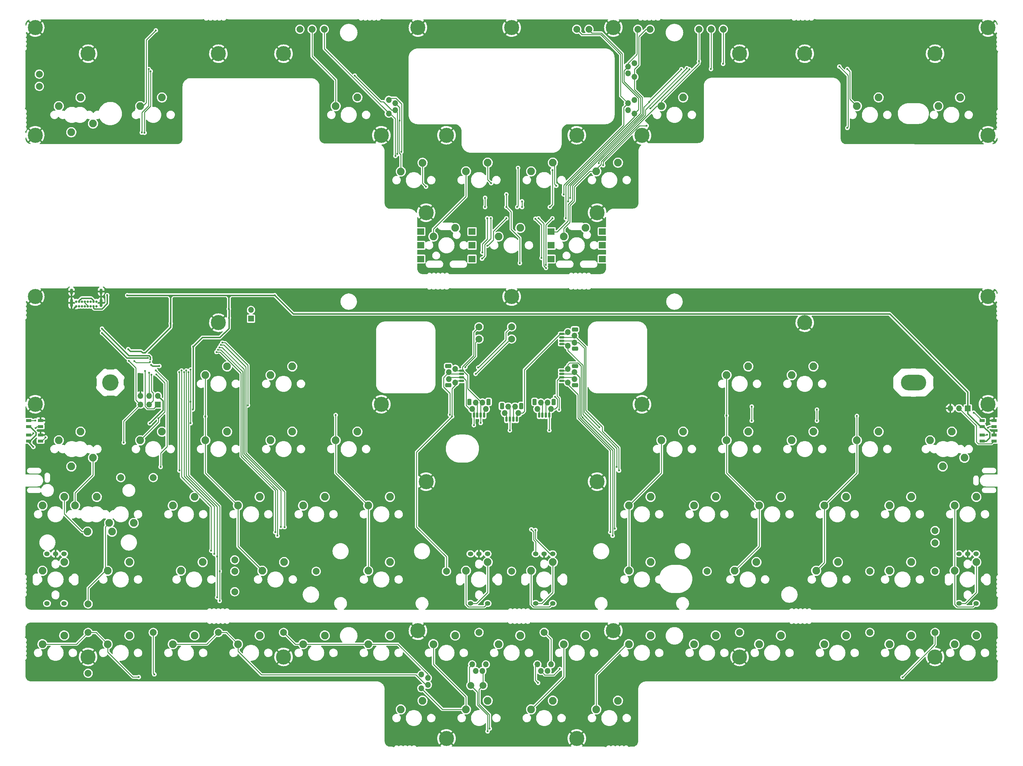
<source format=gtl>
G04 #@! TF.GenerationSoftware,KiCad,Pcbnew,(6.0.10-0)*
G04 #@! TF.CreationDate,2023-02-15T16:22:51+09:00*
G04 #@! TF.ProjectId,Sandy,53616e64-792e-46b6-9963-61645f706362,v.0*
G04 #@! TF.SameCoordinates,Original*
G04 #@! TF.FileFunction,Copper,L1,Top*
G04 #@! TF.FilePolarity,Positive*
%FSLAX46Y46*%
G04 Gerber Fmt 4.6, Leading zero omitted, Abs format (unit mm)*
G04 Created by KiCad (PCBNEW (6.0.10-0)) date 2023-02-15 16:22:51*
%MOMM*%
%LPD*%
G01*
G04 APERTURE LIST*
G04 Aperture macros list*
%AMRoundRect*
0 Rectangle with rounded corners*
0 $1 Rounding radius*
0 $2 $3 $4 $5 $6 $7 $8 $9 X,Y pos of 4 corners*
0 Add a 4 corners polygon primitive as box body*
4,1,4,$2,$3,$4,$5,$6,$7,$8,$9,$2,$3,0*
0 Add four circle primitives for the rounded corners*
1,1,$1+$1,$2,$3*
1,1,$1+$1,$4,$5*
1,1,$1+$1,$6,$7*
1,1,$1+$1,$8,$9*
0 Add four rect primitives between the rounded corners*
20,1,$1+$1,$2,$3,$4,$5,0*
20,1,$1+$1,$4,$5,$6,$7,0*
20,1,$1+$1,$6,$7,$8,$9,0*
20,1,$1+$1,$8,$9,$2,$3,0*%
G04 Aperture macros list end*
G04 #@! TA.AperFunction,ComponentPad*
%ADD10C,1.000000*%
G04 #@! TD*
G04 #@! TA.AperFunction,ComponentPad*
%ADD11O,7.400000X4.600000*%
G04 #@! TD*
G04 #@! TA.AperFunction,ComponentPad*
%ADD12C,4.800000*%
G04 #@! TD*
G04 #@! TA.AperFunction,ComponentPad*
%ADD13C,2.250000*%
G04 #@! TD*
G04 #@! TA.AperFunction,SMDPad,CuDef*
%ADD14R,1.600000X0.850000*%
G04 #@! TD*
G04 #@! TA.AperFunction,ComponentPad*
%ADD15O,1.600000X1.300000*%
G04 #@! TD*
G04 #@! TA.AperFunction,SMDPad,CuDef*
%ADD16R,2.000000X1.900000*%
G04 #@! TD*
G04 #@! TA.AperFunction,SMDPad,CuDef*
%ADD17RoundRect,0.150000X0.625000X-0.150000X0.625000X0.150000X-0.625000X0.150000X-0.625000X-0.150000X0*%
G04 #@! TD*
G04 #@! TA.AperFunction,ComponentPad*
%ADD18O,1.700000X1.700000*%
G04 #@! TD*
G04 #@! TA.AperFunction,SMDPad,CuDef*
%ADD19RoundRect,0.250000X0.650000X-0.350000X0.650000X0.350000X-0.650000X0.350000X-0.650000X-0.350000X0*%
G04 #@! TD*
G04 #@! TA.AperFunction,ComponentPad*
%ADD20C,4.400000*%
G04 #@! TD*
G04 #@! TA.AperFunction,SMDPad,CuDef*
%ADD21RoundRect,0.150000X0.150000X0.625000X-0.150000X0.625000X-0.150000X-0.625000X0.150000X-0.625000X0*%
G04 #@! TD*
G04 #@! TA.AperFunction,SMDPad,CuDef*
%ADD22RoundRect,0.250000X0.350000X0.650000X-0.350000X0.650000X-0.350000X-0.650000X0.350000X-0.650000X0*%
G04 #@! TD*
G04 #@! TA.AperFunction,SMDPad,CuDef*
%ADD23RoundRect,0.150000X-0.625000X0.150000X-0.625000X-0.150000X0.625000X-0.150000X0.625000X0.150000X0*%
G04 #@! TD*
G04 #@! TA.AperFunction,SMDPad,CuDef*
%ADD24RoundRect,0.250000X-0.650000X0.350000X-0.650000X-0.350000X0.650000X-0.350000X0.650000X0.350000X0*%
G04 #@! TD*
G04 #@! TA.AperFunction,ComponentPad*
%ADD25R,1.700000X1.700000*%
G04 #@! TD*
G04 #@! TA.AperFunction,ComponentPad*
%ADD26C,2.000000*%
G04 #@! TD*
G04 #@! TA.AperFunction,ComponentPad*
%ADD27C,0.700000*%
G04 #@! TD*
G04 #@! TA.AperFunction,ComponentPad*
%ADD28O,0.900000X2.400000*%
G04 #@! TD*
G04 #@! TA.AperFunction,ComponentPad*
%ADD29O,0.900000X1.700000*%
G04 #@! TD*
G04 #@! TA.AperFunction,ViaPad*
%ADD30C,0.600000*%
G04 #@! TD*
G04 #@! TA.AperFunction,Conductor*
%ADD31C,0.254000*%
G04 #@! TD*
G04 #@! TA.AperFunction,Conductor*
%ADD32C,0.381000*%
G04 #@! TD*
G04 APERTURE END LIST*
D10*
X281458435Y-129581490D03*
X284108435Y-129081490D03*
X280058435Y-129581490D03*
X47858435Y-129181490D03*
X48508435Y-127831490D03*
D11*
X281458435Y-127831490D03*
D12*
X46608435Y-127831490D03*
D10*
X284108435Y-126581490D03*
X46608435Y-125931490D03*
X284608435Y-127831490D03*
X284608435Y-127831490D03*
X281458435Y-129581490D03*
X280058435Y-129581490D03*
X278808435Y-126581490D03*
X46608435Y-129731490D03*
X278808435Y-129081490D03*
X45258435Y-126481490D03*
X278808435Y-129081490D03*
X282858435Y-126081490D03*
X280058435Y-126081490D03*
X282858435Y-126081490D03*
X44708435Y-127831490D03*
X278308435Y-127831490D03*
X284108435Y-129081490D03*
X282858435Y-129581490D03*
X278808435Y-126581490D03*
X284108435Y-126581490D03*
X47858435Y-126481490D03*
X280058435Y-126081490D03*
X281458435Y-126081490D03*
X278308435Y-127831490D03*
X281458435Y-126081490D03*
X282858435Y-129581490D03*
X45258435Y-129131490D03*
D13*
X236324195Y-163766810D03*
X242674195Y-161226810D03*
X255374275Y-163766810D03*
X261724275Y-161226810D03*
X55348435Y-144716690D03*
X61698435Y-142176690D03*
X102973435Y-163766770D03*
X109323435Y-161226770D03*
X93448435Y-144716690D03*
X99798435Y-142176690D03*
X274424515Y-182816850D03*
X280774515Y-180276850D03*
X93448435Y-125666610D03*
X99798435Y-123126610D03*
X112498435Y-144716690D03*
X118848435Y-142176690D03*
X293474595Y-163766810D03*
X299824595Y-161226810D03*
X226799155Y-125666650D03*
X233149155Y-123126650D03*
X226799155Y-144716730D03*
X233149155Y-142176730D03*
X245849235Y-144716730D03*
X252199235Y-142176730D03*
X26773475Y-163766890D03*
X33123475Y-161226890D03*
X53443475Y-168846890D03*
X47093475Y-171386890D03*
X217274115Y-163766770D03*
X223624115Y-161226770D03*
X198224035Y-163766770D03*
X204574035Y-161226770D03*
X245849235Y-125666650D03*
X252199235Y-123126650D03*
X122023435Y-163766770D03*
X128373435Y-161226770D03*
X74398435Y-125666610D03*
X80748435Y-123126610D03*
X83923435Y-163766770D03*
X90273435Y-161226770D03*
X64873435Y-163766770D03*
X71223435Y-161226770D03*
X26773475Y-182816890D03*
X33123475Y-180276890D03*
X91067495Y-182816890D03*
X97417495Y-180276890D03*
X122023875Y-182816890D03*
X128373875Y-180276890D03*
X198223475Y-182816890D03*
X204573475Y-180276890D03*
X229179725Y-182816890D03*
X235529725Y-180276890D03*
D14*
X26208435Y-140706530D03*
X26208435Y-138956530D03*
X22708435Y-138956530D03*
X22708435Y-140706530D03*
X26208435Y-144906530D03*
X26208435Y-143156530D03*
X22708435Y-143156530D03*
X22708435Y-144906530D03*
X305008435Y-140706530D03*
X305008435Y-138956530D03*
X301508435Y-138956530D03*
X301508435Y-140706530D03*
X305008435Y-144906530D03*
X305008435Y-143156530D03*
X301508435Y-143156530D03*
X301508435Y-144906530D03*
D13*
X296331915Y-149796730D03*
X289981915Y-152336730D03*
X264898475Y-144716890D03*
X271248475Y-142176890D03*
X150598475Y-182816530D03*
X156948475Y-180276530D03*
X169648475Y-182816890D03*
X175998475Y-180276890D03*
X41537255Y-149796730D03*
X35187255Y-152336730D03*
X31535975Y-144716890D03*
X37885975Y-142176890D03*
X45823475Y-182816890D03*
X52173475Y-180276890D03*
X274424515Y-163766810D03*
X280774515Y-161226810D03*
X74398435Y-144716690D03*
X80748435Y-142176690D03*
X293474595Y-182816890D03*
X299824595Y-180276890D03*
X67254725Y-182816890D03*
X73604725Y-180276890D03*
X207749075Y-144716690D03*
X214099075Y-142176690D03*
X188698435Y-66135280D03*
X195048435Y-63595280D03*
D15*
X299784595Y-177856890D03*
X294784595Y-177856890D03*
X297284595Y-177856890D03*
X299784595Y-192356890D03*
X294784595Y-192356890D03*
D16*
X137383435Y-83725280D03*
X137383435Y-87725280D03*
X137383435Y-91725280D03*
X152383435Y-83725280D03*
X152383435Y-87725280D03*
X152383435Y-91725280D03*
D13*
X217273435Y-204247780D03*
X223623435Y-201707780D03*
X46299685Y-168846530D03*
X39949685Y-171386530D03*
X141073435Y-85185280D03*
X147423435Y-82645280D03*
X293473435Y-204247780D03*
X299823435Y-201707780D03*
X252992185Y-182816530D03*
X259342185Y-180276530D03*
D17*
X178602185Y-127325280D03*
D18*
X180402185Y-127825280D03*
D17*
X178602185Y-126325280D03*
D18*
X182302185Y-126825280D03*
D17*
X178602185Y-125325280D03*
D18*
X182302185Y-124825280D03*
D17*
X178602185Y-124325280D03*
D18*
X180402185Y-123825280D03*
D19*
X182477185Y-128625280D03*
X182477185Y-123025280D03*
D20*
X303236560Y-134159655D03*
D13*
X150598435Y-66135280D03*
X156948435Y-63595280D03*
D18*
X156408435Y-135550280D03*
D21*
X155908435Y-137350280D03*
X154908435Y-137350280D03*
D18*
X155408435Y-133650280D03*
X153408435Y-133650280D03*
D21*
X153908435Y-137350280D03*
D18*
X152408435Y-135550280D03*
D21*
X152908435Y-137350280D03*
D22*
X157208435Y-133475280D03*
X151608435Y-133475280D03*
D15*
X33083475Y-177856890D03*
X28083475Y-177856890D03*
X30583475Y-177856890D03*
X33083475Y-192356890D03*
X28083475Y-192356890D03*
D17*
X178602185Y-116609655D03*
D18*
X180402185Y-117109655D03*
X182302185Y-116109655D03*
D17*
X178602185Y-115609655D03*
X178602185Y-114609655D03*
D18*
X182302185Y-114109655D03*
D17*
X178602185Y-113609655D03*
D18*
X180402185Y-113109655D03*
D19*
X182477185Y-112309655D03*
X182477185Y-117909655D03*
D13*
X141073435Y-204247780D03*
X147423435Y-201707780D03*
X188698435Y-223297780D03*
X195048435Y-220757780D03*
D20*
X24634907Y-102714780D03*
X136549060Y-24133530D03*
D13*
X41537185Y-52165280D03*
X35187185Y-54705280D03*
X64873435Y-204247780D03*
X71223435Y-201707780D03*
X198223435Y-204247780D03*
X204573435Y-201707780D03*
D20*
X230608435Y-31765905D03*
D13*
X45823435Y-204247780D03*
X52173435Y-201707780D03*
X286329685Y-144716730D03*
X292679685Y-142176730D03*
D20*
X97258435Y-31765905D03*
X163933435Y-102714780D03*
D13*
X207748435Y-47085280D03*
X214098435Y-44545280D03*
X169648435Y-223297780D03*
X175998435Y-220757780D03*
X179173435Y-204247780D03*
X185523435Y-201707780D03*
D20*
X78208435Y-110347155D03*
D13*
X274423435Y-204247780D03*
X280773435Y-201707780D03*
D20*
X202033435Y-134206530D03*
D13*
X255373435Y-204247780D03*
X261723435Y-201707780D03*
D21*
X165433435Y-138540905D03*
D18*
X165933435Y-136740905D03*
D21*
X164433435Y-138540905D03*
D18*
X164933435Y-134840905D03*
X162933435Y-134840905D03*
D21*
X163433435Y-138540905D03*
D18*
X161933435Y-136740905D03*
D21*
X162433435Y-138540905D03*
D22*
X166733435Y-134665905D03*
X161133435Y-134665905D03*
D13*
X160123435Y-204247780D03*
X166473435Y-201707780D03*
D20*
X182983435Y-55578405D03*
D13*
X83923435Y-204247780D03*
X90273435Y-201707780D03*
D16*
X175483435Y-83725280D03*
X175483435Y-87725280D03*
X175483435Y-91725280D03*
X190483435Y-83725280D03*
X190483435Y-87725280D03*
X190483435Y-91725280D03*
D13*
X112498435Y-47085280D03*
X118848435Y-44545280D03*
D20*
X144883435Y-55578405D03*
D13*
X122023435Y-204247780D03*
X128373435Y-201707780D03*
D15*
X175958475Y-177856890D03*
X170958475Y-177856890D03*
X173458475Y-177856890D03*
X175958475Y-192356890D03*
X170958475Y-192356890D03*
D13*
X36298475Y-163766890D03*
X42648475Y-161226890D03*
D20*
X193699060Y-24133530D03*
D23*
X149264685Y-124325280D03*
D18*
X147464685Y-123825280D03*
X145564685Y-124825280D03*
D23*
X149264685Y-125325280D03*
D18*
X145564685Y-126825280D03*
D23*
X149264685Y-126325280D03*
X149264685Y-127325280D03*
D18*
X147464685Y-127825280D03*
D24*
X145389685Y-123025280D03*
X145389685Y-128625280D03*
D18*
X175458435Y-135550280D03*
D21*
X174958435Y-137350280D03*
D18*
X174458435Y-133650280D03*
D21*
X173958435Y-137350280D03*
D18*
X172458435Y-133650280D03*
D21*
X172958435Y-137350280D03*
D18*
X171458435Y-135550280D03*
D21*
X171958435Y-137350280D03*
D22*
X176258435Y-133475280D03*
X170658435Y-133475280D03*
D20*
X138930310Y-156781530D03*
D13*
X26773435Y-204247780D03*
X33123435Y-201707780D03*
D20*
X287758435Y-31765905D03*
X249658435Y-110347155D03*
X125833435Y-134159655D03*
D13*
X179173435Y-85185280D03*
X185523435Y-82645280D03*
X169648435Y-66135280D03*
X175998435Y-63595280D03*
D20*
X24630310Y-134159655D03*
D13*
X236323435Y-204247780D03*
X242673435Y-201707780D03*
X131548435Y-223297780D03*
X137898435Y-220757780D03*
X160123435Y-85185280D03*
X166473435Y-82645280D03*
X288710935Y-47085280D03*
X295060935Y-44545280D03*
D15*
X156908475Y-177856530D03*
X151908475Y-177856530D03*
X154408475Y-177856530D03*
X156908475Y-192356530D03*
X151908475Y-192356530D03*
D13*
X150598435Y-223297780D03*
X156948435Y-220757780D03*
X131548435Y-66160320D03*
X137898435Y-63620320D03*
X102973435Y-204247780D03*
X109323435Y-201707780D03*
D20*
X40108435Y-31765905D03*
D13*
X264898435Y-47085280D03*
X271248435Y-44545280D03*
X55348435Y-47085280D03*
X61698435Y-44545280D03*
X31535935Y-47085280D03*
X37885935Y-44545280D03*
D20*
X303236560Y-102714780D03*
X188936560Y-156781530D03*
D25*
X87733435Y-109156530D03*
D18*
X87733435Y-106616530D03*
D26*
X106783435Y-182975280D03*
X163914685Y-182975280D03*
X268708435Y-182975280D03*
X40108435Y-192500280D03*
X49633435Y-155590905D03*
X287758435Y-171069030D03*
X287758435Y-174640905D03*
D25*
X60492810Y-134244030D03*
D18*
X60492810Y-131704030D03*
X57952810Y-134244030D03*
X57952810Y-131704030D03*
X55412810Y-134244030D03*
X55412810Y-131704030D03*
D26*
X221083435Y-182975280D03*
X163933435Y-115109655D03*
X287758435Y-182975280D03*
X82970935Y-182975280D03*
X82970935Y-179641530D03*
X154408435Y-115109655D03*
X154408435Y-111537780D03*
X59158435Y-155581530D03*
D27*
X36608435Y-105571490D03*
X37458435Y-105571490D03*
X38308435Y-105571490D03*
X39158435Y-105571490D03*
X40008435Y-105571490D03*
X40858435Y-105571490D03*
X41708435Y-105571490D03*
X42558435Y-105571490D03*
X42558435Y-104221490D03*
X41708435Y-104221490D03*
X40858435Y-104221490D03*
X40008435Y-104221490D03*
X39158435Y-104221490D03*
X38308435Y-104221490D03*
X37458435Y-104221490D03*
X36608435Y-104221490D03*
D28*
X43908435Y-104591490D03*
D29*
X35258435Y-101211490D03*
D28*
X35258435Y-104591490D03*
D29*
X43908435Y-101211490D03*
D26*
X144883435Y-182975280D03*
X163933435Y-111537780D03*
D25*
X297320935Y-135350280D03*
D18*
X294780935Y-135350280D03*
X292240935Y-135350280D03*
D26*
X82970935Y-188928405D03*
D18*
X156408435Y-210159655D03*
X155408435Y-212059655D03*
X153408435Y-212059655D03*
X152408435Y-210159655D03*
D26*
X40108435Y-200844030D03*
D20*
X193699060Y-200346030D03*
X303236560Y-55587780D03*
X125833435Y-55578405D03*
D26*
X78208435Y-200844030D03*
D20*
X202033435Y-55625280D03*
D18*
X128014685Y-45244030D03*
X129914685Y-46244030D03*
X129914685Y-48244030D03*
X128014685Y-49244030D03*
D26*
X222274060Y-24622155D03*
X287758435Y-200844030D03*
X40108435Y-212740905D03*
D20*
X230608435Y-207978405D03*
X24630310Y-24133530D03*
D26*
X230608435Y-200834655D03*
X97258435Y-200844030D03*
D20*
X144883435Y-231790905D03*
D18*
X175458435Y-210159655D03*
X174458435Y-212059655D03*
X172458435Y-212059655D03*
X171458435Y-210159655D03*
D20*
X97258435Y-207978405D03*
D26*
X200842810Y-24622155D03*
X225845935Y-24622155D03*
X155599060Y-216312780D03*
X59158435Y-200834655D03*
X182983435Y-24622155D03*
X25820935Y-41290905D03*
D20*
X249658435Y-31765905D03*
X188936560Y-78200280D03*
D26*
X173458435Y-200787780D03*
X102020935Y-24622155D03*
D20*
X40108435Y-207978405D03*
D18*
X137539685Y-213122155D03*
X139439685Y-214122155D03*
X139439685Y-216122155D03*
X137539685Y-217122155D03*
D20*
X136549060Y-200346030D03*
D18*
X199852185Y-38528405D03*
X197952185Y-37528405D03*
X197952185Y-35528405D03*
X199852185Y-34528405D03*
D26*
X186555310Y-24622155D03*
D20*
X78208435Y-31765905D03*
D26*
X204414685Y-24622155D03*
D20*
X182983435Y-231790905D03*
X24630310Y-55587780D03*
X163933435Y-24133530D03*
D26*
X218702185Y-24622155D03*
X154408435Y-200844030D03*
X109164685Y-24622155D03*
D20*
X303236560Y-24133530D03*
D26*
X152027185Y-216312780D03*
D20*
X138930310Y-78200280D03*
D18*
X199852185Y-49244030D03*
X197952185Y-48244030D03*
X197952185Y-46244030D03*
X199852185Y-45244030D03*
D26*
X105592810Y-24622155D03*
X268708435Y-200834655D03*
D20*
X287758435Y-207978405D03*
D26*
X25820935Y-37719030D03*
D30*
X165833135Y-65124580D03*
X259784035Y-35499180D03*
X215183808Y-35991355D03*
X131675435Y-60420280D03*
X55817231Y-54798131D03*
X262104435Y-53435280D03*
X189460435Y-63722280D03*
X57841090Y-36263830D03*
X165584435Y-76549280D03*
X58396435Y-36893530D03*
X175109435Y-76549280D03*
X130532435Y-61055280D03*
X118086435Y-38163530D03*
X175876735Y-65754280D03*
X56618435Y-54847155D03*
X190730435Y-64357280D03*
X203430435Y-52800280D03*
X51538435Y-102330280D03*
X60936435Y-122999530D03*
X70710135Y-135699530D03*
X58123218Y-139742782D03*
X58572400Y-122631200D03*
X81280000Y-108966000D03*
X70842435Y-117316280D03*
X81248279Y-106305217D03*
X24106435Y-146621530D03*
X51847720Y-118078280D03*
X56768697Y-119151097D03*
X94686685Y-102330280D03*
X64238435Y-110553530D03*
X45696435Y-102298530D03*
X44172437Y-112077530D03*
X58318400Y-121056400D03*
X44172434Y-113347529D03*
X57607200Y-120632000D03*
X53646154Y-121528343D03*
X58160977Y-121843515D03*
X24106435Y-142652778D03*
X24723602Y-141128780D03*
X166981435Y-76549280D03*
X166980435Y-74897280D03*
X180443435Y-74898280D03*
X138914435Y-70580280D03*
X27659722Y-143856567D03*
X24630310Y-138922155D03*
X299058435Y-136631530D03*
X302998435Y-143065530D03*
X303252435Y-141033530D03*
X156186435Y-76549280D03*
X156186435Y-73882280D03*
X181093310Y-73897155D03*
X157964435Y-69564280D03*
X177014435Y-70326280D03*
X78572310Y-182960655D03*
X69445435Y-124809280D03*
X78572310Y-191628405D03*
X175871435Y-79851280D03*
X179813735Y-79851280D03*
X173966435Y-93440280D03*
X162409435Y-72866280D03*
X179173435Y-72866280D03*
X166346435Y-92932280D03*
X162409435Y-76549280D03*
X59477185Y-213059655D03*
X154916435Y-139635129D03*
X70080435Y-133413530D03*
X70080435Y-124047280D03*
X234144871Y-138976681D03*
X70080435Y-139696331D03*
X234164435Y-134842280D03*
X79351435Y-116173280D03*
X253214435Y-135731280D03*
X152908435Y-140264829D03*
X150408701Y-123317796D03*
X86812238Y-134481968D03*
X253214435Y-138990617D03*
X195351310Y-153528405D03*
X66795560Y-153528405D03*
X66778435Y-124809280D03*
X194672735Y-152478405D03*
X59920435Y-124269530D03*
X61300560Y-152478405D03*
X77844310Y-178625530D03*
X68810435Y-124301280D03*
X77844310Y-190578405D03*
X78092593Y-118225889D03*
X95463310Y-172578405D03*
X193475560Y-172578405D03*
X56745435Y-124460000D03*
X146529135Y-137736830D03*
X163425435Y-141795530D03*
X58650435Y-125539530D03*
X74398435Y-137731530D03*
X50522435Y-145351530D03*
X52046437Y-121475530D03*
X112498435Y-137319056D03*
X145886268Y-137223529D03*
X57952810Y-124927190D03*
X77660714Y-118902507D03*
X192794185Y-171545280D03*
X94845435Y-171545280D03*
X156916685Y-229711280D03*
X157546385Y-228916669D03*
X60682435Y-138239530D03*
X60030558Y-125429407D03*
X174958434Y-141779971D03*
X189595215Y-140898750D03*
X176662530Y-131945694D03*
X226799155Y-137477530D03*
X177806600Y-135796365D03*
X264898435Y-137590281D03*
X194105260Y-170497530D03*
X184709574Y-137984765D03*
X59920435Y-24955530D03*
X131167435Y-51276280D03*
X129964839Y-61622876D03*
X218702185Y-33972530D03*
X204470185Y-47744030D03*
X222226435Y-36226780D03*
X262117660Y-36213555D03*
X215931935Y-36282280D03*
X213590435Y-36290280D03*
X137390435Y-83788280D03*
X225782435Y-34702780D03*
X204136685Y-45854780D03*
X175490435Y-83788280D03*
X54911510Y-213843855D03*
X178030435Y-211486780D03*
X171680435Y-215550780D03*
X278233435Y-213899780D03*
X154154435Y-123444030D03*
X153408435Y-125285530D03*
X76102946Y-176932791D03*
X67413435Y-124301280D03*
X68175435Y-124809280D03*
X77027045Y-177856890D03*
X78525460Y-117549903D03*
X169711170Y-170720545D03*
X96496435Y-170021280D03*
X97549760Y-170058605D03*
X78938448Y-116861592D03*
X170918436Y-170915580D03*
X156821435Y-87852280D03*
X162409435Y-79851280D03*
X152376435Y-83788280D03*
X190476435Y-83788280D03*
X155360935Y-89820780D03*
X137390435Y-87725280D03*
X175483435Y-87725278D03*
X156821435Y-79819530D03*
X152375669Y-87726046D03*
X170918437Y-79978280D03*
X190476435Y-87725280D03*
X172707035Y-91432683D03*
X157837435Y-79851280D03*
X175536494Y-92062383D03*
X137390435Y-91789280D03*
X155297435Y-91630530D03*
X152383434Y-91725278D03*
X190476435Y-91789280D03*
X173989435Y-94352280D03*
X171807435Y-79851280D03*
X199652185Y-59150280D03*
X118086435Y-35369530D03*
X163933435Y-95550280D03*
X293092435Y-44513530D03*
X22249060Y-40100280D03*
X273280435Y-44259530D03*
X54840435Y-51117530D03*
X199652185Y-75819030D03*
X78208435Y-35369530D03*
X55856435Y-37909530D03*
X204192435Y-50609530D03*
X211558435Y-22240905D03*
X227052435Y-34448780D03*
X230608435Y-22240905D03*
X304427185Y-52006530D03*
X40108435Y-22240905D03*
X132977185Y-41290905D03*
X97258435Y-22240905D03*
X217908435Y-37242780D03*
X173458435Y-29384655D03*
X205605310Y-56769030D03*
X167108435Y-67373530D03*
X299664685Y-22240905D03*
X66302185Y-56769030D03*
X118848435Y-27241530D03*
X268708435Y-22240905D03*
X304427185Y-28194030D03*
X240006435Y-37655530D03*
X200890435Y-41719530D03*
X190127185Y-94869030D03*
X150836560Y-61531530D03*
X286234435Y-46291530D03*
X141962435Y-79565530D03*
X78208435Y-23431530D03*
X136549060Y-53197155D03*
X97258435Y-35369530D03*
X163806435Y-27241530D03*
X223464685Y-37719030D03*
X268708435Y-30575280D03*
X218702185Y-40100280D03*
X122261560Y-56769030D03*
X177030310Y-61531530D03*
X203176435Y-35877530D03*
X66302185Y-41290905D03*
X141454435Y-76009530D03*
X47252185Y-56769030D03*
X140120935Y-22240905D03*
X163933435Y-61531530D03*
X57634435Y-52133530D03*
X137739685Y-81772155D03*
X192000435Y-77025530D03*
X105592810Y-37909530D03*
X216638435Y-47815530D03*
X132977185Y-49625280D03*
X168378435Y-81597530D03*
X147042435Y-62801530D03*
X305617810Y-40100280D03*
X284710435Y-41465530D03*
X213590435Y-51879530D03*
X268708435Y-52895530D03*
X194952185Y-49625280D03*
X132977185Y-32956530D03*
X28202185Y-56769030D03*
X128214685Y-59150280D03*
X69874060Y-37909530D03*
X172442435Y-65595530D03*
X287758435Y-22240905D03*
X191317810Y-53197155D03*
X179411560Y-53197155D03*
X110974435Y-35369530D03*
X136549060Y-29384655D03*
X168378435Y-86169530D03*
X194889685Y-32956530D03*
X23439685Y-52006530D03*
X132977185Y-22240905D03*
X269216435Y-45529530D03*
X281805310Y-56769030D03*
X109164685Y-56769030D03*
X194952185Y-41290905D03*
X23439685Y-28194030D03*
X128214685Y-75819030D03*
X176760435Y-76263530D03*
X152884435Y-79565530D03*
X257532435Y-34448780D03*
X183110435Y-71183530D03*
X59158435Y-30575280D03*
X119864435Y-53149530D03*
X256802185Y-37719030D03*
X168886435Y-89471530D03*
X218702185Y-56769030D03*
X249658435Y-23431530D03*
X299664685Y-56769030D03*
X204954435Y-53911530D03*
X29440435Y-37909530D03*
X268200435Y-42735530D03*
X150598435Y-91757530D03*
X59158435Y-22240905D03*
X198858435Y-56705530D03*
X190127185Y-22240905D03*
X294108435Y-52228780D03*
X137739685Y-94869030D03*
X136628435Y-27241530D03*
X151868435Y-67627530D03*
X270232435Y-41465530D03*
X157964435Y-67373530D03*
X204446435Y-44005530D03*
X126722435Y-44005530D03*
X209272435Y-45783530D03*
X88924060Y-37909530D03*
X107418435Y-27241530D03*
X191317810Y-29384655D03*
X135358435Y-75819030D03*
X182348435Y-76263530D03*
X261564685Y-56769030D03*
X113514435Y-27241530D03*
X40108435Y-35369530D03*
X193778435Y-27241530D03*
X154408435Y-29384655D03*
X109164685Y-40100280D03*
X197270935Y-22240905D03*
X160361560Y-22240905D03*
X183872435Y-80581530D03*
X116308435Y-22240905D03*
X240260435Y-34448780D03*
X203176435Y-38163530D03*
X195048435Y-65595530D03*
X28202185Y-22240905D03*
X167505310Y-22240905D03*
X261564685Y-41290905D03*
X214098435Y-46545530D03*
X211558435Y-35877530D03*
X148455310Y-53197155D03*
X128214685Y-216312780D03*
X199620435Y-224694780D03*
X32996435Y-205295530D03*
X305617810Y-213931530D03*
X23439685Y-198453405D03*
X163933435Y-232981530D03*
X145518435Y-201231530D03*
X193524435Y-209867530D03*
X245594435Y-210375530D03*
X179411560Y-232981530D03*
X188190435Y-209105530D03*
X141200435Y-212248780D03*
X249658435Y-214788780D03*
X163933435Y-228155530D03*
X59158435Y-198453405D03*
X133834435Y-214788780D03*
X143740435Y-225869530D03*
X168378435Y-200977530D03*
X181840435Y-225456780D03*
X211812435Y-210375530D03*
X148455310Y-232981530D03*
X287758435Y-214788780D03*
X249658435Y-199644030D03*
X287758435Y-198453405D03*
X230608435Y-198453405D03*
X163298435Y-202501530D03*
X116308435Y-198453405D03*
X304427185Y-198453405D03*
X41886435Y-201993530D03*
X228576435Y-210375530D03*
X132977185Y-198453405D03*
X75827185Y-199644030D03*
X22249060Y-199644030D03*
X149328435Y-201231530D03*
X268708435Y-198453405D03*
X157202435Y-207327530D03*
X180062435Y-206311530D03*
X97258435Y-214788780D03*
X22249060Y-213931530D03*
X274804435Y-211137530D03*
X249150435Y-211137530D03*
X305617810Y-199644030D03*
X211558435Y-214788780D03*
X141311560Y-232981530D03*
X178030435Y-228155530D03*
X78208435Y-214788780D03*
X140120935Y-198453405D03*
X158980435Y-213772780D03*
X173458435Y-198453405D03*
X150852435Y-228155530D03*
X199652185Y-216312780D03*
X230608435Y-214788780D03*
X190127185Y-198453405D03*
X79986435Y-201993530D03*
X40108435Y-198453405D03*
X186555310Y-232981530D03*
X181078435Y-214788780D03*
X133072435Y-218090780D03*
X169648435Y-209105530D03*
X161266435Y-201739530D03*
X199652185Y-232981530D03*
X149074435Y-222059530D03*
X297918435Y-211137530D03*
X152122435Y-219519530D03*
X116308435Y-214788780D03*
X211558435Y-198453405D03*
X268708435Y-214788780D03*
X40108435Y-214788780D03*
X146534435Y-212248780D03*
X137898435Y-218852780D03*
X128246435Y-224694780D03*
X232640435Y-210375530D03*
X80589685Y-199644030D03*
X242292435Y-210375530D03*
X59158435Y-214788780D03*
X167870435Y-213772780D03*
X128214685Y-232981530D03*
X154408435Y-198453405D03*
X197270935Y-198453405D03*
X97258435Y-198453405D03*
X203558435Y-142131530D03*
X55602435Y-135953530D03*
X289282435Y-135191530D03*
X289536435Y-169481530D03*
X137136435Y-151447530D03*
X51538435Y-191579530D03*
X178284435Y-173545530D03*
X191746435Y-154495530D03*
X79732435Y-135445530D03*
X44426435Y-115125530D03*
X98058435Y-141631530D03*
X203938435Y-188785530D03*
X82558435Y-112131530D03*
X300558435Y-136631530D03*
X34012435Y-128079530D03*
X41058435Y-106631530D03*
X225528435Y-151701530D03*
X269978435Y-143827530D03*
X27662435Y-147637530D03*
X166558435Y-130131530D03*
X116558435Y-141631530D03*
X179046435Y-135631530D03*
X116558435Y-112131530D03*
X116308435Y-116395530D03*
X208764435Y-154495530D03*
X303403000Y-138938000D03*
X135104435Y-151447530D03*
X59158435Y-193690905D03*
X70080435Y-162877530D03*
X74906435Y-164655530D03*
X155170435Y-130111530D03*
X205058435Y-135631530D03*
X305617810Y-152019030D03*
X51792435Y-152463530D03*
X268708435Y-100822155D03*
X47220435Y-145097530D03*
X211558435Y-191309655D03*
X169902435Y-109283530D03*
X211558435Y-100822155D03*
X111545935Y-191309655D03*
X187558435Y-135631530D03*
X122912435Y-135699530D03*
X33504435Y-133413530D03*
X193016435Y-188785530D03*
X49506435Y-175831530D03*
X66778435Y-116649530D03*
X42648435Y-152717530D03*
X65508435Y-117919530D03*
X164060435Y-173545530D03*
X97558435Y-112131530D03*
X230608435Y-118681530D03*
X205558435Y-141131530D03*
X22249060Y-118681530D03*
X75668435Y-106235530D03*
X63222435Y-103441530D03*
X155599060Y-118681530D03*
X295886435Y-179895530D03*
X229084435Y-141131530D03*
X37060435Y-152717530D03*
X177268435Y-178625530D03*
X44172435Y-169735530D03*
X47474435Y-118173530D03*
X304427185Y-193690905D03*
X127738435Y-189039530D03*
X211812435Y-175069530D03*
X199058435Y-135631530D03*
X263882435Y-151701530D03*
X32996435Y-182435530D03*
X127024060Y-109156530D03*
X35536435Y-137985530D03*
X152376435Y-129349530D03*
X78208435Y-141287530D03*
X28424435Y-190563530D03*
X178284435Y-151447530D03*
X174982435Y-187515530D03*
X144058435Y-141631530D03*
X152376435Y-122491530D03*
X187936435Y-175069530D03*
X61444435Y-130365530D03*
X158218435Y-136207530D03*
X62000060Y-121173905D03*
X28202185Y-153209655D03*
X265914435Y-141033530D03*
X28202185Y-100822155D03*
X169648435Y-137985530D03*
X111228435Y-189039530D03*
X305617810Y-118681530D03*
X140120935Y-193690905D03*
X22249060Y-131778405D03*
X67540435Y-107759530D03*
X77446435Y-193103530D03*
X81002435Y-173545530D03*
X305617810Y-131778405D03*
X65762435Y-134683530D03*
X186412435Y-154495530D03*
X116308435Y-100822155D03*
X22249060Y-136540905D03*
X206558435Y-151631530D03*
X30583435Y-157972155D03*
X83308435Y-141631530D03*
X191558435Y-151631530D03*
X235434435Y-182435530D03*
X235558435Y-142131530D03*
X61058435Y-106489530D03*
X283440435Y-191579530D03*
X176058435Y-130631530D03*
X299664685Y-153209655D03*
X70080435Y-189547530D03*
X204446435Y-182435530D03*
X244832435Y-193357530D03*
X192508435Y-100822155D03*
X178284435Y-128333530D03*
X35028435Y-183451530D03*
X187745935Y-193690905D03*
X44426435Y-111061530D03*
X171172435Y-180657530D03*
X30710435Y-175831530D03*
X50014435Y-137985530D03*
X199652185Y-109156530D03*
X249912435Y-185737530D03*
X116308435Y-193690905D03*
X41058435Y-109131530D03*
X287758435Y-118681530D03*
X101558435Y-141631530D03*
X228558435Y-136631530D03*
X62460435Y-137477530D03*
X78462435Y-124777530D03*
X252706435Y-108775530D03*
X73382435Y-118681530D03*
X45950435Y-112585530D03*
X272010435Y-183959530D03*
X249658435Y-118681530D03*
X304427185Y-106775280D03*
X173458435Y-100822155D03*
X55348435Y-129857530D03*
X191746435Y-141795530D03*
X135358435Y-191309655D03*
X116308435Y-191309655D03*
X84812435Y-189547530D03*
X56618435Y-142049530D03*
X135358435Y-193690905D03*
X164568435Y-154495530D03*
X123452185Y-128206530D03*
X282995935Y-175069530D03*
X34012435Y-140779530D03*
X59666435Y-126301530D03*
X270740435Y-175069530D03*
X298172435Y-192341530D03*
X52300435Y-123253530D03*
X118340435Y-151447530D03*
X177030310Y-193690905D03*
X54586435Y-178879530D03*
X123058435Y-105631530D03*
X22249060Y-160591530D03*
X46058435Y-106131530D03*
X39600435Y-143065530D03*
X58650435Y-153479530D03*
X138930310Y-131778405D03*
X226798435Y-189039530D03*
X282678435Y-142303530D03*
X163552435Y-132397530D03*
X24614435Y-145351530D03*
X58904435Y-166941530D03*
X59666435Y-129857530D03*
X228830435Y-154495530D03*
X95480435Y-178879530D03*
X171680435Y-188277530D03*
X88876435Y-135953530D03*
X206732435Y-181165530D03*
X188936560Y-131778405D03*
X156186435Y-124015530D03*
X36806435Y-100393530D03*
X33504435Y-137731530D03*
X65254435Y-103441530D03*
X290806435Y-142811530D03*
X135104435Y-154495530D03*
X135358435Y-100822155D03*
X97512435Y-116395530D03*
X230608435Y-100822155D03*
X154408435Y-109283530D03*
X305617810Y-175831530D03*
X299664685Y-159162780D03*
X93448435Y-154495530D03*
X93702435Y-159829530D03*
X149645935Y-193690905D03*
X199652185Y-131778405D03*
X289282435Y-176593530D03*
X78208435Y-160591530D03*
X265914435Y-154495530D03*
X287758435Y-193690905D03*
X273280435Y-141795530D03*
X70334435Y-110299530D03*
X49252435Y-171259530D03*
X102338435Y-189547530D03*
X204414685Y-112728405D03*
X45696435Y-162877530D03*
X238228435Y-189039530D03*
X50776435Y-121475530D03*
X235180435Y-175069530D03*
X190730435Y-188277530D03*
X38058435Y-107631530D03*
X42394435Y-100393530D03*
X257278435Y-188531530D03*
X59920435Y-136207530D03*
X161520435Y-187007530D03*
X268708435Y-118681530D03*
X123452185Y-112728405D03*
X268708435Y-193357530D03*
X23439685Y-106775280D03*
X283186435Y-149161530D03*
X32488435Y-142303530D03*
X33250435Y-151701530D03*
X244324435Y-151701530D03*
X246610435Y-108775530D03*
X274042435Y-108775530D03*
X192508435Y-191309655D03*
X35028435Y-189039530D03*
X159170935Y-192500280D03*
X211558435Y-118681530D03*
X278360435Y-138747530D03*
X53570435Y-134175530D03*
X114022435Y-154495530D03*
X35028435Y-178879530D03*
X80240435Y-107886530D03*
X172188435Y-173545530D03*
X211558435Y-193690905D03*
X82018435Y-116395530D03*
X149582435Y-135445530D03*
X34774435Y-130111530D03*
X146026435Y-174815530D03*
X158218435Y-189039530D03*
X37727185Y-193690905D03*
X216320935Y-193690905D03*
X138930310Y-109156530D03*
X31980435Y-193611530D03*
X287758435Y-100822155D03*
X55348435Y-125793530D03*
X72620435Y-130365530D03*
X305617810Y-160353405D03*
X131040435Y-189039530D03*
X142502185Y-128206530D03*
X188936560Y-109156530D03*
X49506435Y-142049530D03*
X53062435Y-153479530D03*
X142058435Y-105631530D03*
X142502185Y-112728405D03*
X149582435Y-128587530D03*
X110212435Y-173545530D03*
X281916435Y-189547530D03*
X27686000Y-138938000D03*
X270486435Y-189547530D03*
X97258435Y-193690905D03*
X42489685Y-193690905D03*
X71858435Y-188531530D03*
X78208435Y-100822155D03*
X70080435Y-106235530D03*
X42489685Y-191579530D03*
X53316435Y-189547530D03*
X62968435Y-170497530D03*
X152884435Y-179895530D03*
X100814435Y-151447530D03*
X212058435Y-141131530D03*
X215368435Y-189039530D03*
X230608435Y-193357530D03*
X231058435Y-142131530D03*
X187745935Y-191309655D03*
X102084435Y-136207530D03*
X247626435Y-188277530D03*
X64238435Y-140779530D03*
X157964435Y-183197530D03*
X167616435Y-137985530D03*
X81002435Y-188531530D03*
X168886435Y-134429530D03*
X82526435Y-103441530D03*
X148312435Y-173545530D03*
X216320935Y-191309655D03*
X92686435Y-105981530D03*
X147550435Y-130111530D03*
X185364685Y-112728405D03*
X192508435Y-193690905D03*
X154408435Y-100822155D03*
X41632435Y-123253530D03*
X254230435Y-175069530D03*
X300058435Y-131631530D03*
X22249060Y-152209530D03*
X83308435Y-145381530D03*
X243308435Y-140779530D03*
X60936435Y-154749530D03*
X151868435Y-189039530D03*
X97258435Y-100822155D03*
X81002435Y-170497530D03*
X168695935Y-192500280D03*
X247558435Y-136631530D03*
X22249060Y-175831530D03*
X249658435Y-100822155D03*
X112244435Y-174815530D03*
X72112435Y-154495530D03*
X263628435Y-189547530D03*
X289282435Y-172783530D03*
X216058435Y-141131530D03*
X75058435Y-111131530D03*
X31472435Y-162877530D03*
X74906435Y-175831530D03*
X298680435Y-181927530D03*
X111545935Y-193690905D03*
X295632435Y-189547530D03*
X137058435Y-148631530D03*
X73382435Y-182689530D03*
X304927000Y-141986000D03*
X79986435Y-103441530D03*
X186555310Y-130587780D03*
X140946435Y-154495530D03*
X299664685Y-100822155D03*
X140120935Y-191309655D03*
X107926435Y-175831530D03*
X121058435Y-141631530D03*
X280646435Y-151955530D03*
X242546435Y-188277530D03*
X54586435Y-175831530D03*
X76176435Y-178879530D03*
X93956435Y-103441530D03*
X128754435Y-135699530D03*
X305617810Y-136540905D03*
X252452435Y-188277530D03*
X23439685Y-193690905D03*
X204414685Y-121062780D03*
X265914435Y-136337624D03*
X67540435Y-110299530D03*
X128214685Y-131778405D03*
X27686000Y-142748000D03*
X47220435Y-151701530D03*
X59158435Y-100822155D03*
X204414685Y-128206530D03*
X153138435Y-151447530D03*
X99798435Y-144843530D03*
D31*
X38337518Y-171386530D02*
X39949685Y-171386530D01*
X33123475Y-161226890D02*
X33123475Y-166172487D01*
X33123475Y-166172487D02*
X38337518Y-171386530D01*
X165584435Y-76549280D02*
X165833135Y-76300580D01*
X57756135Y-46960687D02*
X55817231Y-48899591D01*
X262358435Y-53181280D02*
X262358435Y-38073580D01*
X57841090Y-36263830D02*
X57756135Y-36348785D01*
X165833135Y-76300580D02*
X165833135Y-65124580D01*
X128491185Y-44767530D02*
X130107240Y-44767530D01*
X203022538Y-49705266D02*
X203022538Y-48152625D01*
X131802435Y-60293280D02*
X131675435Y-60420280D01*
X57756135Y-36348785D02*
X57756135Y-46960687D01*
X262358435Y-38073580D02*
X259784035Y-35499180D01*
X131802435Y-46462725D02*
X131802435Y-60293280D01*
X189460435Y-63722280D02*
X189460435Y-63267369D01*
X55817231Y-48899591D02*
X55817231Y-54798131D01*
X262104435Y-53435280D02*
X262358435Y-53181280D01*
X203022538Y-48152625D02*
X215183808Y-35991355D01*
X189460435Y-63267369D02*
X203022538Y-49705266D01*
X128014685Y-45244030D02*
X128491185Y-44767530D01*
X130107240Y-44767530D02*
X131802435Y-46462725D01*
X175902336Y-75756379D02*
X175902336Y-65779881D01*
X175902336Y-65779881D02*
X175876735Y-65754280D01*
X201280191Y-52800280D02*
X190730435Y-63350036D01*
X203430435Y-52800280D02*
X201280191Y-52800280D01*
X130532435Y-48861780D02*
X130532435Y-61055280D01*
X58396435Y-47034319D02*
X56567136Y-48863618D01*
X125706435Y-45783530D02*
X118086435Y-38163530D01*
X128933338Y-48244030D02*
X126472838Y-45783530D01*
X126472838Y-45783530D02*
X125706435Y-45783530D01*
X175109435Y-76549280D02*
X175902336Y-75756379D01*
X190730435Y-63350036D02*
X190730435Y-64357280D01*
X58396435Y-36893530D02*
X58396435Y-47034319D01*
X129914685Y-48244030D02*
X128933338Y-48244030D01*
X56567136Y-48863618D02*
X56567136Y-54795856D01*
X56567136Y-54795856D02*
X56618435Y-54847155D01*
X129914685Y-48244030D02*
X130532435Y-48861780D01*
D32*
X274481360Y-107753455D02*
X100109860Y-107753455D01*
X61976000Y-135890000D02*
X58123218Y-139742782D01*
X81859685Y-102330280D02*
X81248280Y-102330280D01*
X297320935Y-136880030D02*
X297320935Y-135350280D01*
X81248280Y-102330280D02*
X80589685Y-102330280D01*
X64238435Y-102933530D02*
X63643340Y-102338435D01*
X64238435Y-102933530D02*
X64833530Y-102338435D01*
X55602435Y-118681530D02*
X52450970Y-118681530D01*
X22708435Y-140706530D02*
X23140520Y-140706530D01*
X297320935Y-135350280D02*
X297320935Y-130593030D01*
X22708435Y-145223530D02*
X24106435Y-146621530D01*
X81264590Y-102925375D02*
X81859685Y-102330280D01*
X297320935Y-130593030D02*
X274481360Y-107753455D01*
X23140520Y-140706530D02*
X24799635Y-142365645D01*
X52450970Y-118681530D02*
X51847720Y-118078280D01*
X56768697Y-119151097D02*
X56072002Y-119151097D01*
X94686685Y-102330280D02*
X81859685Y-102330280D01*
X23083435Y-144906530D02*
X22708435Y-144906530D01*
X64238435Y-102552530D02*
X64238435Y-110553530D01*
X64238435Y-111681359D02*
X64238435Y-110553530D01*
X301147435Y-140706530D02*
X297320935Y-136880030D01*
X70842435Y-117316280D02*
X70842435Y-135567230D01*
X78589435Y-114649280D02*
X73509435Y-114649280D01*
X81280000Y-108966000D02*
X81280000Y-111958715D01*
X301508435Y-140706530D02*
X301147435Y-140706530D01*
X81280000Y-108966000D02*
X81280000Y-106336938D01*
X81280000Y-111958715D02*
X78589435Y-114649280D01*
X303691635Y-142514730D02*
X303691635Y-143904330D01*
X81248280Y-102925375D02*
X80653185Y-102330280D01*
X51538435Y-102330280D02*
X64619435Y-102330280D01*
X81248280Y-102925375D02*
X81248279Y-106305217D01*
X302689435Y-144906530D02*
X301508435Y-144906530D01*
X58940730Y-122999530D02*
X60936435Y-122999530D01*
X56072002Y-119151097D02*
X55602435Y-118681530D01*
X81248280Y-102925375D02*
X81248280Y-102330280D01*
X303691635Y-143904330D02*
X302689435Y-144906530D01*
X70842435Y-135567230D02*
X70710135Y-135699530D01*
X100109860Y-107753455D02*
X94686685Y-102330280D01*
X24799635Y-142365645D02*
X24799635Y-143190330D01*
X60492810Y-131704030D02*
X61976000Y-133187220D01*
X73509435Y-114649280D02*
X70842435Y-117316280D01*
X61976000Y-133187220D02*
X61976000Y-135890000D01*
X22708435Y-144906530D02*
X22708435Y-145223530D01*
X301508435Y-140706530D02*
X301883435Y-140706530D01*
X24799635Y-143190330D02*
X23083435Y-144906530D01*
X80653185Y-102330280D02*
X80589685Y-102330280D01*
X58572400Y-122631200D02*
X58940730Y-122999530D01*
X80589685Y-102330280D02*
X64619435Y-102330280D01*
X301883435Y-140706530D02*
X303691635Y-142514730D01*
X81280000Y-106336938D02*
X81248279Y-106305217D01*
X56768697Y-119151097D02*
X64238435Y-111681359D01*
X81248280Y-102925375D02*
X81264590Y-102925375D01*
X40997435Y-103187530D02*
X41708435Y-103898530D01*
X38183539Y-103187530D02*
X40997435Y-103187530D01*
X37458435Y-104221490D02*
X37458435Y-103912634D01*
X41708435Y-103898530D02*
X41708435Y-104221490D01*
X41708435Y-105571490D02*
X41708435Y-106066464D01*
X45696435Y-104746662D02*
X45696435Y-102298530D01*
X44127907Y-106315190D02*
X45696435Y-104746662D01*
X37458435Y-103912634D02*
X38183539Y-103187530D01*
X41708435Y-106066464D02*
X41957161Y-106315190D01*
X41957161Y-106315190D02*
X44127907Y-106315190D01*
X52033705Y-119938800D02*
X44172437Y-112077530D01*
X57912000Y-119938800D02*
X52033705Y-119938800D01*
X58318400Y-120345200D02*
X57912000Y-119938800D01*
X58318400Y-121056400D02*
X58318400Y-120345200D01*
X57607200Y-120632000D02*
X51456905Y-120632000D01*
X51456905Y-120632000D02*
X44172434Y-113347529D01*
D31*
X54101341Y-121983530D02*
X53646154Y-121528343D01*
X58160977Y-121843515D02*
X58020962Y-121983530D01*
X58020962Y-121983530D02*
X54101341Y-121983530D01*
X23602683Y-143156530D02*
X24106435Y-142652778D01*
X26208435Y-140706530D02*
X25145852Y-140706530D01*
X22708435Y-143156530D02*
X23602683Y-143156530D01*
X25145852Y-140706530D02*
X24723602Y-141128780D01*
X197952185Y-34624780D02*
X197952185Y-35528405D01*
X200636435Y-31940530D02*
X197952185Y-34624780D01*
X166981435Y-74898280D02*
X166980435Y-74897280D01*
X196771985Y-39848903D02*
X201652435Y-44729353D01*
X201652435Y-49137753D02*
X180443435Y-70346753D01*
X166981435Y-76549280D02*
X166981435Y-74898280D01*
X201652435Y-44729353D02*
X201652435Y-49137753D01*
X197952185Y-35528405D02*
X196771985Y-36708605D01*
X196771985Y-36708605D02*
X196771985Y-39848903D01*
X200636435Y-24828530D02*
X200636435Y-31940530D01*
X200842810Y-24622155D02*
X200636435Y-24828530D01*
X180443435Y-70346753D02*
X180443435Y-74898280D01*
X137898435Y-69564280D02*
X138914435Y-70580280D01*
X137898435Y-63620320D02*
X137898435Y-69564280D01*
X26208435Y-144906530D02*
X26609759Y-144906530D01*
X26609759Y-144906530D02*
X27659722Y-143856567D01*
X24630310Y-138922155D02*
X22742810Y-138922155D01*
X22742810Y-138922155D02*
X22708435Y-138956530D01*
X299183435Y-136631530D02*
X299058435Y-136631530D01*
X301508435Y-138956530D02*
X299183435Y-136631530D01*
X302907435Y-143156530D02*
X302998435Y-143065530D01*
X303252435Y-141033530D02*
X303579435Y-140706530D01*
X303579435Y-140706530D02*
X305008435Y-140706530D01*
X301508435Y-143156530D02*
X302907435Y-143156530D01*
X203255810Y-24622155D02*
X201144435Y-26733530D01*
X204414685Y-24622155D02*
X203255810Y-24622155D01*
X199852185Y-42237030D02*
X202109136Y-44493981D01*
X201144435Y-26733530D02*
X201144435Y-35020280D01*
X202109136Y-49326924D02*
X181093310Y-70342750D01*
X156186435Y-73882280D02*
X156186435Y-76549280D01*
X199852185Y-36312530D02*
X199852185Y-38528405D01*
X181093310Y-70342750D02*
X181093310Y-73897155D01*
X202109136Y-44493981D02*
X202109136Y-49326924D01*
X199852185Y-38528405D02*
X199852185Y-42237030D01*
X201144435Y-35020280D02*
X199852185Y-36312530D01*
X156948435Y-63595280D02*
X156948435Y-68548280D01*
X156948435Y-68548280D02*
X157964435Y-69564280D01*
X175998435Y-63595280D02*
X176506435Y-64103280D01*
X176506435Y-69818280D02*
X177014435Y-70326280D01*
X176506435Y-64103280D02*
X176506435Y-69818280D01*
X78572310Y-164024283D02*
X69445435Y-154897408D01*
X78572310Y-182960655D02*
X78572310Y-164024283D01*
X78572310Y-191628405D02*
X78572310Y-182960655D01*
X69445435Y-154897408D02*
X69445435Y-124809280D01*
X199852185Y-50217297D02*
X179813735Y-70255747D01*
X201032385Y-44755175D02*
X201032385Y-48063830D01*
X196315284Y-40038074D02*
X201032385Y-44755175D01*
X179813735Y-70255747D02*
X179813735Y-79851280D01*
X186555310Y-24844405D02*
X187428435Y-25717530D01*
X187428435Y-25717530D02*
X190222435Y-25717530D01*
X201032385Y-48063830D02*
X199852185Y-49244030D01*
X186555310Y-24622155D02*
X186555310Y-24844405D01*
X190222435Y-25717530D02*
X196315284Y-31810379D01*
X196315284Y-31810379D02*
X196315284Y-40038074D01*
X175871435Y-79851280D02*
X173966435Y-81756280D01*
X173966435Y-81756280D02*
X173966435Y-93440280D01*
X199852185Y-49244030D02*
X199852185Y-50217297D01*
X166346435Y-85566280D02*
X166346435Y-92932280D01*
X195810435Y-31951402D02*
X195810435Y-44102280D01*
X179173435Y-70199280D02*
X179173435Y-72866280D01*
X182983435Y-24622155D02*
X184535511Y-26174231D01*
X162409435Y-76549280D02*
X162409435Y-72866280D01*
X197952185Y-46244030D02*
X196699435Y-47496780D01*
X195810435Y-44102280D02*
X197952185Y-46244030D01*
X163806435Y-77946280D02*
X163806435Y-83026280D01*
X196699435Y-47496780D02*
X196699435Y-52673280D01*
X190033264Y-26174231D02*
X195810435Y-31951402D01*
X184535511Y-26174231D02*
X190033264Y-26174231D01*
X163806435Y-83026280D02*
X166346435Y-85566280D01*
X162409435Y-76549280D02*
X163806435Y-77946280D01*
X196699435Y-52673280D02*
X179173435Y-70199280D01*
X59158435Y-212740905D02*
X59477185Y-213059655D01*
X59158435Y-200834655D02*
X59158435Y-212740905D01*
X39158435Y-104221490D02*
X39158435Y-104518911D01*
X40008435Y-105368911D02*
X40008435Y-105571490D01*
X39158435Y-104518911D02*
X40008435Y-105368911D01*
X153723004Y-192356530D02*
X156948475Y-189131059D01*
X156948475Y-189131059D02*
X156948475Y-180276530D01*
X151908475Y-192356530D02*
X153723004Y-192356530D01*
X149264685Y-124325280D02*
X149718790Y-124325280D01*
X155153185Y-133650280D02*
X155408435Y-133650280D01*
X154408435Y-111537780D02*
X152884435Y-113061780D01*
X149582435Y-123253530D02*
X149582435Y-124007530D01*
X154908435Y-137350280D02*
X154908435Y-139406280D01*
X70080435Y-124047280D02*
X70080435Y-133413530D01*
X234164435Y-134842280D02*
X234164435Y-138957117D01*
X234164435Y-138957117D02*
X234144871Y-138976681D01*
X70080435Y-139696331D02*
X70080435Y-133413530D01*
X154908435Y-139406280D02*
X154916435Y-139414280D01*
X154908435Y-134150280D02*
X154908435Y-137350280D01*
X152884435Y-119951530D02*
X149582435Y-123253530D01*
X151106435Y-129603530D02*
X155153185Y-133650280D01*
X149264685Y-124325280D02*
X147964685Y-124325280D01*
X155408435Y-133650280D02*
X154908435Y-134150280D01*
X149582435Y-124007530D02*
X149264685Y-124325280D01*
X152884435Y-113061780D02*
X152884435Y-119951530D01*
X147964685Y-124325280D02*
X147464685Y-123825280D01*
X154916435Y-139414280D02*
X154916435Y-139635129D01*
X149718790Y-124325280D02*
X151106435Y-125712925D01*
X151106435Y-125712925D02*
X151106435Y-129603530D01*
X152908435Y-136050280D02*
X152408435Y-135550280D01*
X145564685Y-126825280D02*
X146064685Y-126325280D01*
X146064685Y-126325280D02*
X149264685Y-126325280D01*
X152908435Y-137350280D02*
X152908435Y-140264829D01*
X253214435Y-135731280D02*
X253214435Y-138990617D01*
X150649734Y-127256224D02*
X150649734Y-134480829D01*
X86812238Y-122745083D02*
X80240435Y-116173280D01*
X151719185Y-135550280D02*
X152408435Y-135550280D01*
X154408435Y-115109655D02*
X153392435Y-116125655D01*
X153392435Y-120142796D02*
X150408701Y-123126530D01*
X150408701Y-123126530D02*
X150408701Y-123317796D01*
X153392435Y-116125655D02*
X153392435Y-120142796D01*
X149718790Y-126325280D02*
X150649734Y-127256224D01*
X152908435Y-137350280D02*
X152908435Y-136050280D01*
X149264685Y-126325280D02*
X149718790Y-126325280D01*
X80240435Y-116173280D02*
X79351435Y-116173280D01*
X150649734Y-134480829D02*
X151719185Y-135550280D01*
X86812238Y-134481968D02*
X86812238Y-122745083D01*
X195302435Y-153479530D02*
X195351310Y-153528405D01*
X66761310Y-124826405D02*
X66761310Y-153494155D01*
X190476435Y-140779530D02*
X190476435Y-142049530D01*
X185650435Y-135953530D02*
X190476435Y-140779530D01*
X195302435Y-146875530D02*
X195302435Y-153479530D01*
X182302185Y-114109655D02*
X181802185Y-114609655D01*
X185650435Y-117457905D02*
X185650435Y-135953530D01*
X66761310Y-153494155D02*
X66795560Y-153528405D01*
X66778435Y-124809280D02*
X66761310Y-124826405D01*
X190476435Y-142049530D02*
X195302435Y-146875530D01*
X181802185Y-114609655D02*
X178602185Y-114609655D01*
X182302185Y-114109655D02*
X185650435Y-117457905D01*
X180402185Y-117109655D02*
X180402185Y-118397152D01*
X61300560Y-152478405D02*
X61300560Y-148423968D01*
X184737033Y-122732000D02*
X184737033Y-137093871D01*
X61300560Y-148423968D02*
X63159700Y-146564828D01*
X194672735Y-147029573D02*
X194672735Y-152478405D01*
X63159700Y-146564828D02*
X63159700Y-127508795D01*
X178602185Y-116609655D02*
X179902185Y-116609655D01*
X63159700Y-127508795D02*
X59920435Y-124269530D01*
X179902185Y-116609655D02*
X180402185Y-117109655D01*
X180402185Y-118397152D02*
X184737033Y-122732000D01*
X184737033Y-137093871D02*
X194672735Y-147029573D01*
X68810435Y-124301280D02*
X68810435Y-155035280D01*
X77844310Y-164069155D02*
X77844310Y-178625530D01*
X77844310Y-190578405D02*
X77844310Y-178625530D01*
X68810435Y-155035280D02*
X77844310Y-164069155D01*
X299823435Y-145106930D02*
X299823435Y-140392780D01*
X300378235Y-145661730D02*
X299823435Y-145106930D01*
X304253235Y-145661730D02*
X300378235Y-145661730D01*
X299823435Y-140392780D02*
X294780935Y-135350280D01*
X305008435Y-144906530D02*
X304253235Y-145661730D01*
X175998475Y-189131419D02*
X175998475Y-180276890D01*
X170958475Y-192356890D02*
X172773004Y-192356890D01*
X172773004Y-192356890D02*
X175998475Y-189131419D01*
X95475135Y-159210108D02*
X85269136Y-149004109D01*
X85269136Y-124630981D02*
X78864044Y-118225889D01*
X183823631Y-137989354D02*
X193475560Y-147641283D01*
X85269136Y-149004109D02*
X85269136Y-124630981D01*
X193475560Y-147641283D02*
X193475560Y-172578405D01*
X181802185Y-125325280D02*
X178602185Y-125325280D01*
X95463310Y-172578405D02*
X95475135Y-172566580D01*
X78864044Y-118225889D02*
X78092593Y-118225889D01*
X95475135Y-172566580D02*
X95475135Y-159210108D01*
X182302185Y-124825280D02*
X183823631Y-126346726D01*
X182302185Y-124825280D02*
X181802185Y-125325280D01*
X183823631Y-126346726D02*
X183823631Y-137989354D01*
X150598475Y-192582742D02*
X151352463Y-193336730D01*
X56745435Y-134705710D02*
X56745435Y-124460000D01*
X144883435Y-182975280D02*
X144883435Y-178752530D01*
X146529135Y-129608830D02*
X146529135Y-137736830D01*
X144883435Y-178752530D02*
X136120435Y-169989530D01*
X147464685Y-128673280D02*
X146529135Y-129608830D01*
X151352463Y-193336730D02*
X155928275Y-193336730D01*
X162433435Y-137240905D02*
X161933435Y-136740905D01*
X136120435Y-148145530D02*
X146529135Y-137736830D01*
X57463955Y-135424230D02*
X56745435Y-134705710D01*
X155928275Y-193336730D02*
X156908475Y-192356530D01*
X147964685Y-127325280D02*
X147464685Y-127825280D01*
X149264685Y-127325280D02*
X147964685Y-127325280D01*
X59312610Y-135424230D02*
X57463955Y-135424230D01*
X147464685Y-127825280D02*
X147464685Y-128673280D01*
X60492810Y-134244030D02*
X59312610Y-135424230D01*
X150598475Y-182816530D02*
X150598475Y-192582742D01*
X162433435Y-138540905D02*
X162433435Y-137240905D01*
X136120435Y-169989530D02*
X136120435Y-148145530D01*
X163433435Y-138540905D02*
X163433435Y-141787530D01*
X74398435Y-144716690D02*
X74398435Y-154241770D01*
X163433435Y-141787530D02*
X163425435Y-141795530D01*
X163433435Y-135340905D02*
X163433435Y-138540905D01*
X59133010Y-130848105D02*
X58650435Y-130365530D01*
X57952810Y-134244030D02*
X59133010Y-133063830D01*
X83923435Y-163766770D02*
X83923435Y-175672830D01*
X74398435Y-125666610D02*
X74398435Y-144716690D01*
X83923435Y-175672830D02*
X91067495Y-182816890D01*
X162933435Y-134840905D02*
X163433435Y-135340905D01*
X74398435Y-154241770D02*
X83923435Y-163766770D01*
X59133010Y-133063830D02*
X59133010Y-130848105D01*
X58650435Y-130365530D02*
X58650435Y-125539530D01*
X55412810Y-134244030D02*
X54078435Y-132909655D01*
X55412810Y-134244030D02*
X50522435Y-139134405D01*
X54078435Y-123507530D02*
X52046437Y-121475530D01*
X54078435Y-132909655D02*
X54078435Y-123507530D01*
X50522435Y-139134405D02*
X50522435Y-145351530D01*
X145564685Y-124825280D02*
X146064685Y-125325280D01*
X164433435Y-135340905D02*
X164433435Y-138540905D01*
X146064685Y-125325280D02*
X149264685Y-125325280D01*
X145886268Y-130987363D02*
X145886268Y-137223529D01*
X112498435Y-144716690D02*
X112498435Y-137319056D01*
X112498435Y-154241770D02*
X122023435Y-163766770D01*
X122023435Y-163766770D02*
X122023435Y-182816450D01*
X164933435Y-134840905D02*
X164433435Y-135340905D01*
X144035357Y-129136452D02*
X145886268Y-130987363D01*
X122023435Y-182816450D02*
X122023875Y-182816890D01*
X57952810Y-131704030D02*
X57952810Y-124927190D01*
X144035357Y-126354608D02*
X144035357Y-129136452D01*
X145564685Y-124825280D02*
X144035357Y-126354608D01*
X112498435Y-144716690D02*
X112498435Y-154241770D01*
X94845435Y-159353280D02*
X84812435Y-149320280D01*
X84812435Y-125063280D02*
X78651662Y-118902507D01*
X179902185Y-127325280D02*
X180402185Y-127825280D01*
X180402185Y-127825280D02*
X180402185Y-128370807D01*
X84812435Y-149320280D02*
X84812435Y-125063280D01*
X183364435Y-138176030D02*
X192794185Y-147605780D01*
X180402185Y-128370807D02*
X183364435Y-131333057D01*
X183364435Y-131333057D02*
X183364435Y-138176030D01*
X192794185Y-147605780D02*
X192794185Y-171545280D01*
X94845435Y-171545280D02*
X94845435Y-159353280D01*
X178602185Y-127325280D02*
X179902185Y-127325280D01*
X78651662Y-118902507D02*
X77660714Y-118902507D01*
X152408435Y-210159655D02*
X151558435Y-211009655D01*
X153951734Y-221994701D02*
X156916685Y-224959652D01*
X153951734Y-218237329D02*
X153951734Y-221994701D01*
X151558435Y-215844030D02*
X152027185Y-216312780D01*
X152027185Y-216312780D02*
X153951734Y-218237329D01*
X151558435Y-211009655D02*
X151558435Y-215844030D01*
X156916685Y-224959652D02*
X156916685Y-229711280D01*
X294784595Y-192356890D02*
X296599124Y-192356890D01*
X296599124Y-192356890D02*
X299824595Y-189131419D01*
X299824595Y-189131419D02*
X299824595Y-180276890D01*
X155599060Y-216312780D02*
X154408435Y-217503405D01*
X155408435Y-212059655D02*
X155599060Y-212250280D01*
X154408435Y-217503405D02*
X154408435Y-221805530D01*
X157456435Y-224853530D02*
X157456435Y-228826719D01*
X154408435Y-221805530D02*
X157456435Y-224853530D01*
X155599060Y-212250280D02*
X155599060Y-216312780D01*
X157456435Y-228826719D02*
X157546385Y-228916669D01*
X165433435Y-138540905D02*
X165433435Y-137240905D01*
X62552171Y-136369794D02*
X60682435Y-138239530D01*
X178602185Y-113609655D02*
X179902185Y-113609655D01*
X45823475Y-182816890D02*
X45156325Y-182816890D01*
X45174685Y-182168100D02*
X45823475Y-182816890D01*
X41537255Y-154857709D02*
X36298475Y-160096489D01*
X165433435Y-137240905D02*
X165933435Y-136740905D01*
X179902185Y-113609655D02*
X180402185Y-113109655D01*
X167663635Y-124094100D02*
X173267320Y-118490415D01*
X36298475Y-160096489D02*
X36298475Y-163766890D01*
X46299685Y-168846530D02*
X45174685Y-169971530D01*
X173267320Y-118490415D02*
X178148080Y-113609655D01*
X60030558Y-125429407D02*
X62552171Y-127951020D01*
X178148080Y-113609655D02*
X178602185Y-113609655D01*
X45156325Y-182816890D02*
X40108435Y-187864780D01*
X62552171Y-127951020D02*
X62552171Y-136369794D01*
X55348435Y-144716690D02*
X60682435Y-139382690D01*
X167663635Y-136212786D02*
X167663635Y-124094100D01*
X167135516Y-136740905D02*
X167663635Y-136212786D01*
X60682435Y-139382690D02*
X60682435Y-138239530D01*
X165933435Y-136740905D02*
X167135516Y-136740905D01*
X40108435Y-187864780D02*
X40108435Y-192500280D01*
X41537255Y-149796730D02*
X41537255Y-154857709D01*
X45174685Y-169971530D02*
X45174685Y-182168100D01*
X181802185Y-115609655D02*
X178602185Y-115609655D01*
X207749075Y-144716690D02*
X207749075Y-154241730D01*
X185193734Y-117799123D02*
X185193734Y-136497269D01*
X207749075Y-154241730D02*
X198224035Y-163766770D01*
X169648475Y-192583102D02*
X170402463Y-193337090D01*
X177361635Y-132644799D02*
X176662530Y-131945694D01*
X198224035Y-163766770D02*
X198224035Y-182816330D01*
X175458435Y-135550280D02*
X176660516Y-135550280D01*
X174958435Y-137350280D02*
X174958434Y-141779971D01*
X185193734Y-136497269D02*
X189595215Y-140898750D01*
X169648475Y-182816890D02*
X169648475Y-192583102D01*
X174958435Y-137350280D02*
X174958435Y-136050280D01*
X177361635Y-134849161D02*
X177361635Y-132644799D01*
X174958435Y-136050280D02*
X175458435Y-135550280D01*
X170402463Y-193337090D02*
X174978275Y-193337090D01*
X182302185Y-116109655D02*
X181802185Y-115609655D01*
X176660516Y-135550280D02*
X177361635Y-134849161D01*
X198224035Y-182816330D02*
X198223475Y-182816890D01*
X174978275Y-193337090D02*
X175958475Y-192356890D01*
X183504266Y-116109655D02*
X185193734Y-117799123D01*
X182302185Y-116109655D02*
X183504266Y-116109655D01*
X236324195Y-175672420D02*
X229179725Y-182816890D01*
X226799155Y-154241770D02*
X236324195Y-163766810D01*
X172958435Y-134150280D02*
X172958435Y-137350280D01*
X226799155Y-144716730D02*
X226799155Y-137477530D01*
X236324195Y-163766810D02*
X236324195Y-175672420D01*
X226799155Y-144716730D02*
X226799155Y-154241770D01*
X172458435Y-133650280D02*
X172958435Y-134150280D01*
X226799155Y-125666650D02*
X226799155Y-137477530D01*
X174458435Y-133650280D02*
X173958435Y-134150280D01*
X264898475Y-144716890D02*
X264898475Y-154242610D01*
X181802185Y-126325280D02*
X178602185Y-126325280D01*
X173958435Y-134150280D02*
X173958435Y-137350280D01*
X255374275Y-163766810D02*
X255374275Y-180434440D01*
X177268435Y-131774222D02*
X177818336Y-132324123D01*
X182302185Y-126825280D02*
X181802185Y-126325280D01*
X177818336Y-135784629D02*
X177806600Y-135796365D01*
X177818336Y-132324123D02*
X177818336Y-135784629D01*
X264898475Y-144716890D02*
X264898475Y-137590321D01*
X177268435Y-127204925D02*
X177268435Y-131774222D01*
X255374275Y-180434440D02*
X252992185Y-182816530D01*
X264898475Y-137590321D02*
X264898435Y-137590281D01*
X178148080Y-126325280D02*
X177268435Y-127204925D01*
X178602185Y-126325280D02*
X178148080Y-126325280D01*
X264898475Y-154242610D02*
X255374275Y-163766810D01*
X293474595Y-163766810D02*
X293474595Y-182816890D01*
X179902185Y-124325280D02*
X180402185Y-123825280D01*
X293474595Y-192583102D02*
X294228583Y-193337090D01*
X171958435Y-136050280D02*
X171458435Y-135550280D01*
X180402185Y-122623199D02*
X180930304Y-122095080D01*
X183367512Y-122095080D02*
X184280332Y-123007900D01*
X294228583Y-193337090D02*
X298804395Y-193337090D01*
X180930304Y-122095080D02*
X183367512Y-122095080D01*
X298804395Y-193337090D02*
X299784595Y-192356890D01*
X194043035Y-147383258D02*
X184709574Y-138049797D01*
X184709574Y-138049797D02*
X184709574Y-137984765D01*
X178602185Y-124325280D02*
X179902185Y-124325280D01*
X194105260Y-170497530D02*
X194043035Y-170435305D01*
X184280332Y-137555523D02*
X184709574Y-137984765D01*
X194043035Y-170435305D02*
X194043035Y-147383258D01*
X180402185Y-123825280D02*
X180402185Y-122623199D01*
X184280332Y-123007900D02*
X184280332Y-137555523D01*
X293474595Y-182816890D02*
X293474595Y-192583102D01*
X171958435Y-137350280D02*
X171958435Y-136050280D01*
X57126435Y-27749530D02*
X59920435Y-24955530D01*
X55348435Y-47085280D02*
X56078685Y-47085280D01*
X56078685Y-47085280D02*
X57126435Y-46037530D01*
X57126435Y-46037530D02*
X57126435Y-27749530D01*
X131045735Y-60681111D02*
X131045735Y-51397980D01*
X131548435Y-66160320D02*
X131548435Y-61183811D01*
X131045735Y-51397980D02*
X131167435Y-51276280D01*
X112498435Y-39433530D02*
X112498435Y-47085280D01*
X129914685Y-46244030D02*
X131167435Y-47496780D01*
X105592810Y-24622155D02*
X105592810Y-32527905D01*
X131548435Y-61183811D02*
X131045735Y-60681111D01*
X131167435Y-47496780D02*
X131167435Y-51276280D01*
X105592810Y-32527905D02*
X112498435Y-39433530D01*
X129902735Y-61441580D02*
X130024435Y-61563280D01*
X128014685Y-49107780D02*
X128014685Y-49244030D01*
X150598435Y-66135280D02*
X150598435Y-73451817D01*
X130024435Y-61563280D02*
X129964839Y-61622876D01*
X128404935Y-49244030D02*
X129902735Y-50741830D01*
X128014685Y-49244030D02*
X128404935Y-49244030D01*
X129902735Y-50741830D02*
X129902735Y-61441580D01*
X141073435Y-82976817D02*
X141073435Y-85185280D01*
X109164685Y-30257780D02*
X128014685Y-49107780D01*
X109164685Y-24622155D02*
X109164685Y-30257780D01*
X150598435Y-73451817D02*
X141073435Y-82976817D01*
X180951435Y-81005153D02*
X179173435Y-82783153D01*
X188698435Y-65500280D02*
X188698435Y-66135280D01*
X207748435Y-45624780D02*
X218702185Y-34671030D01*
X190090135Y-64108580D02*
X188698435Y-65500280D01*
X207748435Y-47085280D02*
X206349319Y-47085280D01*
X207748435Y-47085280D02*
X207748435Y-45624780D01*
X179173435Y-82783153D02*
X179173435Y-85185280D01*
X218702185Y-34671030D02*
X218702185Y-33972530D01*
X188698435Y-66135280D02*
X186793435Y-66135280D01*
X218702185Y-24622155D02*
X218702185Y-33972530D01*
X186793435Y-66135280D02*
X182221435Y-70707280D01*
X182221435Y-70707280D02*
X182221435Y-74866530D01*
X182221435Y-74866530D02*
X180951435Y-76136530D01*
X190090135Y-63344464D02*
X190090135Y-64108580D01*
X206349319Y-47085280D02*
X190090135Y-63344464D01*
X180951435Y-76136530D02*
X180951435Y-81005153D01*
X222274060Y-36179155D02*
X222226435Y-36226780D01*
X264898435Y-47085280D02*
X262866435Y-45053280D01*
X262866435Y-36962330D02*
X262117660Y-36213555D01*
X262866435Y-45053280D02*
X262866435Y-36962330D01*
X222274060Y-24622155D02*
X222274060Y-36179155D01*
X204470185Y-47744030D02*
X215931935Y-36282280D01*
X225845935Y-24622155D02*
X225845935Y-34639280D01*
X202565837Y-47425628D02*
X204136685Y-45854780D01*
X177268435Y-83788280D02*
X180443435Y-80613280D01*
X213590435Y-36290280D02*
X213574560Y-36290280D01*
X175490435Y-83788280D02*
X177268435Y-83788280D01*
X180443435Y-75882530D02*
X181723010Y-74602955D01*
X225845935Y-34639280D02*
X225782435Y-34702780D01*
X202565837Y-49516095D02*
X202565837Y-47425628D01*
X181723010Y-74602955D02*
X181723010Y-70358922D01*
X213574560Y-36290280D02*
X204136685Y-45728155D01*
X180443435Y-80613280D02*
X180443435Y-75882530D01*
X181723010Y-70358922D02*
X202565837Y-49516095D01*
X204136685Y-45728155D02*
X204136685Y-45854780D01*
X42419685Y-200844030D02*
X45823435Y-204247780D01*
X53133510Y-213843855D02*
X54911510Y-213843855D01*
X45823435Y-204247780D02*
X45823435Y-206533780D01*
X26773435Y-204247780D02*
X36704685Y-204247780D01*
X45823435Y-206533780D02*
X53133510Y-213843855D01*
X36704685Y-204247780D02*
X40108435Y-200844030D01*
X40108435Y-200844030D02*
X42419685Y-200844030D01*
X78208435Y-200844030D02*
X80519685Y-200844030D01*
X74804685Y-204247780D02*
X78208435Y-200844030D01*
X83923435Y-206330741D02*
X83923435Y-204247780D01*
X138870630Y-216122155D02*
X135949755Y-213201280D01*
X90793974Y-213201280D02*
X83923435Y-206330741D01*
X135949755Y-213201280D02*
X90793974Y-213201280D01*
X64873435Y-204247780D02*
X74804685Y-204247780D01*
X80519685Y-200844030D02*
X83923435Y-204247780D01*
X139439685Y-216122155D02*
X138870630Y-216122155D01*
X139439685Y-213028030D02*
X139439685Y-214122155D01*
X102973435Y-204247780D02*
X100662185Y-204247780D01*
X122023435Y-204247780D02*
X102973435Y-204247780D01*
X122023435Y-204247780D02*
X130659435Y-204247780D01*
X100662185Y-204247780D02*
X97258435Y-200844030D01*
X130659435Y-204247780D02*
X139439685Y-213028030D01*
X150598435Y-223297780D02*
X143715310Y-223297780D01*
X169648435Y-223297780D02*
X179173435Y-213772780D01*
X143715310Y-223297780D02*
X137539685Y-217122155D01*
X141073435Y-210121530D02*
X150598435Y-219646530D01*
X150598435Y-219646530D02*
X150598435Y-223297780D01*
X141073435Y-204247780D02*
X141073435Y-210121530D01*
X179173435Y-213772780D02*
X179173435Y-204247780D01*
X197722838Y-204247780D02*
X195701434Y-206269184D01*
X188698435Y-213296530D02*
X188698435Y-223297780D01*
X198223435Y-204247780D02*
X197722838Y-204247780D01*
X175458435Y-210159655D02*
X175458435Y-202787780D01*
X195701434Y-206269184D02*
X195701434Y-206293531D01*
X195701434Y-206293531D02*
X188698435Y-213296530D01*
X175458435Y-202787780D02*
X173458435Y-200787780D01*
X176277360Y-213239855D02*
X173638635Y-213239855D01*
X178030435Y-211486780D02*
X176277360Y-213239855D01*
X173638635Y-213239855D02*
X172458435Y-212059655D01*
X170918435Y-210699655D02*
X170918435Y-214788780D01*
X287758435Y-204374780D02*
X278233435Y-213899780D01*
X287758435Y-200844030D02*
X287758435Y-204374780D01*
X170918435Y-214788780D02*
X171680435Y-215550780D01*
X171458435Y-210159655D02*
X170918435Y-210699655D01*
X162282435Y-113188780D02*
X162282435Y-115379530D01*
X154217935Y-123444030D02*
X154154435Y-123444030D01*
X163933435Y-111537780D02*
X162282435Y-113188780D01*
X155908435Y-136050280D02*
X156408435Y-135550280D01*
X155908435Y-137350280D02*
X155908435Y-136050280D01*
X162282435Y-115379530D02*
X154217935Y-123444030D01*
X163933435Y-115109655D02*
X163568310Y-115109655D01*
X153408435Y-125269530D02*
X153408435Y-125285530D01*
X163568310Y-115109655D02*
X153408435Y-125269530D01*
X153908435Y-134150280D02*
X153908435Y-137350280D01*
X153408435Y-133650280D02*
X153908435Y-134150280D01*
X76102946Y-176932791D02*
X76102946Y-164048317D01*
X76102946Y-164048317D02*
X67425260Y-155370631D01*
X67425260Y-155370631D02*
X67425260Y-124313105D01*
X67425260Y-124313105D02*
X67413435Y-124301280D01*
X77027045Y-164013890D02*
X68175435Y-155162280D01*
X68175435Y-155162280D02*
X68175435Y-124809280D01*
X77027045Y-177856890D02*
X77027045Y-164013890D01*
X170958475Y-177856890D02*
X170958475Y-174347570D01*
X96496435Y-170021280D02*
X96496435Y-159342407D01*
X85725837Y-123952490D02*
X79323250Y-117549903D01*
X170958475Y-174347570D02*
X170410435Y-173799530D01*
X96496435Y-159342407D02*
X85725837Y-148571808D01*
X170410435Y-173799530D02*
X170410435Y-171419810D01*
X85725837Y-148571808D02*
X85725837Y-123952490D01*
X170410435Y-171419810D02*
X169711170Y-170720545D01*
X79323250Y-117549903D02*
X78525460Y-117549903D01*
X97549760Y-170058605D02*
X97549760Y-159749859D01*
X175229795Y-177856890D02*
X170918436Y-173545531D01*
X86182538Y-123264681D02*
X79779449Y-116861592D01*
X97549760Y-159749859D02*
X86182538Y-148382637D01*
X79779449Y-116861592D02*
X78938448Y-116861592D01*
X175958475Y-177856890D02*
X175229795Y-177856890D01*
X86182538Y-148382637D02*
X86182538Y-123264681D01*
X170918436Y-173545531D02*
X170918436Y-170915580D01*
X156821435Y-87852280D02*
X156916685Y-87852280D01*
X158599435Y-86169530D02*
X158599435Y-83661280D01*
X156916685Y-87852280D02*
X158599435Y-86169530D01*
X158599435Y-83661280D02*
X162409435Y-79851280D01*
X156821435Y-85915530D02*
X156821435Y-79819530D01*
X155360935Y-87376030D02*
X156821435Y-85915530D01*
X155360935Y-89820780D02*
X155360935Y-87376030D01*
X172696435Y-81756278D02*
X170918437Y-79978280D01*
X172707035Y-91432683D02*
X172696435Y-91422083D01*
X172696435Y-91422083D02*
X172696435Y-81756278D01*
X156059435Y-87566530D02*
X156059435Y-90868530D01*
X157837435Y-85788530D02*
X156059435Y-87566530D01*
X156059435Y-90868530D02*
X155297435Y-91630530D01*
X157837435Y-79851280D02*
X157837435Y-85788530D01*
X173336735Y-93701111D02*
X173987904Y-94352280D01*
X173336735Y-81380580D02*
X173336735Y-93701111D01*
X171807435Y-79851280D02*
X173336735Y-81380580D01*
X173987904Y-94352280D02*
X173989435Y-94352280D01*
D32*
X305008435Y-143156530D02*
X305008435Y-142067435D01*
X27277470Y-143156530D02*
X27686000Y-142748000D01*
X305008435Y-142067435D02*
X304927000Y-141986000D01*
X305008435Y-138956530D02*
X303421530Y-138956530D01*
X26208435Y-143156530D02*
X27277470Y-143156530D01*
X27667470Y-138956530D02*
X27686000Y-138938000D01*
X26208435Y-138956530D02*
X27667470Y-138956530D01*
X303421530Y-138956530D02*
X303403000Y-138938000D01*
G04 #@! TA.AperFunction,Conductor*
G36*
X169471957Y-197864082D02*
G01*
X169475387Y-197865361D01*
X169479788Y-197866318D01*
X169479790Y-197866319D01*
X169520031Y-197875073D01*
X169702672Y-197914805D01*
X169931400Y-197931166D01*
X169934681Y-197931686D01*
X169952905Y-197928800D01*
X169972617Y-197927250D01*
X192029726Y-197928495D01*
X192097846Y-197948501D01*
X192144336Y-198002159D01*
X192154435Y-198072434D01*
X192124939Y-198137013D01*
X192106685Y-198154256D01*
X191985444Y-198247794D01*
X191976977Y-198259453D01*
X191983580Y-198271339D01*
X193686250Y-199974010D01*
X193700191Y-199981622D01*
X193702026Y-199981491D01*
X193708640Y-199977240D01*
X195413619Y-198272260D01*
X195420631Y-198259419D01*
X195412837Y-198248731D01*
X195292206Y-198153633D01*
X195251093Y-198095752D01*
X195247799Y-198024831D01*
X195283371Y-197963389D01*
X195346514Y-197930932D01*
X195370214Y-197928683D01*
X244540504Y-197931459D01*
X244560188Y-197933009D01*
X244578445Y-197935900D01*
X244582025Y-197935333D01*
X244591911Y-197934626D01*
X244591912Y-197934626D01*
X244790755Y-197920399D01*
X244810448Y-197918990D01*
X245037727Y-197869544D01*
X245039159Y-197869010D01*
X245109402Y-197869008D01*
X245169129Y-197907389D01*
X245185953Y-197934332D01*
X245186210Y-197934185D01*
X245189835Y-197940541D01*
X245192702Y-197947278D01*
X245296333Y-198088097D01*
X245429581Y-198201299D01*
X245509553Y-198242135D01*
X245543402Y-198259419D01*
X245585297Y-198280812D01*
X245592402Y-198282551D01*
X245592406Y-198282552D01*
X245673519Y-198302400D01*
X245755128Y-198322369D01*
X245760730Y-198322717D01*
X245760733Y-198322717D01*
X245764230Y-198322934D01*
X245764240Y-198322934D01*
X245766169Y-198323054D01*
X245892214Y-198323054D01*
X245983617Y-198312398D01*
X246014828Y-198308759D01*
X246014830Y-198308759D01*
X246022100Y-198307911D01*
X246028978Y-198305415D01*
X246028980Y-198305414D01*
X246179571Y-198250752D01*
X246186450Y-198248255D01*
X246332668Y-198152390D01*
X246389022Y-198092901D01*
X246450391Y-198057203D01*
X246521318Y-198060350D01*
X246565546Y-198089023D01*
X246566333Y-198088097D01*
X246699581Y-198201299D01*
X246779553Y-198242135D01*
X246813402Y-198259419D01*
X246855297Y-198280812D01*
X246862402Y-198282551D01*
X246862406Y-198282552D01*
X246943519Y-198302400D01*
X247025128Y-198322369D01*
X247030730Y-198322717D01*
X247030733Y-198322717D01*
X247034230Y-198322934D01*
X247034240Y-198322934D01*
X247036169Y-198323054D01*
X247162214Y-198323054D01*
X247253617Y-198312398D01*
X247284828Y-198308759D01*
X247284830Y-198308759D01*
X247292100Y-198307911D01*
X247298978Y-198305415D01*
X247298980Y-198305414D01*
X247449571Y-198250752D01*
X247456450Y-198248255D01*
X247602668Y-198152390D01*
X247659022Y-198092901D01*
X247720391Y-198057203D01*
X247791318Y-198060350D01*
X247835546Y-198089023D01*
X247836333Y-198088097D01*
X247969581Y-198201299D01*
X248049553Y-198242135D01*
X248083402Y-198259419D01*
X248125297Y-198280812D01*
X248132402Y-198282551D01*
X248132406Y-198282552D01*
X248213519Y-198302400D01*
X248295128Y-198322369D01*
X248300730Y-198322717D01*
X248300733Y-198322717D01*
X248304230Y-198322934D01*
X248304240Y-198322934D01*
X248306169Y-198323054D01*
X248432214Y-198323054D01*
X248523617Y-198312398D01*
X248554828Y-198308759D01*
X248554830Y-198308759D01*
X248562100Y-198307911D01*
X248568978Y-198305415D01*
X248568980Y-198305414D01*
X248719571Y-198250752D01*
X248726450Y-198248255D01*
X248872668Y-198152390D01*
X248929022Y-198092901D01*
X248990391Y-198057203D01*
X249061318Y-198060350D01*
X249105546Y-198089023D01*
X249106333Y-198088097D01*
X249239581Y-198201299D01*
X249319553Y-198242135D01*
X249353402Y-198259419D01*
X249395297Y-198280812D01*
X249402402Y-198282551D01*
X249402406Y-198282552D01*
X249483519Y-198302400D01*
X249565128Y-198322369D01*
X249570730Y-198322717D01*
X249570733Y-198322717D01*
X249574230Y-198322934D01*
X249574240Y-198322934D01*
X249576169Y-198323054D01*
X249702214Y-198323054D01*
X249793617Y-198312398D01*
X249824828Y-198308759D01*
X249824830Y-198308759D01*
X249832100Y-198307911D01*
X249838978Y-198305415D01*
X249838980Y-198305414D01*
X249989571Y-198250752D01*
X249996450Y-198248255D01*
X250142668Y-198152390D01*
X250199022Y-198092901D01*
X250260391Y-198057203D01*
X250331318Y-198060350D01*
X250375546Y-198089023D01*
X250376333Y-198088097D01*
X250509581Y-198201299D01*
X250589553Y-198242135D01*
X250623402Y-198259419D01*
X250665297Y-198280812D01*
X250672402Y-198282551D01*
X250672406Y-198282552D01*
X250753519Y-198302400D01*
X250835128Y-198322369D01*
X250840730Y-198322717D01*
X250840733Y-198322717D01*
X250844230Y-198322934D01*
X250844240Y-198322934D01*
X250846169Y-198323054D01*
X250972214Y-198323054D01*
X251063617Y-198312398D01*
X251094828Y-198308759D01*
X251094830Y-198308759D01*
X251102100Y-198307911D01*
X251108978Y-198305415D01*
X251108980Y-198305414D01*
X251259571Y-198250752D01*
X251266450Y-198248255D01*
X251412668Y-198152390D01*
X251532910Y-198025459D01*
X251591882Y-197923931D01*
X251643393Y-197875073D01*
X251713142Y-197861819D01*
X251735709Y-197866200D01*
X251739142Y-197867480D01*
X251743537Y-197868436D01*
X251962036Y-197915964D01*
X251962039Y-197915964D01*
X251966432Y-197916920D01*
X251970920Y-197917241D01*
X251970921Y-197917241D01*
X252184667Y-197932523D01*
X252184669Y-197932523D01*
X252195164Y-197933273D01*
X252198445Y-197933793D01*
X252208242Y-197932241D01*
X252208244Y-197932241D01*
X252283041Y-197920392D01*
X252302755Y-197918840D01*
X304370503Y-197918840D01*
X304390208Y-197920391D01*
X304408447Y-197923279D01*
X304418240Y-197921727D01*
X304428161Y-197921727D01*
X304428161Y-197921853D01*
X304442176Y-197921251D01*
X304633407Y-197934923D01*
X304651196Y-197937481D01*
X304723345Y-197953174D01*
X304862774Y-197983502D01*
X304880024Y-197988567D01*
X304916467Y-198002159D01*
X305082895Y-198064232D01*
X305099243Y-198071697D01*
X305138074Y-198092901D01*
X305289284Y-198175468D01*
X305304404Y-198185185D01*
X305353415Y-198221875D01*
X305477734Y-198314942D01*
X305491321Y-198326715D01*
X305644425Y-198479824D01*
X305656198Y-198493412D01*
X305785946Y-198666745D01*
X305795664Y-198681867D01*
X305867072Y-198812651D01*
X305899426Y-198871909D01*
X305906892Y-198888259D01*
X305982552Y-199091138D01*
X305987616Y-199108389D01*
X306033627Y-199319957D01*
X306036185Y-199337752D01*
X306049811Y-199528427D01*
X306049874Y-199529314D01*
X306049285Y-199543003D01*
X306049449Y-199543003D01*
X306049448Y-199552920D01*
X306047896Y-199562715D01*
X306049447Y-199572511D01*
X306050785Y-199580964D01*
X306052335Y-199600666D01*
X306052335Y-201921920D01*
X306050784Y-201941630D01*
X306047896Y-201959865D01*
X306048090Y-201961087D01*
X306048923Y-201972207D01*
X306048923Y-201972208D01*
X306064946Y-202186020D01*
X306065322Y-202191039D01*
X306116743Y-202416330D01*
X306112401Y-202487192D01*
X306070436Y-202544459D01*
X306063000Y-202549729D01*
X305985226Y-202600720D01*
X305936226Y-202632846D01*
X305924202Y-202640729D01*
X305803960Y-202767660D01*
X305800285Y-202773987D01*
X305800282Y-202773991D01*
X305760248Y-202842915D01*
X305716143Y-202918848D01*
X305714022Y-202925852D01*
X305714020Y-202925856D01*
X305681216Y-203034167D01*
X305665462Y-203086183D01*
X305654636Y-203260689D01*
X305655876Y-203267905D01*
X305655876Y-203267907D01*
X305662896Y-203308762D01*
X305684245Y-203433006D01*
X305687111Y-203439740D01*
X305687111Y-203439742D01*
X305748279Y-203583494D01*
X305752702Y-203593889D01*
X305856333Y-203734708D01*
X305861916Y-203739451D01*
X305884962Y-203759030D01*
X305923927Y-203818378D01*
X305924620Y-203889372D01*
X305894857Y-203941707D01*
X305803960Y-204037660D01*
X305800285Y-204043987D01*
X305800282Y-204043991D01*
X305758549Y-204115841D01*
X305716143Y-204188848D01*
X305714022Y-204195852D01*
X305714020Y-204195856D01*
X305707730Y-204216625D01*
X305665462Y-204356183D01*
X305654636Y-204530689D01*
X305655876Y-204537905D01*
X305655876Y-204537907D01*
X305662161Y-204574485D01*
X305684245Y-204703006D01*
X305687111Y-204709740D01*
X305687111Y-204709742D01*
X305748279Y-204853494D01*
X305752702Y-204863889D01*
X305856333Y-205004708D01*
X305861916Y-205009451D01*
X305884962Y-205029030D01*
X305923927Y-205088378D01*
X305924620Y-205159372D01*
X305894857Y-205211707D01*
X305803960Y-205307660D01*
X305800285Y-205313987D01*
X305800282Y-205313991D01*
X305778774Y-205351021D01*
X305716143Y-205458848D01*
X305714022Y-205465852D01*
X305714020Y-205465856D01*
X305694124Y-205531548D01*
X305665462Y-205626183D01*
X305654636Y-205800689D01*
X305684245Y-205973006D01*
X305687111Y-205979740D01*
X305687111Y-205979742D01*
X305748279Y-206123494D01*
X305752702Y-206133889D01*
X305856333Y-206274708D01*
X305861916Y-206279451D01*
X305884962Y-206299030D01*
X305923927Y-206358378D01*
X305924620Y-206429372D01*
X305894857Y-206481707D01*
X305803960Y-206577660D01*
X305800285Y-206583987D01*
X305800282Y-206583991D01*
X305758549Y-206655841D01*
X305716143Y-206728848D01*
X305714022Y-206735852D01*
X305714020Y-206735856D01*
X305695798Y-206796021D01*
X305665462Y-206896183D01*
X305654636Y-207070689D01*
X305655876Y-207077905D01*
X305655876Y-207077907D01*
X305658136Y-207091060D01*
X305684245Y-207243006D01*
X305687111Y-207249740D01*
X305687111Y-207249742D01*
X305748279Y-207393494D01*
X305752702Y-207403889D01*
X305856333Y-207544708D01*
X305861916Y-207549451D01*
X305884962Y-207569030D01*
X305923927Y-207628378D01*
X305924620Y-207699372D01*
X305894857Y-207751707D01*
X305803960Y-207847660D01*
X305800285Y-207853987D01*
X305800282Y-207853991D01*
X305748743Y-207942723D01*
X305716143Y-207998848D01*
X305714022Y-208005852D01*
X305714020Y-208005856D01*
X305689528Y-208086724D01*
X305665462Y-208166183D01*
X305654636Y-208340689D01*
X305684245Y-208513006D01*
X305687111Y-208519740D01*
X305687111Y-208519742D01*
X305744002Y-208653442D01*
X305752702Y-208673889D01*
X305856333Y-208814708D01*
X305989581Y-208927910D01*
X306003339Y-208934935D01*
X306106250Y-208987485D01*
X306157823Y-209036279D01*
X306174829Y-209105209D01*
X306166239Y-209145735D01*
X306116907Y-209271431D01*
X306115859Y-209276023D01*
X306115858Y-209276026D01*
X306083350Y-209418454D01*
X306065322Y-209497441D01*
X306064970Y-209502132D01*
X306064970Y-209502135D01*
X306063627Y-209520064D01*
X306048090Y-209727393D01*
X306047896Y-209728615D01*
X306049449Y-209738418D01*
X306050784Y-209746849D01*
X306052335Y-209766560D01*
X306052335Y-213460564D01*
X306050783Y-213480282D01*
X306050003Y-213485207D01*
X306047896Y-213498503D01*
X306049446Y-213508295D01*
X306049446Y-213518212D01*
X306049321Y-213518212D01*
X306049921Y-213532232D01*
X306043919Y-213616079D01*
X306036232Y-213723466D01*
X306033673Y-213741257D01*
X305987638Y-213952835D01*
X305982576Y-213970074D01*
X305911662Y-214160182D01*
X305906898Y-214172954D01*
X305899430Y-214189305D01*
X305795656Y-214379342D01*
X305785938Y-214394463D01*
X305656171Y-214567810D01*
X305644398Y-214581396D01*
X305491297Y-214734497D01*
X305477712Y-214746269D01*
X305304377Y-214876029D01*
X305289256Y-214885748D01*
X305099212Y-214989527D01*
X305082860Y-214996995D01*
X304879988Y-215072671D01*
X304862740Y-215077736D01*
X304651165Y-215123772D01*
X304633373Y-215126331D01*
X304526085Y-215134011D01*
X304442177Y-215140018D01*
X304428123Y-215139416D01*
X304428123Y-215139537D01*
X304418206Y-215139538D01*
X304408411Y-215137987D01*
X304398617Y-215139539D01*
X304398614Y-215139539D01*
X304390222Y-215140869D01*
X304370491Y-215142422D01*
X253304090Y-215136974D01*
X203346399Y-215131644D01*
X203326701Y-215130093D01*
X203321416Y-215129256D01*
X203308441Y-215127201D01*
X203307133Y-215127408D01*
X203098682Y-215140014D01*
X203027724Y-215144305D01*
X203027722Y-215144305D01*
X203023923Y-215144535D01*
X202899087Y-215167410D01*
X202747312Y-215195221D01*
X202747309Y-215195222D01*
X202743553Y-215195910D01*
X202739909Y-215197046D01*
X202739907Y-215197046D01*
X202682995Y-215214780D01*
X202471420Y-215280707D01*
X202467950Y-215282269D01*
X202467944Y-215282271D01*
X202380971Y-215321414D01*
X202211493Y-215397689D01*
X202139740Y-215441065D01*
X201970817Y-215543181D01*
X201970813Y-215543183D01*
X201967562Y-215545149D01*
X201743185Y-215720937D01*
X201541633Y-215922489D01*
X201486875Y-215992383D01*
X201368193Y-216143869D01*
X201368187Y-216143877D01*
X201365845Y-216146867D01*
X201218386Y-216390799D01*
X201209204Y-216411201D01*
X201115299Y-216619855D01*
X201101405Y-216650726D01*
X201100271Y-216654366D01*
X201100270Y-216654368D01*
X201032981Y-216870318D01*
X201016609Y-216922859D01*
X201015921Y-216926615D01*
X201015920Y-216926618D01*
X200965921Y-217199481D01*
X200965234Y-217203229D01*
X200965004Y-217207026D01*
X200965004Y-217207029D01*
X200958159Y-217320225D01*
X200948111Y-217486388D01*
X200947896Y-217487747D01*
X200949447Y-217497536D01*
X200949447Y-217497538D01*
X200950783Y-217505973D01*
X200952335Y-217525686D01*
X200952335Y-232524794D01*
X200950783Y-232544507D01*
X200947896Y-232562733D01*
X200949447Y-232572528D01*
X200949447Y-232582446D01*
X200949322Y-232582446D01*
X200949922Y-232596462D01*
X200936241Y-232787697D01*
X200933682Y-232805491D01*
X200887654Y-233017065D01*
X200882589Y-233034314D01*
X200806918Y-233237187D01*
X200799450Y-233253539D01*
X200695679Y-233443577D01*
X200685960Y-233458700D01*
X200556198Y-233632041D01*
X200544425Y-233645627D01*
X200391324Y-233798728D01*
X200377738Y-233810501D01*
X200350916Y-233830580D01*
X200211836Y-233934695D01*
X200204398Y-233940263D01*
X200189278Y-233949980D01*
X200022917Y-234040821D01*
X199999234Y-234053753D01*
X199982881Y-234061221D01*
X199780012Y-234136889D01*
X199762763Y-234141954D01*
X199551184Y-234187983D01*
X199533396Y-234190542D01*
X199342130Y-234204224D01*
X199328139Y-234203624D01*
X199328139Y-234203752D01*
X199318226Y-234203752D01*
X199308429Y-234202201D01*
X199290203Y-234205088D01*
X199270490Y-234206640D01*
X198721385Y-234206640D01*
X198701671Y-234205088D01*
X198698798Y-234204633D01*
X198683446Y-234202201D01*
X198681385Y-234202527D01*
X198670610Y-234203334D01*
X198670609Y-234203334D01*
X198456967Y-234219339D01*
X198456963Y-234219340D01*
X198452272Y-234219691D01*
X198447687Y-234220737D01*
X198447683Y-234220738D01*
X198226927Y-234271118D01*
X198156064Y-234266773D01*
X198098798Y-234224807D01*
X198082955Y-234197615D01*
X198082036Y-234195455D01*
X198082034Y-234195452D01*
X198079168Y-234188716D01*
X197975537Y-234047897D01*
X197842289Y-233934695D01*
X197745442Y-233885242D01*
X197693089Y-233858509D01*
X197693087Y-233858508D01*
X197686573Y-233855182D01*
X197679468Y-233853443D01*
X197679464Y-233853442D01*
X197586032Y-233830580D01*
X197516742Y-233813625D01*
X197511140Y-233813277D01*
X197511137Y-233813277D01*
X197507640Y-233813060D01*
X197507630Y-233813060D01*
X197505701Y-233812940D01*
X197379656Y-233812940D01*
X197288253Y-233823596D01*
X197257042Y-233827235D01*
X197257040Y-233827235D01*
X197249770Y-233828083D01*
X197242892Y-233830579D01*
X197242890Y-233830580D01*
X197114102Y-233877328D01*
X197085420Y-233887739D01*
X196939202Y-233983604D01*
X196934170Y-233988916D01*
X196882848Y-234043093D01*
X196821479Y-234078791D01*
X196750552Y-234075644D01*
X196706324Y-234046971D01*
X196705537Y-234047897D01*
X196646955Y-233998128D01*
X196572289Y-233934695D01*
X196475442Y-233885242D01*
X196423089Y-233858509D01*
X196423087Y-233858508D01*
X196416573Y-233855182D01*
X196409468Y-233853443D01*
X196409464Y-233853442D01*
X196316032Y-233830580D01*
X196246742Y-233813625D01*
X196241140Y-233813277D01*
X196241137Y-233813277D01*
X196237640Y-233813060D01*
X196237630Y-233813060D01*
X196235701Y-233812940D01*
X196109656Y-233812940D01*
X196018253Y-233823596D01*
X195987042Y-233827235D01*
X195987040Y-233827235D01*
X195979770Y-233828083D01*
X195972892Y-233830579D01*
X195972890Y-233830580D01*
X195844102Y-233877328D01*
X195815420Y-233887739D01*
X195669202Y-233983604D01*
X195664170Y-233988916D01*
X195612848Y-234043093D01*
X195551479Y-234078791D01*
X195480552Y-234075644D01*
X195436324Y-234046971D01*
X195435537Y-234047897D01*
X195376955Y-233998128D01*
X195302289Y-233934695D01*
X195205442Y-233885242D01*
X195153089Y-233858509D01*
X195153087Y-233858508D01*
X195146573Y-233855182D01*
X195139468Y-233853443D01*
X195139464Y-233853442D01*
X195046032Y-233830580D01*
X194976742Y-233813625D01*
X194971140Y-233813277D01*
X194971137Y-233813277D01*
X194967640Y-233813060D01*
X194967630Y-233813060D01*
X194965701Y-233812940D01*
X194839656Y-233812940D01*
X194748253Y-233823596D01*
X194717042Y-233827235D01*
X194717040Y-233827235D01*
X194709770Y-233828083D01*
X194702892Y-233830579D01*
X194702890Y-233830580D01*
X194574102Y-233877328D01*
X194545420Y-233887739D01*
X194399202Y-233983604D01*
X194394170Y-233988916D01*
X194342848Y-234043093D01*
X194281479Y-234078791D01*
X194210552Y-234075644D01*
X194166324Y-234046971D01*
X194165537Y-234047897D01*
X194106955Y-233998128D01*
X194032289Y-233934695D01*
X193935442Y-233885242D01*
X193883089Y-233858509D01*
X193883087Y-233858508D01*
X193876573Y-233855182D01*
X193869468Y-233853443D01*
X193869464Y-233853442D01*
X193776032Y-233830580D01*
X193706742Y-233813625D01*
X193701140Y-233813277D01*
X193701137Y-233813277D01*
X193697640Y-233813060D01*
X193697630Y-233813060D01*
X193695701Y-233812940D01*
X193569656Y-233812940D01*
X193478253Y-233823596D01*
X193447042Y-233827235D01*
X193447040Y-233827235D01*
X193439770Y-233828083D01*
X193432892Y-233830579D01*
X193432890Y-233830580D01*
X193304102Y-233877328D01*
X193275420Y-233887739D01*
X193129202Y-233983604D01*
X193124170Y-233988916D01*
X193072848Y-234043093D01*
X193011479Y-234078791D01*
X192940552Y-234075644D01*
X192896324Y-234046971D01*
X192895537Y-234047897D01*
X192836955Y-233998128D01*
X192762289Y-233934695D01*
X192665442Y-233885242D01*
X192613089Y-233858509D01*
X192613087Y-233858508D01*
X192606573Y-233855182D01*
X192599468Y-233853443D01*
X192599464Y-233853442D01*
X192506032Y-233830580D01*
X192436742Y-233813625D01*
X192431140Y-233813277D01*
X192431137Y-233813277D01*
X192427640Y-233813060D01*
X192427630Y-233813060D01*
X192425701Y-233812940D01*
X192299656Y-233812940D01*
X192208253Y-233823596D01*
X192177042Y-233827235D01*
X192177040Y-233827235D01*
X192169770Y-233828083D01*
X192162892Y-233830579D01*
X192162890Y-233830580D01*
X192034102Y-233877328D01*
X192005420Y-233887739D01*
X191859202Y-233983604D01*
X191738960Y-234110535D01*
X191735285Y-234116862D01*
X191735282Y-234116866D01*
X191651143Y-234261723D01*
X191649232Y-234260613D01*
X191610640Y-234306818D01*
X191542894Y-234328052D01*
X191494576Y-234319363D01*
X191376270Y-234272932D01*
X191376266Y-234272931D01*
X191371879Y-234271209D01*
X191229125Y-234238628D01*
X191150468Y-234220676D01*
X191150465Y-234220676D01*
X191145862Y-234219625D01*
X191141157Y-234219272D01*
X191141154Y-234219272D01*
X190927840Y-234203289D01*
X190927838Y-234203289D01*
X190915902Y-234202395D01*
X190914680Y-234202201D01*
X190896509Y-234205079D01*
X190896447Y-234205089D01*
X190876735Y-234206640D01*
X184654064Y-234206640D01*
X184585943Y-234186638D01*
X184539450Y-234132982D01*
X184529346Y-234062708D01*
X184558840Y-233998128D01*
X184578147Y-233980078D01*
X184697740Y-233889794D01*
X184706196Y-233878401D01*
X184699480Y-233866161D01*
X182996245Y-232162925D01*
X182982304Y-232155313D01*
X182980469Y-232155444D01*
X182973855Y-232159695D01*
X181269253Y-233864298D01*
X181262138Y-233877328D01*
X181269662Y-233887759D01*
X181387301Y-233982513D01*
X181427806Y-234040821D01*
X181430356Y-234111772D01*
X181394143Y-234172839D01*
X181330664Y-234204633D01*
X181308263Y-234206640D01*
X146554064Y-234206640D01*
X146485943Y-234186638D01*
X146439450Y-234132982D01*
X146429346Y-234062708D01*
X146458840Y-233998128D01*
X146478147Y-233980078D01*
X146597740Y-233889794D01*
X146606196Y-233878401D01*
X146599480Y-233866161D01*
X144896245Y-232162925D01*
X144882304Y-232155313D01*
X144880469Y-232155444D01*
X144873855Y-232159695D01*
X143169253Y-233864298D01*
X143162138Y-233877328D01*
X143169662Y-233887759D01*
X143287301Y-233982513D01*
X143327806Y-234040821D01*
X143330356Y-234111772D01*
X143294143Y-234172839D01*
X143230664Y-234204633D01*
X143208263Y-234206640D01*
X136699492Y-234206640D01*
X136679787Y-234205089D01*
X136661548Y-234202201D01*
X136659487Y-234202528D01*
X136648718Y-234203335D01*
X136648717Y-234203335D01*
X136550454Y-234210702D01*
X136430385Y-234219704D01*
X136425789Y-234220753D01*
X136425790Y-234220753D01*
X136205068Y-234271137D01*
X136134204Y-234266797D01*
X136076936Y-234224833D01*
X136061087Y-234197631D01*
X136060160Y-234195452D01*
X136060157Y-234195447D01*
X136057293Y-234188716D01*
X135953662Y-234047897D01*
X135820414Y-233934695D01*
X135723567Y-233885242D01*
X135671214Y-233858509D01*
X135671212Y-233858508D01*
X135664698Y-233855182D01*
X135657593Y-233853443D01*
X135657589Y-233853442D01*
X135564157Y-233830580D01*
X135494867Y-233813625D01*
X135489265Y-233813277D01*
X135489262Y-233813277D01*
X135485765Y-233813060D01*
X135485755Y-233813060D01*
X135483826Y-233812940D01*
X135357781Y-233812940D01*
X135266378Y-233823596D01*
X135235167Y-233827235D01*
X135235165Y-233827235D01*
X135227895Y-233828083D01*
X135221017Y-233830579D01*
X135221015Y-233830580D01*
X135092227Y-233877328D01*
X135063545Y-233887739D01*
X134917327Y-233983604D01*
X134912295Y-233988916D01*
X134860973Y-234043093D01*
X134799604Y-234078791D01*
X134728677Y-234075644D01*
X134684449Y-234046971D01*
X134683662Y-234047897D01*
X134625080Y-233998128D01*
X134550414Y-233934695D01*
X134453567Y-233885242D01*
X134401214Y-233858509D01*
X134401212Y-233858508D01*
X134394698Y-233855182D01*
X134387593Y-233853443D01*
X134387589Y-233853442D01*
X134294157Y-233830580D01*
X134224867Y-233813625D01*
X134219265Y-233813277D01*
X134219262Y-233813277D01*
X134215765Y-233813060D01*
X134215755Y-233813060D01*
X134213826Y-233812940D01*
X134087781Y-233812940D01*
X133996378Y-233823596D01*
X133965167Y-233827235D01*
X133965165Y-233827235D01*
X133957895Y-233828083D01*
X133951017Y-233830579D01*
X133951015Y-233830580D01*
X133822227Y-233877328D01*
X133793545Y-233887739D01*
X133647327Y-233983604D01*
X133642295Y-233988916D01*
X133590973Y-234043093D01*
X133529604Y-234078791D01*
X133458677Y-234075644D01*
X133414449Y-234046971D01*
X133413662Y-234047897D01*
X133355080Y-233998128D01*
X133280414Y-233934695D01*
X133183567Y-233885242D01*
X133131214Y-233858509D01*
X133131212Y-233858508D01*
X133124698Y-233855182D01*
X133117593Y-233853443D01*
X133117589Y-233853442D01*
X133024157Y-233830580D01*
X132954867Y-233813625D01*
X132949265Y-233813277D01*
X132949262Y-233813277D01*
X132945765Y-233813060D01*
X132945755Y-233813060D01*
X132943826Y-233812940D01*
X132817781Y-233812940D01*
X132726378Y-233823596D01*
X132695167Y-233827235D01*
X132695165Y-233827235D01*
X132687895Y-233828083D01*
X132681017Y-233830579D01*
X132681015Y-233830580D01*
X132552227Y-233877328D01*
X132523545Y-233887739D01*
X132377327Y-233983604D01*
X132372295Y-233988916D01*
X132320973Y-234043093D01*
X132259604Y-234078791D01*
X132188677Y-234075644D01*
X132144449Y-234046971D01*
X132143662Y-234047897D01*
X132085080Y-233998128D01*
X132010414Y-233934695D01*
X131913567Y-233885242D01*
X131861214Y-233858509D01*
X131861212Y-233858508D01*
X131854698Y-233855182D01*
X131847593Y-233853443D01*
X131847589Y-233853442D01*
X131754157Y-233830580D01*
X131684867Y-233813625D01*
X131679265Y-233813277D01*
X131679262Y-233813277D01*
X131675765Y-233813060D01*
X131675755Y-233813060D01*
X131673826Y-233812940D01*
X131547781Y-233812940D01*
X131456378Y-233823596D01*
X131425167Y-233827235D01*
X131425165Y-233827235D01*
X131417895Y-233828083D01*
X131411017Y-233830579D01*
X131411015Y-233830580D01*
X131282227Y-233877328D01*
X131253545Y-233887739D01*
X131107327Y-233983604D01*
X131102295Y-233988916D01*
X131050973Y-234043093D01*
X130989604Y-234078791D01*
X130918677Y-234075644D01*
X130874449Y-234046971D01*
X130873662Y-234047897D01*
X130815080Y-233998128D01*
X130740414Y-233934695D01*
X130643567Y-233885242D01*
X130591214Y-233858509D01*
X130591212Y-233858508D01*
X130584698Y-233855182D01*
X130577593Y-233853443D01*
X130577589Y-233853442D01*
X130484157Y-233830580D01*
X130414867Y-233813625D01*
X130409265Y-233813277D01*
X130409262Y-233813277D01*
X130405765Y-233813060D01*
X130405755Y-233813060D01*
X130403826Y-233812940D01*
X130277781Y-233812940D01*
X130186378Y-233823596D01*
X130155167Y-233827235D01*
X130155165Y-233827235D01*
X130147895Y-233828083D01*
X130141017Y-233830579D01*
X130141015Y-233830580D01*
X130012227Y-233877328D01*
X129983545Y-233887739D01*
X129837327Y-233983604D01*
X129717085Y-234110535D01*
X129713410Y-234116862D01*
X129713407Y-234116866D01*
X129629268Y-234261723D01*
X129627357Y-234260613D01*
X129588774Y-234306818D01*
X129521030Y-234328060D01*
X129472696Y-234319371D01*
X129440712Y-234306818D01*
X129350004Y-234271217D01*
X129123991Y-234219629D01*
X129119293Y-234219277D01*
X129119287Y-234219276D01*
X128977994Y-234208687D01*
X128894035Y-234202395D01*
X128892813Y-234202201D01*
X128874785Y-234205056D01*
X128874578Y-234205089D01*
X128854868Y-234206640D01*
X128500585Y-234206640D01*
X128480878Y-234205089D01*
X128472436Y-234203752D01*
X128472434Y-234203752D01*
X128462640Y-234202201D01*
X128452846Y-234203753D01*
X128442927Y-234203753D01*
X128442927Y-234203627D01*
X128428911Y-234204229D01*
X128237665Y-234190555D01*
X128219884Y-234187999D01*
X128008296Y-234141976D01*
X127991046Y-234136912D01*
X127788159Y-234061244D01*
X127771807Y-234053776D01*
X127581762Y-233950010D01*
X127566638Y-233940291D01*
X127393290Y-233810531D01*
X127379707Y-233798763D01*
X127226584Y-233645646D01*
X127214822Y-233632072D01*
X127085046Y-233458720D01*
X127075332Y-233443605D01*
X127038939Y-233376960D01*
X126971551Y-233253555D01*
X126964085Y-233237207D01*
X126888410Y-233034325D01*
X126883345Y-233017077D01*
X126837314Y-232805497D01*
X126834755Y-232787702D01*
X126821101Y-232596846D01*
X126821718Y-232582444D01*
X126821637Y-232582444D01*
X126821637Y-232572529D01*
X126823188Y-232562733D01*
X126820301Y-232544507D01*
X126818749Y-232524794D01*
X126818749Y-231766288D01*
X142170823Y-231766288D01*
X142186680Y-232084819D01*
X142187511Y-232092348D01*
X142241520Y-232406664D01*
X142243253Y-232414051D01*
X142334631Y-232719600D01*
X142337234Y-232726713D01*
X142464662Y-233019078D01*
X142468104Y-233025834D01*
X142629731Y-233300770D01*
X142633954Y-233307055D01*
X142784898Y-233504839D01*
X142796424Y-233513301D01*
X142808489Y-233506640D01*
X144511415Y-231803715D01*
X144517792Y-231792036D01*
X145247843Y-231792036D01*
X145247974Y-231793871D01*
X145252225Y-231800485D01*
X146956720Y-233504979D01*
X146969843Y-233512145D01*
X146980144Y-233504756D01*
X147084186Y-233376960D01*
X147088599Y-233370819D01*
X147258784Y-233101092D01*
X147262440Y-233094441D01*
X147398979Y-232806240D01*
X147401810Y-232799200D01*
X147502741Y-232496672D01*
X147504705Y-232489338D01*
X147568557Y-232176894D01*
X147569629Y-232169370D01*
X147595608Y-231849956D01*
X147595813Y-231845481D01*
X147596362Y-231793126D01*
X147596252Y-231788694D01*
X147594901Y-231766288D01*
X180270823Y-231766288D01*
X180286680Y-232084819D01*
X180287511Y-232092348D01*
X180341520Y-232406664D01*
X180343253Y-232414051D01*
X180434631Y-232719600D01*
X180437234Y-232726713D01*
X180564662Y-233019078D01*
X180568104Y-233025834D01*
X180729731Y-233300770D01*
X180733954Y-233307055D01*
X180884898Y-233504839D01*
X180896424Y-233513301D01*
X180908489Y-233506640D01*
X182611415Y-231803715D01*
X182617792Y-231792036D01*
X183347843Y-231792036D01*
X183347974Y-231793871D01*
X183352225Y-231800485D01*
X185056720Y-233504979D01*
X185069843Y-233512145D01*
X185080144Y-233504756D01*
X185184186Y-233376960D01*
X185188599Y-233370819D01*
X185358784Y-233101092D01*
X185362440Y-233094441D01*
X185498979Y-232806240D01*
X185501810Y-232799200D01*
X185602741Y-232496672D01*
X185604705Y-232489338D01*
X185668557Y-232176894D01*
X185669629Y-232169370D01*
X185695608Y-231849956D01*
X185695813Y-231845481D01*
X185696362Y-231793126D01*
X185696252Y-231788694D01*
X185676964Y-231468758D01*
X185676056Y-231461256D01*
X185618754Y-231147498D01*
X185616953Y-231140165D01*
X185522370Y-230835560D01*
X185519698Y-230828488D01*
X185389216Y-230537475D01*
X185385699Y-230530748D01*
X185221206Y-230257526D01*
X185216916Y-230251282D01*
X185081426Y-230077552D01*
X185069634Y-230069083D01*
X185057921Y-230075630D01*
X183355455Y-231778095D01*
X183347843Y-231792036D01*
X182617792Y-231792036D01*
X182619027Y-231789774D01*
X182618896Y-231787939D01*
X182614645Y-231781325D01*
X180909880Y-230076561D01*
X180896945Y-230069497D01*
X180886384Y-230077157D01*
X180766201Y-230227977D01*
X180761845Y-230234175D01*
X180594494Y-230505669D01*
X180590914Y-230512345D01*
X180457391Y-230801979D01*
X180454641Y-230809030D01*
X180356879Y-231112613D01*
X180354996Y-231119946D01*
X180294414Y-231433075D01*
X180293427Y-231440575D01*
X180270902Y-231758707D01*
X180270823Y-231766288D01*
X147594901Y-231766288D01*
X147576964Y-231468758D01*
X147576056Y-231461256D01*
X147518754Y-231147498D01*
X147516953Y-231140165D01*
X147422370Y-230835560D01*
X147419698Y-230828488D01*
X147289216Y-230537475D01*
X147285699Y-230530748D01*
X147121206Y-230257526D01*
X147116916Y-230251282D01*
X146981426Y-230077552D01*
X146969634Y-230069083D01*
X146957921Y-230075630D01*
X145255455Y-231778095D01*
X145247843Y-231792036D01*
X144517792Y-231792036D01*
X144519027Y-231789774D01*
X144518896Y-231787939D01*
X144514645Y-231781325D01*
X142809880Y-230076561D01*
X142796945Y-230069497D01*
X142786384Y-230077157D01*
X142666201Y-230227977D01*
X142661845Y-230234175D01*
X142494494Y-230505669D01*
X142490914Y-230512345D01*
X142357391Y-230801979D01*
X142354641Y-230809030D01*
X142256879Y-231112613D01*
X142254996Y-231119946D01*
X142194414Y-231433075D01*
X142193427Y-231440575D01*
X142170902Y-231758707D01*
X142170823Y-231766288D01*
X126818749Y-231766288D01*
X126818749Y-229704328D01*
X143161352Y-229704328D01*
X143167955Y-229716214D01*
X144870625Y-231418885D01*
X144884566Y-231426497D01*
X144886401Y-231426366D01*
X144893015Y-231422115D01*
X146597994Y-229717135D01*
X146605006Y-229704294D01*
X146597212Y-229693606D01*
X146434733Y-229565518D01*
X146428510Y-229561193D01*
X146156137Y-229395262D01*
X146149460Y-229391727D01*
X145859121Y-229259718D01*
X145852051Y-229257004D01*
X145547972Y-229160837D01*
X145540621Y-229158990D01*
X145227181Y-229100047D01*
X145219672Y-229099099D01*
X144901424Y-229078240D01*
X144893859Y-229078200D01*
X144575399Y-229095726D01*
X144567885Y-229096595D01*
X144253840Y-229152253D01*
X144246479Y-229154020D01*
X143941415Y-229246997D01*
X143934295Y-229249645D01*
X143642617Y-229378595D01*
X143635880Y-229382072D01*
X143361790Y-229545138D01*
X143355526Y-229549395D01*
X143169820Y-229692667D01*
X143161352Y-229704328D01*
X126818749Y-229704328D01*
X126818749Y-225876606D01*
X129042969Y-225876606D01*
X129069370Y-226094775D01*
X129133989Y-226304820D01*
X129136559Y-226309800D01*
X129136561Y-226309804D01*
X129209550Y-226451217D01*
X129234782Y-226500103D01*
X129368563Y-226674450D01*
X129372709Y-226678223D01*
X129372714Y-226678228D01*
X129481000Y-226776760D01*
X129531105Y-226822352D01*
X129535861Y-226825335D01*
X129535863Y-226825337D01*
X129712512Y-226936149D01*
X129712516Y-226936151D01*
X129717268Y-226939132D01*
X129921170Y-227021100D01*
X130136364Y-227065664D01*
X130140977Y-227065930D01*
X130190315Y-227068775D01*
X130190319Y-227068775D01*
X130192138Y-227068880D01*
X130334191Y-227068880D01*
X130336977Y-227068631D01*
X130336985Y-227068631D01*
X130416960Y-227061493D01*
X130497325Y-227054321D01*
X130502741Y-227052839D01*
X130502743Y-227052839D01*
X130639958Y-227015301D01*
X130709297Y-226996332D01*
X130714355Y-226993920D01*
X130714359Y-226993918D01*
X130902582Y-226904140D01*
X130902583Y-226904139D01*
X130907649Y-226901723D01*
X131086113Y-226773483D01*
X131239046Y-226615668D01*
X131361617Y-226433264D01*
X131449949Y-226232038D01*
X131501251Y-226018350D01*
X131511425Y-225841899D01*
X131511663Y-225837780D01*
X133003393Y-225837780D01*
X133003663Y-225841899D01*
X133020238Y-226094775D01*
X133023541Y-226145175D01*
X133024345Y-226149215D01*
X133024345Y-226149218D01*
X133056288Y-226309804D01*
X133083639Y-226447310D01*
X133182660Y-226739016D01*
X133221893Y-226818573D01*
X133309555Y-226996332D01*
X133318909Y-227015301D01*
X133490055Y-227271439D01*
X133492769Y-227274533D01*
X133492773Y-227274539D01*
X133611800Y-227410263D01*
X133693169Y-227503046D01*
X133696258Y-227505755D01*
X133921676Y-227703442D01*
X133921682Y-227703446D01*
X133924776Y-227706160D01*
X133928202Y-227708449D01*
X133928207Y-227708453D01*
X134120437Y-227836897D01*
X134180914Y-227877306D01*
X134184613Y-227879130D01*
X134184618Y-227879133D01*
X134326642Y-227949171D01*
X134457199Y-228013555D01*
X134461104Y-228014881D01*
X134461105Y-228014881D01*
X134744998Y-228111250D01*
X134745001Y-228111251D01*
X134748905Y-228112576D01*
X134752944Y-228113379D01*
X134752950Y-228113381D01*
X135046997Y-228171870D01*
X135047000Y-228171870D01*
X135051040Y-228172674D01*
X135055151Y-228172943D01*
X135055155Y-228172944D01*
X135279461Y-228187646D01*
X135279470Y-228187646D01*
X135281510Y-228187780D01*
X135435360Y-228187780D01*
X135437400Y-228187646D01*
X135437409Y-228187646D01*
X135661715Y-228172944D01*
X135661719Y-228172943D01*
X135665830Y-228172674D01*
X135669870Y-228171870D01*
X135669873Y-228171870D01*
X135963920Y-228113381D01*
X135963926Y-228113379D01*
X135967965Y-228112576D01*
X135971869Y-228111251D01*
X135971872Y-228111250D01*
X136255765Y-228014881D01*
X136255766Y-228014881D01*
X136259671Y-228013555D01*
X136390228Y-227949171D01*
X136532252Y-227879133D01*
X136532257Y-227879130D01*
X136535956Y-227877306D01*
X136596433Y-227836897D01*
X136788663Y-227708453D01*
X136788668Y-227708449D01*
X136792094Y-227706160D01*
X136795188Y-227703446D01*
X136795194Y-227703442D01*
X137020612Y-227505755D01*
X137023701Y-227503046D01*
X137105070Y-227410263D01*
X137224097Y-227274539D01*
X137224101Y-227274533D01*
X137226815Y-227271439D01*
X137397961Y-227015301D01*
X137407316Y-226996332D01*
X137494977Y-226818573D01*
X137534210Y-226739016D01*
X137633231Y-226447310D01*
X137660583Y-226309804D01*
X137692525Y-226149218D01*
X137692525Y-226149215D01*
X137693329Y-226145175D01*
X137696633Y-226094775D01*
X137710932Y-225876606D01*
X139202969Y-225876606D01*
X139229370Y-226094775D01*
X139293989Y-226304820D01*
X139296559Y-226309800D01*
X139296561Y-226309804D01*
X139369550Y-226451217D01*
X139394782Y-226500103D01*
X139528563Y-226674450D01*
X139532709Y-226678223D01*
X139532714Y-226678228D01*
X139641000Y-226776760D01*
X139691105Y-226822352D01*
X139695861Y-226825335D01*
X139695863Y-226825337D01*
X139872512Y-226936149D01*
X139872516Y-226936151D01*
X139877268Y-226939132D01*
X140081170Y-227021100D01*
X140296364Y-227065664D01*
X140300977Y-227065930D01*
X140350315Y-227068775D01*
X140350319Y-227068775D01*
X140352138Y-227068880D01*
X140494191Y-227068880D01*
X140496977Y-227068631D01*
X140496985Y-227068631D01*
X140576960Y-227061493D01*
X140657325Y-227054321D01*
X140662741Y-227052839D01*
X140662743Y-227052839D01*
X140799958Y-227015301D01*
X140869297Y-226996332D01*
X140874355Y-226993920D01*
X140874359Y-226993918D01*
X141062582Y-226904140D01*
X141062583Y-226904139D01*
X141067649Y-226901723D01*
X141246113Y-226773483D01*
X141399046Y-226615668D01*
X141521617Y-226433264D01*
X141609949Y-226232038D01*
X141661251Y-226018350D01*
X141671425Y-225841899D01*
X141673578Y-225804561D01*
X141673578Y-225804558D01*
X141673901Y-225798954D01*
X141647500Y-225580785D01*
X141582881Y-225370740D01*
X141509337Y-225228250D01*
X141484660Y-225180440D01*
X141484660Y-225180439D01*
X141482088Y-225175457D01*
X141348307Y-225001110D01*
X141344161Y-224997337D01*
X141344156Y-224997332D01*
X141189918Y-224856987D01*
X141185765Y-224853208D01*
X141161418Y-224837935D01*
X141004358Y-224739411D01*
X141004354Y-224739409D01*
X140999602Y-224736428D01*
X140795700Y-224654460D01*
X140580506Y-224609896D01*
X140575893Y-224609630D01*
X140526555Y-224606785D01*
X140526551Y-224606785D01*
X140524732Y-224606680D01*
X140382679Y-224606680D01*
X140379893Y-224606929D01*
X140379885Y-224606929D01*
X140299910Y-224614067D01*
X140219545Y-224621239D01*
X140214129Y-224622721D01*
X140214127Y-224622721D01*
X140177146Y-224632838D01*
X140007573Y-224679228D01*
X140002515Y-224681640D01*
X140002511Y-224681642D01*
X139854718Y-224752136D01*
X139809221Y-224773837D01*
X139804660Y-224777114D01*
X139804659Y-224777115D01*
X139720020Y-224837935D01*
X139630757Y-224902077D01*
X139477824Y-225059892D01*
X139355253Y-225242296D01*
X139266921Y-225443522D01*
X139215619Y-225657210D01*
X139215296Y-225662815D01*
X139205208Y-225837780D01*
X139202969Y-225876606D01*
X137710932Y-225876606D01*
X137713207Y-225841899D01*
X137713477Y-225837780D01*
X137696998Y-225586357D01*
X137693599Y-225534500D01*
X137693598Y-225534496D01*
X137693329Y-225530385D01*
X137676051Y-225443522D01*
X137634036Y-225232295D01*
X137634034Y-225232289D01*
X137633231Y-225228250D01*
X137534210Y-224936544D01*
X137436995Y-224739411D01*
X137399788Y-224663963D01*
X137399785Y-224663958D01*
X137397961Y-224660259D01*
X137338551Y-224571345D01*
X137229108Y-224407552D01*
X137229104Y-224407547D01*
X137226815Y-224404121D01*
X137224101Y-224401027D01*
X137224097Y-224401021D01*
X137026410Y-224175603D01*
X137023701Y-224172514D01*
X136893782Y-224058578D01*
X136795194Y-223972118D01*
X136795188Y-223972114D01*
X136792094Y-223969400D01*
X136788668Y-223967111D01*
X136788663Y-223967107D01*
X136539389Y-223800548D01*
X136535956Y-223798254D01*
X136532257Y-223796430D01*
X136532252Y-223796427D01*
X136389211Y-223725887D01*
X136259671Y-223662005D01*
X136255765Y-223660679D01*
X135971872Y-223564310D01*
X135971869Y-223564309D01*
X135967965Y-223562984D01*
X135963926Y-223562181D01*
X135963920Y-223562179D01*
X135669873Y-223503690D01*
X135669870Y-223503690D01*
X135665830Y-223502886D01*
X135661719Y-223502617D01*
X135661715Y-223502616D01*
X135437409Y-223487914D01*
X135437400Y-223487914D01*
X135435360Y-223487780D01*
X135281510Y-223487780D01*
X135279470Y-223487914D01*
X135279461Y-223487914D01*
X135055155Y-223502616D01*
X135055151Y-223502617D01*
X135051040Y-223502886D01*
X135047000Y-223503690D01*
X135046997Y-223503690D01*
X134752950Y-223562179D01*
X134752944Y-223562181D01*
X134748905Y-223562984D01*
X134745001Y-223564309D01*
X134744998Y-223564310D01*
X134461105Y-223660679D01*
X134457199Y-223662005D01*
X134327659Y-223725887D01*
X134184618Y-223796427D01*
X134184613Y-223796430D01*
X134180914Y-223798254D01*
X134177481Y-223800548D01*
X133928207Y-223967107D01*
X133928202Y-223967111D01*
X133924776Y-223969400D01*
X133921682Y-223972114D01*
X133921676Y-223972118D01*
X133823088Y-224058578D01*
X133693169Y-224172514D01*
X133690460Y-224175603D01*
X133492773Y-224401021D01*
X133492769Y-224401027D01*
X133490055Y-224404121D01*
X133487766Y-224407547D01*
X133487762Y-224407552D01*
X133378319Y-224571345D01*
X133318909Y-224660259D01*
X133317085Y-224663958D01*
X133317082Y-224663963D01*
X133279875Y-224739411D01*
X133182660Y-224936544D01*
X133083639Y-225228250D01*
X133082836Y-225232289D01*
X133082834Y-225232295D01*
X133040819Y-225443522D01*
X133023541Y-225530385D01*
X133023272Y-225534496D01*
X133023271Y-225534500D01*
X133019872Y-225586357D01*
X133003393Y-225837780D01*
X131511663Y-225837780D01*
X131513578Y-225804561D01*
X131513578Y-225804558D01*
X131513901Y-225798954D01*
X131487500Y-225580785D01*
X131422881Y-225370740D01*
X131349337Y-225228250D01*
X131324660Y-225180440D01*
X131324660Y-225180439D01*
X131322088Y-225175457D01*
X131188307Y-225001110D01*
X131184161Y-224997337D01*
X131184156Y-224997332D01*
X131151435Y-224967559D01*
X131114513Y-224906919D01*
X131116236Y-224835943D01*
X131156058Y-224777167D01*
X131221336Y-224749250D01*
X131261356Y-224750896D01*
X131372466Y-224773502D01*
X131377639Y-224773692D01*
X131377642Y-224773692D01*
X131610688Y-224782237D01*
X131610692Y-224782237D01*
X131615852Y-224782426D01*
X131620972Y-224781770D01*
X131620974Y-224781770D01*
X131701766Y-224771420D01*
X131857428Y-224751479D01*
X131862377Y-224749994D01*
X131862383Y-224749993D01*
X132085763Y-224682976D01*
X132090706Y-224681493D01*
X132121391Y-224666461D01*
X132232110Y-224612220D01*
X132309421Y-224574346D01*
X132378635Y-224524976D01*
X132503487Y-224435920D01*
X132503492Y-224435916D01*
X132507699Y-224432915D01*
X132539705Y-224401021D01*
X132676554Y-224264648D01*
X132680215Y-224261000D01*
X132743799Y-224172514D01*
X132819318Y-224067417D01*
X132822336Y-224063217D01*
X132930246Y-223844878D01*
X132965441Y-223729038D01*
X132999543Y-223616798D01*
X132999544Y-223616792D01*
X133001047Y-223611846D01*
X133032837Y-223370379D01*
X133034611Y-223297780D01*
X133014655Y-223055049D01*
X132955322Y-222818836D01*
X132858207Y-222595486D01*
X132725917Y-222390997D01*
X132562005Y-222210860D01*
X132557954Y-222207661D01*
X132557950Y-222207657D01*
X132374927Y-222063114D01*
X132374923Y-222063112D01*
X132370872Y-222059912D01*
X132342019Y-222043984D01*
X132288059Y-222014197D01*
X132157653Y-221942209D01*
X132152784Y-221940485D01*
X132152780Y-221940483D01*
X131932947Y-221862636D01*
X131932943Y-221862635D01*
X131928072Y-221860910D01*
X131922979Y-221860003D01*
X131922976Y-221860002D01*
X131821006Y-221841839D01*
X131688297Y-221818200D01*
X131596729Y-221817081D01*
X131449935Y-221815287D01*
X131449933Y-221815287D01*
X131444765Y-221815224D01*
X131204017Y-221852064D01*
X130972519Y-221927729D01*
X130967931Y-221930117D01*
X130967927Y-221930119D01*
X130777230Y-222029390D01*
X130756487Y-222040188D01*
X130752354Y-222043291D01*
X130752351Y-222043293D01*
X130565859Y-222183315D01*
X130561724Y-222186420D01*
X130393459Y-222362499D01*
X130256213Y-222563695D01*
X130254039Y-222568379D01*
X130254037Y-222568382D01*
X130155846Y-222779915D01*
X130155844Y-222779920D01*
X130153669Y-222784606D01*
X130088583Y-223019298D01*
X130062703Y-223261469D01*
X130063000Y-223266622D01*
X130063000Y-223266625D01*
X130066942Y-223334997D01*
X130076722Y-223504616D01*
X130077859Y-223509662D01*
X130077860Y-223509668D01*
X130098146Y-223599680D01*
X130130266Y-223742207D01*
X130132208Y-223746989D01*
X130132209Y-223746993D01*
X130177884Y-223859476D01*
X130221895Y-223967863D01*
X130349150Y-224175524D01*
X130508612Y-224359612D01*
X130550730Y-224394579D01*
X130590365Y-224453482D01*
X130591863Y-224524462D01*
X130554748Y-224584985D01*
X130490804Y-224615834D01*
X130444694Y-224614905D01*
X130431728Y-224612220D01*
X130420506Y-224609896D01*
X130415893Y-224609630D01*
X130366555Y-224606785D01*
X130366551Y-224606785D01*
X130364732Y-224606680D01*
X130222679Y-224606680D01*
X130219893Y-224606929D01*
X130219885Y-224606929D01*
X130139910Y-224614067D01*
X130059545Y-224621239D01*
X130054129Y-224622721D01*
X130054127Y-224622721D01*
X130017146Y-224632838D01*
X129847573Y-224679228D01*
X129842515Y-224681640D01*
X129842511Y-224681642D01*
X129694718Y-224752136D01*
X129649221Y-224773837D01*
X129644660Y-224777114D01*
X129644659Y-224777115D01*
X129560020Y-224837935D01*
X129470757Y-224902077D01*
X129317824Y-225059892D01*
X129195253Y-225242296D01*
X129106921Y-225443522D01*
X129055619Y-225657210D01*
X129055296Y-225662815D01*
X129045208Y-225837780D01*
X129042969Y-225876606D01*
X126818749Y-225876606D01*
X126818749Y-220721469D01*
X136412703Y-220721469D01*
X136413000Y-220726622D01*
X136413000Y-220726625D01*
X136418789Y-220827027D01*
X136426722Y-220964616D01*
X136427859Y-220969662D01*
X136427860Y-220969668D01*
X136449732Y-221066717D01*
X136480266Y-221202207D01*
X136482208Y-221206989D01*
X136482209Y-221206993D01*
X136569951Y-221423076D01*
X136571895Y-221427863D01*
X136699150Y-221635524D01*
X136858612Y-221819612D01*
X136862587Y-221822912D01*
X136862590Y-221822915D01*
X136924288Y-221874137D01*
X137045999Y-221975184D01*
X137256280Y-222098062D01*
X137261100Y-222099902D01*
X137261105Y-222099905D01*
X137412503Y-222157717D01*
X137483805Y-222184945D01*
X137488873Y-222185976D01*
X137488876Y-222185977D01*
X137595436Y-222207657D01*
X137722466Y-222233502D01*
X137727639Y-222233692D01*
X137727642Y-222233692D01*
X137960688Y-222242237D01*
X137960692Y-222242237D01*
X137965852Y-222242426D01*
X137970972Y-222241770D01*
X137970974Y-222241770D01*
X138047894Y-222231916D01*
X138207428Y-222211479D01*
X138212377Y-222209994D01*
X138212383Y-222209993D01*
X138435763Y-222142976D01*
X138440706Y-222141493D01*
X138659421Y-222034346D01*
X138769876Y-221955559D01*
X138853487Y-221895920D01*
X138853492Y-221895916D01*
X138857699Y-221892915D01*
X138864961Y-221885679D01*
X139026554Y-221724648D01*
X139030215Y-221721000D01*
X139113265Y-221605424D01*
X139169318Y-221527417D01*
X139172336Y-221523217D01*
X139280246Y-221304878D01*
X139312972Y-221197164D01*
X139349543Y-221076798D01*
X139349544Y-221076792D01*
X139351047Y-221071846D01*
X139382837Y-220830379D01*
X139384611Y-220757780D01*
X139364655Y-220515049D01*
X139305322Y-220278836D01*
X139208207Y-220055486D01*
X139075917Y-219850997D01*
X138912005Y-219670860D01*
X138907954Y-219667661D01*
X138907950Y-219667657D01*
X138724927Y-219523114D01*
X138724923Y-219523112D01*
X138720872Y-219519912D01*
X138507653Y-219402209D01*
X138502784Y-219400485D01*
X138502780Y-219400483D01*
X138282947Y-219322636D01*
X138282943Y-219322635D01*
X138278072Y-219320910D01*
X138272979Y-219320003D01*
X138272976Y-219320002D01*
X138171006Y-219301839D01*
X138038297Y-219278200D01*
X137946729Y-219277081D01*
X137799935Y-219275287D01*
X137799933Y-219275287D01*
X137794765Y-219275224D01*
X137554017Y-219312064D01*
X137322519Y-219387729D01*
X137317931Y-219390117D01*
X137317927Y-219390119D01*
X137175569Y-219464226D01*
X137106487Y-219500188D01*
X137102354Y-219503291D01*
X137102351Y-219503293D01*
X136932348Y-219630935D01*
X136911724Y-219646420D01*
X136743459Y-219822499D01*
X136606213Y-220023695D01*
X136604039Y-220028379D01*
X136604037Y-220028382D01*
X136505846Y-220239915D01*
X136505844Y-220239920D01*
X136503669Y-220244606D01*
X136438583Y-220479298D01*
X136412703Y-220721469D01*
X126818749Y-220721469D01*
X126818749Y-217525686D01*
X126820301Y-217505973D01*
X126821637Y-217497536D01*
X126823188Y-217487747D01*
X126822991Y-217486501D01*
X126809840Y-217269023D01*
X126806091Y-217207028D01*
X126806091Y-217207025D01*
X126805861Y-217203228D01*
X126764709Y-216978650D01*
X126755174Y-216926616D01*
X126755173Y-216926613D01*
X126754485Y-216922857D01*
X126721920Y-216818347D01*
X126670824Y-216654366D01*
X126670823Y-216654364D01*
X126669689Y-216650724D01*
X126655797Y-216619855D01*
X126561527Y-216410394D01*
X126552707Y-216390796D01*
X126405246Y-216146864D01*
X126402900Y-216143869D01*
X126402898Y-216143866D01*
X126231806Y-215925483D01*
X126229458Y-215922486D01*
X126027904Y-215720934D01*
X126019458Y-215714317D01*
X125806523Y-215547494D01*
X125806515Y-215547488D01*
X125803525Y-215545146D01*
X125559593Y-215397687D01*
X125331901Y-215295215D01*
X125303146Y-215282274D01*
X125303145Y-215282274D01*
X125299664Y-215280707D01*
X125027530Y-215195911D01*
X124825741Y-215158936D01*
X124750893Y-215145221D01*
X124750890Y-215145221D01*
X124747159Y-215144537D01*
X124743371Y-215144308D01*
X124743363Y-215144307D01*
X124565810Y-215133572D01*
X124463999Y-215127416D01*
X124462640Y-215127201D01*
X124452849Y-215128752D01*
X124444390Y-215130092D01*
X124424689Y-215131644D01*
X74631288Y-215136959D01*
X23460580Y-215142422D01*
X23440859Y-215140871D01*
X23422649Y-215137987D01*
X23412856Y-215139538D01*
X23402939Y-215139538D01*
X23402939Y-215139412D01*
X23388924Y-215140014D01*
X23197676Y-215126335D01*
X23179895Y-215123778D01*
X22968317Y-215077752D01*
X22951075Y-215072690D01*
X22748188Y-214997017D01*
X22731841Y-214989552D01*
X22541796Y-214885779D01*
X22526677Y-214876062D01*
X22477658Y-214839366D01*
X22353337Y-214746300D01*
X22339751Y-214734527D01*
X22186650Y-214581426D01*
X22174877Y-214567840D01*
X22141550Y-214523321D01*
X22045113Y-214394496D01*
X22035397Y-214379378D01*
X22035378Y-214379342D01*
X21951584Y-214225884D01*
X21931628Y-214189336D01*
X21924160Y-214172984D01*
X21904544Y-214120392D01*
X21848487Y-213970094D01*
X21843426Y-213952856D01*
X21797401Y-213741281D01*
X21794843Y-213723494D01*
X21794830Y-213723301D01*
X21781164Y-213532230D01*
X21781765Y-213518237D01*
X21781636Y-213518237D01*
X21781636Y-213508323D01*
X21783188Y-213498527D01*
X21781634Y-213488711D01*
X21780300Y-213480293D01*
X21778749Y-213460582D01*
X21778749Y-212707659D01*
X38748093Y-212707659D01*
X38748390Y-212712811D01*
X38748390Y-212712815D01*
X38752367Y-212781786D01*
X38760930Y-212930285D01*
X38762065Y-212935322D01*
X38762066Y-212935328D01*
X38804169Y-213122155D01*
X38809954Y-213147824D01*
X38893851Y-213354436D01*
X39010365Y-213544570D01*
X39013745Y-213548472D01*
X39152985Y-213709215D01*
X39152989Y-213709219D01*
X39156370Y-213713122D01*
X39160345Y-213716423D01*
X39160348Y-213716425D01*
X39174695Y-213728336D01*
X39327942Y-213855565D01*
X39520475Y-213968072D01*
X39525300Y-213969914D01*
X39525301Y-213969915D01*
X39598285Y-213997785D01*
X39728798Y-214047623D01*
X39733864Y-214048654D01*
X39733865Y-214048654D01*
X39778987Y-214057834D01*
X39947317Y-214092081D01*
X40073308Y-214096701D01*
X40164999Y-214100063D01*
X40165003Y-214100063D01*
X40170163Y-214100252D01*
X40175283Y-214099596D01*
X40175285Y-214099596D01*
X40279355Y-214086264D01*
X40391350Y-214071917D01*
X40396298Y-214070432D01*
X40396305Y-214070431D01*
X40599997Y-214009320D01*
X40604940Y-214007837D01*
X40805196Y-213909733D01*
X40828853Y-213892859D01*
X40982537Y-213783237D01*
X40986740Y-213780239D01*
X41025859Y-213741257D01*
X41089375Y-213677962D01*
X41144697Y-213622833D01*
X41149936Y-213615543D01*
X41192236Y-213556675D01*
X41274824Y-213441742D01*
X41289010Y-213413040D01*
X41371332Y-213246472D01*
X41371333Y-213246470D01*
X41373626Y-213241830D01*
X41400362Y-213153833D01*
X41436948Y-213033417D01*
X41436949Y-213033411D01*
X41438452Y-213028465D01*
X41451682Y-212927974D01*
X41467121Y-212810699D01*
X41467121Y-212810693D01*
X41467558Y-212807377D01*
X41468703Y-212760557D01*
X41469101Y-212744269D01*
X41469101Y-212744265D01*
X41469183Y-212740905D01*
X41459455Y-212622581D01*
X41451335Y-212523811D01*
X41451334Y-212523805D01*
X41450911Y-212518660D01*
X41396586Y-212302383D01*
X41394529Y-212297653D01*
X41394527Y-212297646D01*
X41309727Y-212102619D01*
X41309725Y-212102616D01*
X41307667Y-212097882D01*
X41220761Y-211963546D01*
X41189352Y-211914994D01*
X41189350Y-211914991D01*
X41186542Y-211910651D01*
X41126507Y-211844673D01*
X41039941Y-211749539D01*
X41039939Y-211749538D01*
X41036463Y-211745717D01*
X41032412Y-211742518D01*
X41032408Y-211742514D01*
X40865519Y-211610714D01*
X40861461Y-211607509D01*
X40726094Y-211532782D01*
X40670768Y-211502240D01*
X40670765Y-211502239D01*
X40666237Y-211499739D01*
X40541392Y-211455529D01*
X40460904Y-211427027D01*
X40460901Y-211427026D01*
X40456032Y-211425302D01*
X40450943Y-211424395D01*
X40450941Y-211424395D01*
X40241582Y-211387102D01*
X40241576Y-211387101D01*
X40236493Y-211386196D01*
X40164192Y-211385313D01*
X40018684Y-211383535D01*
X40018682Y-211383535D01*
X40013514Y-211383472D01*
X39793085Y-211417202D01*
X39581124Y-211486482D01*
X39383325Y-211589449D01*
X39379187Y-211592556D01*
X39218157Y-211713461D01*
X39204999Y-211723340D01*
X39050935Y-211884559D01*
X38925272Y-212068775D01*
X38923098Y-212073459D01*
X38923096Y-212073462D01*
X38833557Y-212266355D01*
X38831382Y-212271041D01*
X38821301Y-212307394D01*
X38776882Y-212467566D01*
X38771790Y-212485926D01*
X38771242Y-212491054D01*
X38771241Y-212491059D01*
X38748968Y-212699476D01*
X38748093Y-212707659D01*
X21778749Y-212707659D01*
X21778749Y-210064828D01*
X38387138Y-210064828D01*
X38394662Y-210075259D01*
X38533918Y-210187425D01*
X38540092Y-210191813D01*
X38810706Y-210360583D01*
X38817366Y-210364199D01*
X39106287Y-210499232D01*
X39113340Y-210502025D01*
X39416405Y-210601375D01*
X39423717Y-210603293D01*
X39736527Y-210665514D01*
X39744025Y-210666542D01*
X40062045Y-210690733D01*
X40069608Y-210690851D01*
X40388220Y-210676662D01*
X40395761Y-210675870D01*
X40710359Y-210623506D01*
X40717737Y-210621816D01*
X41023790Y-210532030D01*
X41030885Y-210529476D01*
X41323931Y-210403574D01*
X41330698Y-210400170D01*
X41606477Y-210239985D01*
X41612784Y-210235795D01*
X41822740Y-210077294D01*
X41831196Y-210065901D01*
X41824480Y-210053661D01*
X40121245Y-208350425D01*
X40107304Y-208342813D01*
X40105469Y-208342944D01*
X40098855Y-208347195D01*
X38394253Y-210051798D01*
X38387138Y-210064828D01*
X21778749Y-210064828D01*
X21778749Y-209446596D01*
X21780300Y-209426885D01*
X21781635Y-209418454D01*
X21783188Y-209408651D01*
X21782994Y-209407429D01*
X21778628Y-209349159D01*
X21766114Y-209182171D01*
X21766114Y-209182168D01*
X21765762Y-209177477D01*
X21714341Y-208952186D01*
X21718683Y-208881324D01*
X21760648Y-208824057D01*
X21768084Y-208818787D01*
X21871643Y-208750890D01*
X21900763Y-208731799D01*
X21900764Y-208731798D01*
X21906882Y-208727787D01*
X22027124Y-208600856D01*
X22030799Y-208594529D01*
X22030802Y-208594525D01*
X22111264Y-208455998D01*
X22114941Y-208449668D01*
X22134420Y-208385356D01*
X22163500Y-208289339D01*
X22165622Y-208282333D01*
X22176448Y-208107827D01*
X22169157Y-208065392D01*
X22161146Y-208018775D01*
X22146839Y-207935510D01*
X22123059Y-207879623D01*
X22081249Y-207781364D01*
X22081248Y-207781362D01*
X22078382Y-207774627D01*
X21974751Y-207633808D01*
X21946122Y-207609486D01*
X21907157Y-207550138D01*
X21906464Y-207479144D01*
X21936228Y-207426808D01*
X21957940Y-207403889D01*
X22027124Y-207330856D01*
X22030799Y-207324529D01*
X22030802Y-207324525D01*
X22089683Y-207223153D01*
X22114941Y-207179668D01*
X22120916Y-207159942D01*
X22163500Y-207019339D01*
X22165622Y-207012333D01*
X22176448Y-206837827D01*
X22174520Y-206826606D01*
X24267969Y-206826606D01*
X24294370Y-207044775D01*
X24358989Y-207254820D01*
X24361559Y-207259800D01*
X24361561Y-207259804D01*
X24457210Y-207445120D01*
X24459782Y-207450103D01*
X24593563Y-207624450D01*
X24597709Y-207628223D01*
X24597714Y-207628228D01*
X24706000Y-207726760D01*
X24756105Y-207772352D01*
X24760861Y-207775335D01*
X24760863Y-207775337D01*
X24937512Y-207886149D01*
X24937516Y-207886151D01*
X24942268Y-207889132D01*
X25146170Y-207971100D01*
X25361364Y-208015664D01*
X25365977Y-208015930D01*
X25415315Y-208018775D01*
X25415319Y-208018775D01*
X25417138Y-208018880D01*
X25559191Y-208018880D01*
X25561977Y-208018631D01*
X25561985Y-208018631D01*
X25641960Y-208011493D01*
X25722325Y-208004321D01*
X25727741Y-208002839D01*
X25727743Y-208002839D01*
X25866760Y-207964808D01*
X25934297Y-207946332D01*
X25939355Y-207943920D01*
X25939359Y-207943918D01*
X26127582Y-207854140D01*
X26127583Y-207854139D01*
X26132649Y-207851723D01*
X26138303Y-207847660D01*
X26306553Y-207726760D01*
X26306555Y-207726758D01*
X26311113Y-207723483D01*
X26464046Y-207565668D01*
X26586617Y-207383264D01*
X26674949Y-207182038D01*
X26726251Y-206968350D01*
X26734747Y-206820999D01*
X26738578Y-206754561D01*
X26738578Y-206754558D01*
X26738901Y-206748954D01*
X26712500Y-206530785D01*
X26647881Y-206320740D01*
X26641444Y-206308267D01*
X26549660Y-206130440D01*
X26549660Y-206130439D01*
X26547088Y-206125457D01*
X26413307Y-205951110D01*
X26409161Y-205947337D01*
X26409156Y-205947332D01*
X26376435Y-205917559D01*
X26339513Y-205856919D01*
X26341236Y-205785943D01*
X26381058Y-205727167D01*
X26446336Y-205699250D01*
X26486356Y-205700896D01*
X26597466Y-205723502D01*
X26602639Y-205723692D01*
X26602642Y-205723692D01*
X26835688Y-205732237D01*
X26835692Y-205732237D01*
X26840852Y-205732426D01*
X26845972Y-205731770D01*
X26845974Y-205731770D01*
X26945337Y-205719041D01*
X27082428Y-205701479D01*
X27087377Y-205699994D01*
X27087383Y-205699993D01*
X27310763Y-205632976D01*
X27315706Y-205631493D01*
X27327101Y-205625911D01*
X27451629Y-205564905D01*
X27534421Y-205524346D01*
X27604005Y-205474712D01*
X27728487Y-205385920D01*
X27728492Y-205385916D01*
X27732699Y-205382915D01*
X27764705Y-205351021D01*
X27831864Y-205284095D01*
X27905215Y-205211000D01*
X27920991Y-205189046D01*
X28044318Y-205017417D01*
X28047336Y-205013217D01*
X28051542Y-205004708D01*
X28152194Y-204801053D01*
X28200308Y-204748846D01*
X28265151Y-204730880D01*
X29029967Y-204730880D01*
X29098088Y-204750882D01*
X29144581Y-204804538D01*
X29154685Y-204874812D01*
X29125191Y-204939392D01*
X29113045Y-204951612D01*
X29046309Y-205010138D01*
X28918169Y-205122514D01*
X28915460Y-205125603D01*
X28717773Y-205351021D01*
X28717769Y-205351027D01*
X28715055Y-205354121D01*
X28712766Y-205357547D01*
X28712762Y-205357552D01*
X28634307Y-205474969D01*
X28543909Y-205610259D01*
X28542085Y-205613958D01*
X28542082Y-205613963D01*
X28489090Y-205721420D01*
X28407660Y-205886544D01*
X28406334Y-205890449D01*
X28406334Y-205890450D01*
X28312275Y-206167540D01*
X28308639Y-206178250D01*
X28307836Y-206182289D01*
X28307834Y-206182295D01*
X28265906Y-206393083D01*
X28248541Y-206480385D01*
X28248272Y-206484496D01*
X28248271Y-206484500D01*
X28232256Y-206728848D01*
X28228393Y-206787780D01*
X28228663Y-206791899D01*
X28247477Y-207078935D01*
X28248541Y-207095175D01*
X28249345Y-207099215D01*
X28249345Y-207099218D01*
X28304823Y-207378125D01*
X28308639Y-207397310D01*
X28309964Y-207401214D01*
X28309965Y-207401217D01*
X28396540Y-207656258D01*
X28407660Y-207689016D01*
X28446893Y-207768573D01*
X28536928Y-207951144D01*
X28543909Y-207965301D01*
X28715055Y-208221439D01*
X28717769Y-208224533D01*
X28717773Y-208224539D01*
X28833825Y-208356870D01*
X28918169Y-208453046D01*
X28921258Y-208455755D01*
X29146676Y-208653442D01*
X29146682Y-208653446D01*
X29149776Y-208656160D01*
X29153202Y-208658449D01*
X29153207Y-208658453D01*
X29268771Y-208735670D01*
X29405914Y-208827306D01*
X29409613Y-208829130D01*
X29409618Y-208829133D01*
X29461810Y-208854871D01*
X29682199Y-208963555D01*
X29686104Y-208964881D01*
X29686105Y-208964881D01*
X29969998Y-209061250D01*
X29970001Y-209061251D01*
X29973905Y-209062576D01*
X29977944Y-209063379D01*
X29977950Y-209063381D01*
X30271997Y-209121870D01*
X30272000Y-209121870D01*
X30276040Y-209122674D01*
X30280151Y-209122943D01*
X30280155Y-209122944D01*
X30504461Y-209137646D01*
X30504470Y-209137646D01*
X30506510Y-209137780D01*
X30660360Y-209137780D01*
X30662400Y-209137646D01*
X30662409Y-209137646D01*
X30886715Y-209122944D01*
X30886719Y-209122943D01*
X30890830Y-209122674D01*
X30894870Y-209121870D01*
X30894873Y-209121870D01*
X31188920Y-209063381D01*
X31188926Y-209063379D01*
X31192965Y-209062576D01*
X31196869Y-209061251D01*
X31196872Y-209061250D01*
X31480765Y-208964881D01*
X31480766Y-208964881D01*
X31484671Y-208963555D01*
X31705060Y-208854871D01*
X31757252Y-208829133D01*
X31757257Y-208829130D01*
X31760956Y-208827306D01*
X31898099Y-208735670D01*
X32013663Y-208658453D01*
X32013668Y-208658449D01*
X32017094Y-208656160D01*
X32020188Y-208653446D01*
X32020194Y-208653442D01*
X32245612Y-208455755D01*
X32248701Y-208453046D01*
X32333045Y-208356870D01*
X32449097Y-208224539D01*
X32449101Y-208224533D01*
X32451815Y-208221439D01*
X32622961Y-207965301D01*
X32629943Y-207951144D01*
X32719977Y-207768573D01*
X32759210Y-207689016D01*
X32770330Y-207656258D01*
X32856905Y-207401217D01*
X32856906Y-207401214D01*
X32858231Y-207397310D01*
X32862048Y-207378125D01*
X32917525Y-207099218D01*
X32917525Y-207099215D01*
X32918329Y-207095175D01*
X32919394Y-207078935D01*
X32935932Y-206826606D01*
X34427969Y-206826606D01*
X34454370Y-207044775D01*
X34518989Y-207254820D01*
X34521559Y-207259800D01*
X34521561Y-207259804D01*
X34617210Y-207445120D01*
X34619782Y-207450103D01*
X34753563Y-207624450D01*
X34757709Y-207628223D01*
X34757714Y-207628228D01*
X34866000Y-207726760D01*
X34916105Y-207772352D01*
X34920861Y-207775335D01*
X34920863Y-207775337D01*
X35097512Y-207886149D01*
X35097516Y-207886151D01*
X35102268Y-207889132D01*
X35306170Y-207971100D01*
X35521364Y-208015664D01*
X35525977Y-208015930D01*
X35575315Y-208018775D01*
X35575319Y-208018775D01*
X35577138Y-208018880D01*
X35719191Y-208018880D01*
X35721977Y-208018631D01*
X35721985Y-208018631D01*
X35801960Y-208011493D01*
X35882325Y-208004321D01*
X35887741Y-208002839D01*
X35887743Y-208002839D01*
X36026760Y-207964808D01*
X36067042Y-207953788D01*
X37395823Y-207953788D01*
X37411680Y-208272319D01*
X37412511Y-208279848D01*
X37466520Y-208594164D01*
X37468253Y-208601551D01*
X37559631Y-208907100D01*
X37562234Y-208914213D01*
X37689662Y-209206578D01*
X37693104Y-209213334D01*
X37854731Y-209488270D01*
X37858954Y-209494555D01*
X38009898Y-209692339D01*
X38021424Y-209700801D01*
X38033489Y-209694140D01*
X39736415Y-207991215D01*
X39742792Y-207979536D01*
X40472843Y-207979536D01*
X40472974Y-207981371D01*
X40477225Y-207987985D01*
X42181720Y-209692479D01*
X42194843Y-209699645D01*
X42205144Y-209692256D01*
X42309186Y-209564460D01*
X42313599Y-209558319D01*
X42483784Y-209288592D01*
X42487440Y-209281941D01*
X42623979Y-208993740D01*
X42626810Y-208986700D01*
X42727741Y-208684172D01*
X42729705Y-208676838D01*
X42793557Y-208364394D01*
X42794629Y-208356870D01*
X42820608Y-208037456D01*
X42820813Y-208032981D01*
X42821362Y-207980626D01*
X42821252Y-207976194D01*
X42801964Y-207656258D01*
X42801056Y-207648756D01*
X42743754Y-207334998D01*
X42741953Y-207327665D01*
X42647370Y-207023060D01*
X42644698Y-207015988D01*
X42514216Y-206724975D01*
X42510699Y-206718248D01*
X42346206Y-206445026D01*
X42341916Y-206438782D01*
X42206426Y-206265052D01*
X42194634Y-206256583D01*
X42182921Y-206263130D01*
X40480455Y-207965595D01*
X40472843Y-207979536D01*
X39742792Y-207979536D01*
X39744027Y-207977274D01*
X39743896Y-207975439D01*
X39739645Y-207968825D01*
X38034880Y-206264061D01*
X38021945Y-206256997D01*
X38011384Y-206264657D01*
X37891201Y-206415477D01*
X37886845Y-206421675D01*
X37719494Y-206693169D01*
X37715914Y-206699845D01*
X37582391Y-206989479D01*
X37579641Y-206996530D01*
X37481879Y-207300113D01*
X37479996Y-207307446D01*
X37419414Y-207620575D01*
X37418427Y-207628075D01*
X37395902Y-207946207D01*
X37395823Y-207953788D01*
X36067042Y-207953788D01*
X36094297Y-207946332D01*
X36099355Y-207943920D01*
X36099359Y-207943918D01*
X36287582Y-207854140D01*
X36287583Y-207854139D01*
X36292649Y-207851723D01*
X36298303Y-207847660D01*
X36466553Y-207726760D01*
X36466555Y-207726758D01*
X36471113Y-207723483D01*
X36624046Y-207565668D01*
X36746617Y-207383264D01*
X36834949Y-207182038D01*
X36886251Y-206968350D01*
X36894747Y-206820999D01*
X36898578Y-206754561D01*
X36898578Y-206754558D01*
X36898901Y-206748954D01*
X36872500Y-206530785D01*
X36807881Y-206320740D01*
X36801444Y-206308267D01*
X36709660Y-206130440D01*
X36709660Y-206130439D01*
X36707088Y-206125457D01*
X36573307Y-205951110D01*
X36569161Y-205947337D01*
X36569156Y-205947332D01*
X36508158Y-205891828D01*
X38386352Y-205891828D01*
X38392955Y-205903714D01*
X40095625Y-207606385D01*
X40109566Y-207613997D01*
X40111401Y-207613866D01*
X40118015Y-207609615D01*
X41822994Y-205904635D01*
X41830006Y-205891794D01*
X41822212Y-205881106D01*
X41659733Y-205753018D01*
X41653510Y-205748693D01*
X41381137Y-205582762D01*
X41374460Y-205579227D01*
X41084121Y-205447218D01*
X41077051Y-205444504D01*
X40772972Y-205348337D01*
X40765621Y-205346490D01*
X40452181Y-205287547D01*
X40444672Y-205286599D01*
X40126424Y-205265740D01*
X40118859Y-205265700D01*
X39800399Y-205283226D01*
X39792885Y-205284095D01*
X39478840Y-205339753D01*
X39471479Y-205341520D01*
X39166415Y-205434497D01*
X39159295Y-205437145D01*
X38867617Y-205566095D01*
X38860880Y-205569572D01*
X38586790Y-205732638D01*
X38580526Y-205736895D01*
X38394820Y-205880167D01*
X38386352Y-205891828D01*
X36508158Y-205891828D01*
X36414918Y-205806987D01*
X36410765Y-205803208D01*
X36395095Y-205793378D01*
X36229358Y-205689411D01*
X36229354Y-205689409D01*
X36224602Y-205686428D01*
X36020700Y-205604460D01*
X35805506Y-205559896D01*
X35800893Y-205559630D01*
X35751555Y-205556785D01*
X35751551Y-205556785D01*
X35749732Y-205556680D01*
X35607679Y-205556680D01*
X35604893Y-205556929D01*
X35604885Y-205556929D01*
X35524910Y-205564067D01*
X35444545Y-205571239D01*
X35439129Y-205572721D01*
X35439127Y-205572721D01*
X35402424Y-205582762D01*
X35232573Y-205629228D01*
X35227515Y-205631640D01*
X35227511Y-205631642D01*
X35079718Y-205702136D01*
X35034221Y-205723837D01*
X35029660Y-205727114D01*
X35029659Y-205727115D01*
X34873658Y-205839214D01*
X34855757Y-205852077D01*
X34702824Y-206009892D01*
X34580253Y-206192296D01*
X34491921Y-206393522D01*
X34440619Y-206607210D01*
X34440296Y-206612815D01*
X34428539Y-206816724D01*
X34427969Y-206826606D01*
X32935932Y-206826606D01*
X32938207Y-206791899D01*
X32938477Y-206787780D01*
X32934614Y-206728848D01*
X32918599Y-206484500D01*
X32918598Y-206484496D01*
X32918329Y-206480385D01*
X32900964Y-206393083D01*
X32859036Y-206182295D01*
X32859034Y-206182289D01*
X32858231Y-206178250D01*
X32854596Y-206167540D01*
X32760536Y-205890450D01*
X32760536Y-205890449D01*
X32759210Y-205886544D01*
X32677780Y-205721420D01*
X32624788Y-205613963D01*
X32624785Y-205613958D01*
X32622961Y-205610259D01*
X32532563Y-205474969D01*
X32454108Y-205357552D01*
X32454104Y-205357547D01*
X32451815Y-205354121D01*
X32449101Y-205351027D01*
X32449097Y-205351021D01*
X32251410Y-205125603D01*
X32248701Y-205122514D01*
X32120561Y-205010138D01*
X32053825Y-204951612D01*
X32015798Y-204891658D01*
X32016220Y-204820663D01*
X32054959Y-204761166D01*
X32119714Y-204732058D01*
X32136903Y-204730880D01*
X36636458Y-204730880D01*
X36647794Y-204732147D01*
X36647840Y-204731575D01*
X36656788Y-204732295D01*
X36665543Y-204734276D01*
X36716380Y-204731122D01*
X36724181Y-204730880D01*
X36739374Y-204730880D01*
X36748967Y-204729506D01*
X36759015Y-204728477D01*
X36794699Y-204726263D01*
X36794700Y-204726263D01*
X36803659Y-204725707D01*
X36812102Y-204722659D01*
X36817572Y-204721526D01*
X36827411Y-204719073D01*
X36832781Y-204717503D01*
X36841669Y-204716230D01*
X36849843Y-204712514D01*
X36849845Y-204712513D01*
X36882390Y-204697716D01*
X36891750Y-204693906D01*
X36933819Y-204678718D01*
X36941067Y-204673423D01*
X36945995Y-204670803D01*
X36954784Y-204665667D01*
X36959473Y-204662668D01*
X36967642Y-204658954D01*
X36974439Y-204653098D01*
X36974441Y-204653096D01*
X36990024Y-204639668D01*
X37001524Y-204629758D01*
X37009447Y-204623468D01*
X37015741Y-204618871D01*
X37015747Y-204618866D01*
X37019673Y-204615998D01*
X37029927Y-204605744D01*
X37036774Y-204599386D01*
X37065673Y-204574485D01*
X37072475Y-204568624D01*
X37077359Y-204561090D01*
X37083258Y-204554327D01*
X37083315Y-204554377D01*
X37091881Y-204543790D01*
X39494567Y-202141105D01*
X39556879Y-202107079D01*
X39628610Y-202112490D01*
X39728798Y-202150748D01*
X39733864Y-202151779D01*
X39733865Y-202151779D01*
X39735969Y-202152207D01*
X39947317Y-202195206D01*
X40073308Y-202199826D01*
X40164999Y-202203188D01*
X40165003Y-202203188D01*
X40170163Y-202203377D01*
X40175283Y-202202721D01*
X40175285Y-202202721D01*
X40266475Y-202191039D01*
X40391350Y-202175042D01*
X40396298Y-202173557D01*
X40396305Y-202173556D01*
X40599997Y-202112445D01*
X40604940Y-202110962D01*
X40612867Y-202107079D01*
X40800554Y-202015132D01*
X40800553Y-202015132D01*
X40805196Y-202012858D01*
X40879490Y-201959865D01*
X40982537Y-201886362D01*
X40986740Y-201883364D01*
X40993140Y-201876987D01*
X41110539Y-201759997D01*
X41144697Y-201725958D01*
X41154450Y-201712386D01*
X41183851Y-201671469D01*
X41274824Y-201544867D01*
X41279458Y-201535492D01*
X41343598Y-201405712D01*
X41347754Y-201397303D01*
X41395867Y-201345096D01*
X41460711Y-201327130D01*
X42167389Y-201327130D01*
X42235510Y-201347132D01*
X42256484Y-201364035D01*
X44429293Y-203536844D01*
X44463319Y-203599156D01*
X44458254Y-203669971D01*
X44454487Y-203678986D01*
X44428669Y-203734606D01*
X44363583Y-203969298D01*
X44337703Y-204211469D01*
X44338000Y-204216622D01*
X44338000Y-204216625D01*
X44348452Y-204397896D01*
X44351722Y-204454616D01*
X44352859Y-204459662D01*
X44352860Y-204459668D01*
X44371818Y-204543790D01*
X44405266Y-204692207D01*
X44407208Y-204696989D01*
X44407209Y-204696993D01*
X44479414Y-204874812D01*
X44496895Y-204917863D01*
X44624150Y-205125524D01*
X44783612Y-205309612D01*
X44788887Y-205313991D01*
X44825730Y-205344579D01*
X44865365Y-205403482D01*
X44866863Y-205474462D01*
X44829748Y-205534985D01*
X44765804Y-205565834D01*
X44719694Y-205564905D01*
X44715772Y-205564093D01*
X44695506Y-205559896D01*
X44690893Y-205559630D01*
X44641555Y-205556785D01*
X44641551Y-205556785D01*
X44639732Y-205556680D01*
X44497679Y-205556680D01*
X44494893Y-205556929D01*
X44494885Y-205556929D01*
X44414910Y-205564067D01*
X44334545Y-205571239D01*
X44329129Y-205572721D01*
X44329127Y-205572721D01*
X44292424Y-205582762D01*
X44122573Y-205629228D01*
X44117515Y-205631640D01*
X44117511Y-205631642D01*
X43969718Y-205702136D01*
X43924221Y-205723837D01*
X43919660Y-205727114D01*
X43919659Y-205727115D01*
X43763658Y-205839214D01*
X43745757Y-205852077D01*
X43592824Y-206009892D01*
X43470253Y-206192296D01*
X43381921Y-206393522D01*
X43330619Y-206607210D01*
X43330296Y-206612815D01*
X43318539Y-206816724D01*
X43317969Y-206826606D01*
X43344370Y-207044775D01*
X43408989Y-207254820D01*
X43411559Y-207259800D01*
X43411561Y-207259804D01*
X43507210Y-207445120D01*
X43509782Y-207450103D01*
X43643563Y-207624450D01*
X43647709Y-207628223D01*
X43647714Y-207628228D01*
X43756000Y-207726760D01*
X43806105Y-207772352D01*
X43810861Y-207775335D01*
X43810863Y-207775337D01*
X43987512Y-207886149D01*
X43987516Y-207886151D01*
X43992268Y-207889132D01*
X44196170Y-207971100D01*
X44411364Y-208015664D01*
X44415977Y-208015930D01*
X44465315Y-208018775D01*
X44465319Y-208018775D01*
X44467138Y-208018880D01*
X44609191Y-208018880D01*
X44611977Y-208018631D01*
X44611985Y-208018631D01*
X44691960Y-208011493D01*
X44772325Y-208004321D01*
X44777741Y-208002839D01*
X44777743Y-208002839D01*
X44916760Y-207964808D01*
X44984297Y-207946332D01*
X44989355Y-207943920D01*
X44989359Y-207943918D01*
X45177582Y-207854140D01*
X45177583Y-207854139D01*
X45182649Y-207851723D01*
X45188303Y-207847660D01*
X45356553Y-207726760D01*
X45356555Y-207726758D01*
X45361113Y-207723483D01*
X45514046Y-207565668D01*
X45636617Y-207383264D01*
X45670228Y-207306696D01*
X45715924Y-207252360D01*
X45783742Y-207231356D01*
X45852151Y-207250351D01*
X45874696Y-207268247D01*
X49310822Y-210704374D01*
X52743660Y-214137212D01*
X52750782Y-214146125D01*
X52751219Y-214145753D01*
X52757038Y-214152590D01*
X52761828Y-214160182D01*
X52768557Y-214166125D01*
X52768558Y-214166126D01*
X52800011Y-214193904D01*
X52805698Y-214199250D01*
X52816435Y-214209987D01*
X52820020Y-214212674D01*
X52820026Y-214212679D01*
X52824191Y-214215801D01*
X52832029Y-214222182D01*
X52836221Y-214225884D01*
X52865550Y-214251786D01*
X52873672Y-214255599D01*
X52878322Y-214258654D01*
X52887043Y-214263894D01*
X52891946Y-214266578D01*
X52899128Y-214271961D01*
X52907529Y-214275111D01*
X52907532Y-214275112D01*
X52941004Y-214287660D01*
X52950322Y-214291587D01*
X52982685Y-214306781D01*
X52990813Y-214310597D01*
X52999685Y-214311979D01*
X53005015Y-214313608D01*
X53014824Y-214316182D01*
X53020299Y-214317386D01*
X53028705Y-214320537D01*
X53073305Y-214323851D01*
X53083351Y-214325006D01*
X53091049Y-214326205D01*
X53091060Y-214326206D01*
X53095871Y-214326955D01*
X53110394Y-214326955D01*
X53119732Y-214327302D01*
X53157755Y-214330128D01*
X53157757Y-214330128D01*
X53166706Y-214330793D01*
X53175480Y-214328920D01*
X53184444Y-214328309D01*
X53184449Y-214328384D01*
X53197986Y-214326955D01*
X54418766Y-214326955D01*
X54486887Y-214346957D01*
X54503565Y-214359761D01*
X54528652Y-214382588D01*
X54567966Y-214403934D01*
X54661532Y-214454737D01*
X54661534Y-214454738D01*
X54668209Y-214458362D01*
X54675558Y-214460290D01*
X54814463Y-214496731D01*
X54814465Y-214496731D01*
X54821813Y-214498659D01*
X54902745Y-214499930D01*
X54972996Y-214501034D01*
X54972999Y-214501034D01*
X54980595Y-214501153D01*
X54988000Y-214499457D01*
X54988001Y-214499457D01*
X55045038Y-214486394D01*
X55135388Y-214465701D01*
X55277257Y-214394348D01*
X55306196Y-214369632D01*
X55392237Y-214296147D01*
X55392239Y-214296144D01*
X55398011Y-214291215D01*
X55490678Y-214162255D01*
X55494531Y-214152672D01*
X55547075Y-214021963D01*
X55547075Y-214021962D01*
X55549909Y-214014913D01*
X55564878Y-213909733D01*
X55571703Y-213861780D01*
X55571703Y-213861777D01*
X55572284Y-213857696D01*
X55572429Y-213843855D01*
X55553351Y-213686204D01*
X55510660Y-213573226D01*
X55499903Y-213544757D01*
X55497219Y-213537654D01*
X55473780Y-213503550D01*
X55411575Y-213413040D01*
X55411573Y-213413038D01*
X55407273Y-213406781D01*
X55375032Y-213378055D01*
X55294381Y-213306199D01*
X55288705Y-213301142D01*
X55281989Y-213297586D01*
X55281986Y-213297584D01*
X55169003Y-213237763D01*
X55148362Y-213226834D01*
X55138624Y-213224388D01*
X55001716Y-213189999D01*
X55001712Y-213189999D01*
X54994345Y-213188148D01*
X54986745Y-213188108D01*
X54986744Y-213188108D01*
X54921722Y-213187768D01*
X54835546Y-213187316D01*
X54828166Y-213189088D01*
X54828164Y-213189088D01*
X54688512Y-213222616D01*
X54688511Y-213222617D01*
X54681132Y-213224388D01*
X54540018Y-213297222D01*
X54534296Y-213302214D01*
X54534294Y-213302215D01*
X54502783Y-213329704D01*
X54438301Y-213359412D01*
X54419954Y-213360755D01*
X53385807Y-213360755D01*
X53317686Y-213340753D01*
X53296712Y-213323850D01*
X49316088Y-209343226D01*
X49282062Y-209280914D01*
X49287127Y-209210099D01*
X49329674Y-209153263D01*
X49396194Y-209128452D01*
X49413416Y-209128401D01*
X49503145Y-209134282D01*
X49554461Y-209137646D01*
X49554470Y-209137646D01*
X49556510Y-209137780D01*
X49710360Y-209137780D01*
X49712400Y-209137646D01*
X49712409Y-209137646D01*
X49936715Y-209122944D01*
X49936719Y-209122943D01*
X49940830Y-209122674D01*
X49944870Y-209121870D01*
X49944873Y-209121870D01*
X50238920Y-209063381D01*
X50238926Y-209063379D01*
X50242965Y-209062576D01*
X50246869Y-209061251D01*
X50246872Y-209061250D01*
X50530765Y-208964881D01*
X50530766Y-208964881D01*
X50534671Y-208963555D01*
X50755060Y-208854871D01*
X50807252Y-208829133D01*
X50807257Y-208829130D01*
X50810956Y-208827306D01*
X50948099Y-208735670D01*
X51063663Y-208658453D01*
X51063668Y-208658449D01*
X51067094Y-208656160D01*
X51070188Y-208653446D01*
X51070194Y-208653442D01*
X51295612Y-208455755D01*
X51298701Y-208453046D01*
X51383045Y-208356870D01*
X51499097Y-208224539D01*
X51499101Y-208224533D01*
X51501815Y-208221439D01*
X51672961Y-207965301D01*
X51679943Y-207951144D01*
X51769977Y-207768573D01*
X51809210Y-207689016D01*
X51820330Y-207656258D01*
X51906905Y-207401217D01*
X51906906Y-207401214D01*
X51908231Y-207397310D01*
X51912048Y-207378125D01*
X51967525Y-207099218D01*
X51967525Y-207099215D01*
X51968329Y-207095175D01*
X51969394Y-207078935D01*
X51985932Y-206826606D01*
X53477969Y-206826606D01*
X53504370Y-207044775D01*
X53568989Y-207254820D01*
X53571559Y-207259800D01*
X53571561Y-207259804D01*
X53667210Y-207445120D01*
X53669782Y-207450103D01*
X53803563Y-207624450D01*
X53807709Y-207628223D01*
X53807714Y-207628228D01*
X53916000Y-207726760D01*
X53966105Y-207772352D01*
X53970861Y-207775335D01*
X53970863Y-207775337D01*
X54147512Y-207886149D01*
X54147516Y-207886151D01*
X54152268Y-207889132D01*
X54356170Y-207971100D01*
X54571364Y-208015664D01*
X54575977Y-208015930D01*
X54625315Y-208018775D01*
X54625319Y-208018775D01*
X54627138Y-208018880D01*
X54769191Y-208018880D01*
X54771977Y-208018631D01*
X54771985Y-208018631D01*
X54851960Y-208011493D01*
X54932325Y-208004321D01*
X54937741Y-208002839D01*
X54937743Y-208002839D01*
X55076760Y-207964808D01*
X55144297Y-207946332D01*
X55149355Y-207943920D01*
X55149359Y-207943918D01*
X55337582Y-207854140D01*
X55337583Y-207854139D01*
X55342649Y-207851723D01*
X55348303Y-207847660D01*
X55516553Y-207726760D01*
X55516555Y-207726758D01*
X55521113Y-207723483D01*
X55674046Y-207565668D01*
X55796617Y-207383264D01*
X55884949Y-207182038D01*
X55936251Y-206968350D01*
X55944747Y-206820999D01*
X55948578Y-206754561D01*
X55948578Y-206754558D01*
X55948901Y-206748954D01*
X55922500Y-206530785D01*
X55857881Y-206320740D01*
X55851444Y-206308267D01*
X55759660Y-206130440D01*
X55759660Y-206130439D01*
X55757088Y-206125457D01*
X55623307Y-205951110D01*
X55619161Y-205947337D01*
X55619156Y-205947332D01*
X55464918Y-205806987D01*
X55460765Y-205803208D01*
X55445095Y-205793378D01*
X55279358Y-205689411D01*
X55279354Y-205689409D01*
X55274602Y-205686428D01*
X55070700Y-205604460D01*
X54855506Y-205559896D01*
X54850893Y-205559630D01*
X54801555Y-205556785D01*
X54801551Y-205556785D01*
X54799732Y-205556680D01*
X54657679Y-205556680D01*
X54654893Y-205556929D01*
X54654885Y-205556929D01*
X54574910Y-205564067D01*
X54494545Y-205571239D01*
X54489129Y-205572721D01*
X54489127Y-205572721D01*
X54452424Y-205582762D01*
X54282573Y-205629228D01*
X54277515Y-205631640D01*
X54277511Y-205631642D01*
X54129718Y-205702136D01*
X54084221Y-205723837D01*
X54079660Y-205727114D01*
X54079659Y-205727115D01*
X53923658Y-205839214D01*
X53905757Y-205852077D01*
X53752824Y-206009892D01*
X53630253Y-206192296D01*
X53541921Y-206393522D01*
X53490619Y-206607210D01*
X53490296Y-206612815D01*
X53478539Y-206816724D01*
X53477969Y-206826606D01*
X51985932Y-206826606D01*
X51988207Y-206791899D01*
X51988477Y-206787780D01*
X51984614Y-206728848D01*
X51968599Y-206484500D01*
X51968598Y-206484496D01*
X51968329Y-206480385D01*
X51950964Y-206393083D01*
X51909036Y-206182295D01*
X51909034Y-206182289D01*
X51908231Y-206178250D01*
X51904596Y-206167540D01*
X51810536Y-205890450D01*
X51810536Y-205890449D01*
X51809210Y-205886544D01*
X51727780Y-205721420D01*
X51674788Y-205613963D01*
X51674785Y-205613958D01*
X51672961Y-205610259D01*
X51582563Y-205474969D01*
X51504108Y-205357552D01*
X51504104Y-205357547D01*
X51501815Y-205354121D01*
X51499101Y-205351027D01*
X51499097Y-205351021D01*
X51301410Y-205125603D01*
X51298701Y-205122514D01*
X51260560Y-205089065D01*
X51070194Y-204922118D01*
X51070188Y-204922114D01*
X51067094Y-204919400D01*
X51063668Y-204917111D01*
X51063663Y-204917107D01*
X50830280Y-204761166D01*
X50810956Y-204748254D01*
X50807257Y-204746430D01*
X50807252Y-204746427D01*
X50646400Y-204667104D01*
X50534671Y-204612005D01*
X50506470Y-204602432D01*
X50246872Y-204514310D01*
X50246869Y-204514309D01*
X50242965Y-204512984D01*
X50238926Y-204512181D01*
X50238920Y-204512179D01*
X49944873Y-204453690D01*
X49944870Y-204453690D01*
X49940830Y-204452886D01*
X49936719Y-204452617D01*
X49936715Y-204452616D01*
X49712409Y-204437914D01*
X49712400Y-204437914D01*
X49710360Y-204437780D01*
X49556510Y-204437780D01*
X49554470Y-204437914D01*
X49554461Y-204437914D01*
X49330155Y-204452616D01*
X49330151Y-204452617D01*
X49326040Y-204452886D01*
X49322000Y-204453690D01*
X49321997Y-204453690D01*
X49027950Y-204512179D01*
X49027944Y-204512181D01*
X49023905Y-204512984D01*
X49020001Y-204514309D01*
X49019998Y-204514310D01*
X48760400Y-204602432D01*
X48732199Y-204612005D01*
X48620470Y-204667104D01*
X48459618Y-204746427D01*
X48459613Y-204746430D01*
X48455914Y-204748254D01*
X48436590Y-204761166D01*
X48203207Y-204917107D01*
X48203202Y-204917111D01*
X48199776Y-204919400D01*
X48196682Y-204922114D01*
X48196676Y-204922118D01*
X48006310Y-205089065D01*
X47968169Y-205122514D01*
X47965460Y-205125603D01*
X47767773Y-205351021D01*
X47767769Y-205351027D01*
X47765055Y-205354121D01*
X47762766Y-205357547D01*
X47762762Y-205357552D01*
X47684307Y-205474969D01*
X47593909Y-205610259D01*
X47592085Y-205613958D01*
X47592082Y-205613963D01*
X47539090Y-205721420D01*
X47457660Y-205886544D01*
X47456334Y-205890449D01*
X47456334Y-205890450D01*
X47362275Y-206167540D01*
X47358639Y-206178250D01*
X47357836Y-206182289D01*
X47357834Y-206182295D01*
X47315906Y-206393083D01*
X47298541Y-206480385D01*
X47298272Y-206484496D01*
X47298271Y-206484500D01*
X47282256Y-206728848D01*
X47278393Y-206787780D01*
X47278663Y-206791899D01*
X47292813Y-207007791D01*
X47277309Y-207077074D01*
X47226809Y-207126977D01*
X47157346Y-207141655D01*
X47090975Y-207116449D01*
X47077994Y-207105132D01*
X46343440Y-206370579D01*
X46309414Y-206308267D01*
X46306535Y-206281484D01*
X46306535Y-205739062D01*
X46326537Y-205670941D01*
X46377103Y-205625911D01*
X46579773Y-205526624D01*
X46579783Y-205526618D01*
X46584421Y-205524346D01*
X46654005Y-205474712D01*
X46778487Y-205385920D01*
X46778492Y-205385916D01*
X46782699Y-205382915D01*
X46814705Y-205351021D01*
X46881864Y-205284095D01*
X46955215Y-205211000D01*
X46970991Y-205189046D01*
X47094318Y-205017417D01*
X47097336Y-205013217D01*
X47101542Y-205004708D01*
X47168225Y-204869785D01*
X47205246Y-204794878D01*
X47224883Y-204730245D01*
X47274543Y-204566798D01*
X47274544Y-204566792D01*
X47276047Y-204561846D01*
X47307837Y-204320379D01*
X47308083Y-204310304D01*
X47309529Y-204251145D01*
X47309529Y-204251141D01*
X47309611Y-204247780D01*
X47289655Y-204005049D01*
X47230322Y-203768836D01*
X47133207Y-203545486D01*
X47019465Y-203369668D01*
X47003725Y-203345337D01*
X47003723Y-203345334D01*
X47000917Y-203340997D01*
X46837005Y-203160860D01*
X46832954Y-203157661D01*
X46832950Y-203157657D01*
X46649927Y-203013114D01*
X46649923Y-203013112D01*
X46645872Y-203009912D01*
X46432653Y-202892209D01*
X46427784Y-202890485D01*
X46427780Y-202890483D01*
X46207947Y-202812636D01*
X46207943Y-202812635D01*
X46203072Y-202810910D01*
X46197979Y-202810003D01*
X46197976Y-202810002D01*
X46084661Y-202789818D01*
X45963297Y-202768200D01*
X45871729Y-202767081D01*
X45724935Y-202765287D01*
X45724933Y-202765287D01*
X45719765Y-202765224D01*
X45479017Y-202802064D01*
X45247519Y-202877729D01*
X45246598Y-202878209D01*
X45177241Y-202886029D01*
X45109874Y-202851012D01*
X43930330Y-201671469D01*
X50687703Y-201671469D01*
X50688000Y-201676622D01*
X50688000Y-201676625D01*
X50695510Y-201806872D01*
X50701722Y-201914616D01*
X50702859Y-201919662D01*
X50702860Y-201919668D01*
X50724374Y-202015132D01*
X50755266Y-202152207D01*
X50757208Y-202156989D01*
X50757209Y-202156993D01*
X50799066Y-202260074D01*
X50846895Y-202377863D01*
X50898779Y-202462530D01*
X50957679Y-202558645D01*
X50974150Y-202585524D01*
X51133612Y-202769612D01*
X51137587Y-202772912D01*
X51137590Y-202772915D01*
X51191851Y-202817963D01*
X51320999Y-202925184D01*
X51531280Y-203048062D01*
X51536100Y-203049902D01*
X51536105Y-203049905D01*
X51650239Y-203093488D01*
X51758805Y-203134945D01*
X51763873Y-203135976D01*
X51763876Y-203135977D01*
X51870436Y-203157657D01*
X51997466Y-203183502D01*
X52002639Y-203183692D01*
X52002642Y-203183692D01*
X52235688Y-203192237D01*
X52235692Y-203192237D01*
X52240852Y-203192426D01*
X52245972Y-203191770D01*
X52245974Y-203191770D01*
X52322894Y-203181916D01*
X52482428Y-203161479D01*
X52487377Y-203159994D01*
X52487383Y-203159993D01*
X52710763Y-203092976D01*
X52715706Y-203091493D01*
X52813683Y-203043495D01*
X52872144Y-203014855D01*
X52934421Y-202984346D01*
X53021996Y-202921879D01*
X53128487Y-202845920D01*
X53128492Y-202845916D01*
X53132699Y-202842915D01*
X53305215Y-202671000D01*
X53447336Y-202473217D01*
X53463454Y-202440606D01*
X53517013Y-202332237D01*
X53555246Y-202254878D01*
X53587972Y-202147164D01*
X53624543Y-202026798D01*
X53624544Y-202026792D01*
X53626047Y-202021846D01*
X53652680Y-201819550D01*
X53657400Y-201783700D01*
X53657400Y-201783696D01*
X53657837Y-201780379D01*
X53659167Y-201725958D01*
X53659529Y-201711145D01*
X53659529Y-201711141D01*
X53659611Y-201707780D01*
X53639655Y-201465049D01*
X53580322Y-201228836D01*
X53500155Y-201044463D01*
X53485267Y-201010223D01*
X53485265Y-201010220D01*
X53483207Y-201005486D01*
X53374868Y-200838019D01*
X53353725Y-200805337D01*
X53353723Y-200805334D01*
X53351184Y-200801409D01*
X57798093Y-200801409D01*
X57798390Y-200806561D01*
X57798390Y-200806565D01*
X57801836Y-200866326D01*
X57810930Y-201024035D01*
X57812065Y-201029072D01*
X57812066Y-201029078D01*
X57856015Y-201224097D01*
X57859954Y-201241574D01*
X57943851Y-201448186D01*
X58060365Y-201638320D01*
X58063745Y-201642222D01*
X58202985Y-201802965D01*
X58202989Y-201802969D01*
X58206370Y-201806872D01*
X58210345Y-201810173D01*
X58210348Y-201810175D01*
X58256453Y-201848452D01*
X58377942Y-201949315D01*
X58570475Y-202061822D01*
X58575298Y-202063664D01*
X58575307Y-202063668D01*
X58594285Y-202070915D01*
X58650788Y-202113902D01*
X58675080Y-202180614D01*
X58675335Y-202188624D01*
X58675335Y-212672678D01*
X58674068Y-212684014D01*
X58674640Y-212684060D01*
X58673920Y-212693008D01*
X58671939Y-212701763D01*
X58674576Y-212744269D01*
X58675093Y-212752599D01*
X58675335Y-212760401D01*
X58675335Y-212775594D01*
X58675970Y-212780027D01*
X58676708Y-212785179D01*
X58677738Y-212795235D01*
X58679376Y-212821635D01*
X58680508Y-212839879D01*
X58683556Y-212848322D01*
X58684689Y-212853792D01*
X58687142Y-212863631D01*
X58688712Y-212869001D01*
X58689985Y-212877889D01*
X58693701Y-212886063D01*
X58693702Y-212886065D01*
X58708499Y-212918610D01*
X58712309Y-212927970D01*
X58727497Y-212970039D01*
X58732792Y-212977287D01*
X58735412Y-212982215D01*
X58740548Y-212991004D01*
X58743547Y-212995693D01*
X58747261Y-213003862D01*
X58753117Y-213010659D01*
X58753119Y-213010661D01*
X58754635Y-213012420D01*
X58776457Y-213037744D01*
X58782747Y-213045667D01*
X58790217Y-213055893D01*
X58793663Y-213059339D01*
X58795214Y-213061150D01*
X58824754Y-213129284D01*
X58833728Y-213210576D01*
X58888302Y-213359706D01*
X58976873Y-213491513D01*
X58982491Y-213496625D01*
X59088706Y-213593274D01*
X59088710Y-213593277D01*
X59094327Y-213598388D01*
X59101004Y-213602014D01*
X59101005Y-213602014D01*
X59227207Y-213670537D01*
X59227209Y-213670538D01*
X59233884Y-213674162D01*
X59241233Y-213676090D01*
X59380138Y-213712531D01*
X59380140Y-213712531D01*
X59387488Y-213714459D01*
X59468420Y-213715730D01*
X59538671Y-213716834D01*
X59538674Y-213716834D01*
X59546270Y-213716953D01*
X59553675Y-213715257D01*
X59553676Y-213715257D01*
X59610713Y-213702194D01*
X59701063Y-213681501D01*
X59842932Y-213610148D01*
X59905541Y-213556675D01*
X59957912Y-213511947D01*
X59957914Y-213511944D01*
X59963686Y-213507015D01*
X60056353Y-213378055D01*
X60063730Y-213359706D01*
X60112750Y-213237763D01*
X60112750Y-213237762D01*
X60115584Y-213230713D01*
X60137959Y-213073496D01*
X60138104Y-213059655D01*
X60136945Y-213050072D01*
X60126412Y-212963039D01*
X60119026Y-212902004D01*
X60073600Y-212781786D01*
X60065578Y-212760557D01*
X60062894Y-212753454D01*
X60039799Y-212719850D01*
X59977250Y-212628840D01*
X59977248Y-212628838D01*
X59972948Y-212622581D01*
X59913022Y-212569189D01*
X59860056Y-212521999D01*
X59854380Y-212516942D01*
X59847664Y-212513386D01*
X59847661Y-212513384D01*
X59714037Y-212442634D01*
X59714863Y-212441074D01*
X59665956Y-212403734D01*
X59641777Y-212336982D01*
X59641535Y-212329184D01*
X59641535Y-206826606D01*
X62367969Y-206826606D01*
X62394370Y-207044775D01*
X62458989Y-207254820D01*
X62461559Y-207259800D01*
X62461561Y-207259804D01*
X62557210Y-207445120D01*
X62559782Y-207450103D01*
X62693563Y-207624450D01*
X62697709Y-207628223D01*
X62697714Y-207628228D01*
X62806000Y-207726760D01*
X62856105Y-207772352D01*
X62860861Y-207775335D01*
X62860863Y-207775337D01*
X63037512Y-207886149D01*
X63037516Y-207886151D01*
X63042268Y-207889132D01*
X63246170Y-207971100D01*
X63461364Y-208015664D01*
X63465977Y-208015930D01*
X63515315Y-208018775D01*
X63515319Y-208018775D01*
X63517138Y-208018880D01*
X63659191Y-208018880D01*
X63661977Y-208018631D01*
X63661985Y-208018631D01*
X63741960Y-208011493D01*
X63822325Y-208004321D01*
X63827741Y-208002839D01*
X63827743Y-208002839D01*
X63966760Y-207964808D01*
X64034297Y-207946332D01*
X64039355Y-207943920D01*
X64039359Y-207943918D01*
X64227582Y-207854140D01*
X64227583Y-207854139D01*
X64232649Y-207851723D01*
X64238303Y-207847660D01*
X64406553Y-207726760D01*
X64406555Y-207726758D01*
X64411113Y-207723483D01*
X64564046Y-207565668D01*
X64686617Y-207383264D01*
X64774949Y-207182038D01*
X64826251Y-206968350D01*
X64834747Y-206820999D01*
X64838578Y-206754561D01*
X64838578Y-206754558D01*
X64838901Y-206748954D01*
X64812500Y-206530785D01*
X64747881Y-206320740D01*
X64741444Y-206308267D01*
X64649660Y-206130440D01*
X64649660Y-206130439D01*
X64647088Y-206125457D01*
X64513307Y-205951110D01*
X64509161Y-205947337D01*
X64509156Y-205947332D01*
X64476435Y-205917559D01*
X64439513Y-205856919D01*
X64441236Y-205785943D01*
X64481058Y-205727167D01*
X64546336Y-205699250D01*
X64586356Y-205700896D01*
X64697466Y-205723502D01*
X64702639Y-205723692D01*
X64702642Y-205723692D01*
X64935688Y-205732237D01*
X64935692Y-205732237D01*
X64940852Y-205732426D01*
X64945972Y-205731770D01*
X64945974Y-205731770D01*
X65045337Y-205719041D01*
X65182428Y-205701479D01*
X65187377Y-205699994D01*
X65187383Y-205699993D01*
X65410763Y-205632976D01*
X65415706Y-205631493D01*
X65427101Y-205625911D01*
X65551629Y-205564905D01*
X65634421Y-205524346D01*
X65704005Y-205474712D01*
X65828487Y-205385920D01*
X65828492Y-205385916D01*
X65832699Y-205382915D01*
X65864705Y-205351021D01*
X65931864Y-205284095D01*
X66005215Y-205211000D01*
X66020991Y-205189046D01*
X66144318Y-205017417D01*
X66147336Y-205013217D01*
X66151542Y-205004708D01*
X66252194Y-204801053D01*
X66300308Y-204748846D01*
X66365151Y-204730880D01*
X67129967Y-204730880D01*
X67198088Y-204750882D01*
X67244581Y-204804538D01*
X67254685Y-204874812D01*
X67225191Y-204939392D01*
X67213045Y-204951612D01*
X67146309Y-205010138D01*
X67018169Y-205122514D01*
X67015460Y-205125603D01*
X66817773Y-205351021D01*
X66817769Y-205351027D01*
X66815055Y-205354121D01*
X66812766Y-205357547D01*
X66812762Y-205357552D01*
X66734307Y-205474969D01*
X66643909Y-205610259D01*
X66642085Y-205613958D01*
X66642082Y-205613963D01*
X66589090Y-205721420D01*
X66507660Y-205886544D01*
X66506334Y-205890449D01*
X66506334Y-205890450D01*
X66412275Y-206167540D01*
X66408639Y-206178250D01*
X66407836Y-206182289D01*
X66407834Y-206182295D01*
X66365906Y-206393083D01*
X66348541Y-206480385D01*
X66348272Y-206484496D01*
X66348271Y-206484500D01*
X66332256Y-206728848D01*
X66328393Y-206787780D01*
X66328663Y-206791899D01*
X66347477Y-207078935D01*
X66348541Y-207095175D01*
X66349345Y-207099215D01*
X66349345Y-207099218D01*
X66404823Y-207378125D01*
X66408639Y-207397310D01*
X66409964Y-207401214D01*
X66409965Y-207401217D01*
X66496540Y-207656258D01*
X66507660Y-207689016D01*
X66546893Y-207768573D01*
X66636928Y-207951144D01*
X66643909Y-207965301D01*
X66815055Y-208221439D01*
X66817769Y-208224533D01*
X66817773Y-208224539D01*
X66933825Y-208356870D01*
X67018169Y-208453046D01*
X67021258Y-208455755D01*
X67246676Y-208653442D01*
X67246682Y-208653446D01*
X67249776Y-208656160D01*
X67253202Y-208658449D01*
X67253207Y-208658453D01*
X67368771Y-208735670D01*
X67505914Y-208827306D01*
X67509613Y-208829130D01*
X67509618Y-208829133D01*
X67561810Y-208854871D01*
X67782199Y-208963555D01*
X67786104Y-208964881D01*
X67786105Y-208964881D01*
X68069998Y-209061250D01*
X68070001Y-209061251D01*
X68073905Y-209062576D01*
X68077944Y-209063379D01*
X68077950Y-209063381D01*
X68371997Y-209121870D01*
X68372000Y-209121870D01*
X68376040Y-209122674D01*
X68380151Y-209122943D01*
X68380155Y-209122944D01*
X68604461Y-209137646D01*
X68604470Y-209137646D01*
X68606510Y-209137780D01*
X68760360Y-209137780D01*
X68762400Y-209137646D01*
X68762409Y-209137646D01*
X68986715Y-209122944D01*
X68986719Y-209122943D01*
X68990830Y-209122674D01*
X68994870Y-209121870D01*
X68994873Y-209121870D01*
X69288920Y-209063381D01*
X69288926Y-209063379D01*
X69292965Y-209062576D01*
X69296869Y-209061251D01*
X69296872Y-209061250D01*
X69580765Y-208964881D01*
X69580766Y-208964881D01*
X69584671Y-208963555D01*
X69805060Y-208854871D01*
X69857252Y-208829133D01*
X69857257Y-208829130D01*
X69860956Y-208827306D01*
X69998099Y-208735670D01*
X70113663Y-208658453D01*
X70113668Y-208658449D01*
X70117094Y-208656160D01*
X70120188Y-208653446D01*
X70120194Y-208653442D01*
X70345612Y-208455755D01*
X70348701Y-208453046D01*
X70433045Y-208356870D01*
X70549097Y-208224539D01*
X70549101Y-208224533D01*
X70551815Y-208221439D01*
X70722961Y-207965301D01*
X70729943Y-207951144D01*
X70819977Y-207768573D01*
X70859210Y-207689016D01*
X70870330Y-207656258D01*
X70956905Y-207401217D01*
X70956906Y-207401214D01*
X70958231Y-207397310D01*
X70962048Y-207378125D01*
X71017525Y-207099218D01*
X71017525Y-207099215D01*
X71018329Y-207095175D01*
X71019394Y-207078935D01*
X71035932Y-206826606D01*
X72527969Y-206826606D01*
X72554370Y-207044775D01*
X72618989Y-207254820D01*
X72621559Y-207259800D01*
X72621561Y-207259804D01*
X72717210Y-207445120D01*
X72719782Y-207450103D01*
X72853563Y-207624450D01*
X72857709Y-207628223D01*
X72857714Y-207628228D01*
X72966000Y-207726760D01*
X73016105Y-207772352D01*
X73020861Y-207775335D01*
X73020863Y-207775337D01*
X73197512Y-207886149D01*
X73197516Y-207886151D01*
X73202268Y-207889132D01*
X73406170Y-207971100D01*
X73621364Y-208015664D01*
X73625977Y-208015930D01*
X73675315Y-208018775D01*
X73675319Y-208018775D01*
X73677138Y-208018880D01*
X73819191Y-208018880D01*
X73821977Y-208018631D01*
X73821985Y-208018631D01*
X73901960Y-208011493D01*
X73982325Y-208004321D01*
X73987741Y-208002839D01*
X73987743Y-208002839D01*
X74126760Y-207964808D01*
X74194297Y-207946332D01*
X74199355Y-207943920D01*
X74199359Y-207943918D01*
X74387582Y-207854140D01*
X74387583Y-207854139D01*
X74392649Y-207851723D01*
X74398303Y-207847660D01*
X74566553Y-207726760D01*
X74566555Y-207726758D01*
X74571113Y-207723483D01*
X74724046Y-207565668D01*
X74846617Y-207383264D01*
X74934949Y-207182038D01*
X74986251Y-206968350D01*
X74994747Y-206820999D01*
X74998578Y-206754561D01*
X74998578Y-206754558D01*
X74998901Y-206748954D01*
X74972500Y-206530785D01*
X74907881Y-206320740D01*
X74901444Y-206308267D01*
X74809660Y-206130440D01*
X74809660Y-206130439D01*
X74807088Y-206125457D01*
X74673307Y-205951110D01*
X74669161Y-205947337D01*
X74669156Y-205947332D01*
X74514918Y-205806987D01*
X74510765Y-205803208D01*
X74495095Y-205793378D01*
X74329358Y-205689411D01*
X74329354Y-205689409D01*
X74324602Y-205686428D01*
X74120700Y-205604460D01*
X73905506Y-205559896D01*
X73900893Y-205559630D01*
X73851555Y-205556785D01*
X73851551Y-205556785D01*
X73849732Y-205556680D01*
X73707679Y-205556680D01*
X73704893Y-205556929D01*
X73704885Y-205556929D01*
X73624910Y-205564067D01*
X73544545Y-205571239D01*
X73539129Y-205572721D01*
X73539127Y-205572721D01*
X73502424Y-205582762D01*
X73332573Y-205629228D01*
X73327515Y-205631640D01*
X73327511Y-205631642D01*
X73179718Y-205702136D01*
X73134221Y-205723837D01*
X73129660Y-205727114D01*
X73129659Y-205727115D01*
X72973658Y-205839214D01*
X72955757Y-205852077D01*
X72802824Y-206009892D01*
X72680253Y-206192296D01*
X72591921Y-206393522D01*
X72540619Y-206607210D01*
X72540296Y-206612815D01*
X72528539Y-206816724D01*
X72527969Y-206826606D01*
X71035932Y-206826606D01*
X71038207Y-206791899D01*
X71038477Y-206787780D01*
X71034614Y-206728848D01*
X71018599Y-206484500D01*
X71018598Y-206484496D01*
X71018329Y-206480385D01*
X71000964Y-206393083D01*
X70959036Y-206182295D01*
X70959034Y-206182289D01*
X70958231Y-206178250D01*
X70954596Y-206167540D01*
X70860536Y-205890450D01*
X70860536Y-205890449D01*
X70859210Y-205886544D01*
X70777780Y-205721420D01*
X70724788Y-205613963D01*
X70724785Y-205613958D01*
X70722961Y-205610259D01*
X70632563Y-205474969D01*
X70554108Y-205357552D01*
X70554104Y-205357547D01*
X70551815Y-205354121D01*
X70549101Y-205351027D01*
X70549097Y-205351021D01*
X70351410Y-205125603D01*
X70348701Y-205122514D01*
X70220561Y-205010138D01*
X70153825Y-204951612D01*
X70115798Y-204891658D01*
X70116220Y-204820663D01*
X70154959Y-204761166D01*
X70219714Y-204732058D01*
X70236903Y-204730880D01*
X74736458Y-204730880D01*
X74747794Y-204732147D01*
X74747840Y-204731575D01*
X74756788Y-204732295D01*
X74765543Y-204734276D01*
X74816380Y-204731122D01*
X74824181Y-204730880D01*
X74839374Y-204730880D01*
X74848967Y-204729506D01*
X74859015Y-204728477D01*
X74894699Y-204726263D01*
X74894700Y-204726263D01*
X74903659Y-204725707D01*
X74912102Y-204722659D01*
X74917572Y-204721526D01*
X74927411Y-204719073D01*
X74932781Y-204717503D01*
X74941669Y-204716230D01*
X74949843Y-204712514D01*
X74949845Y-204712513D01*
X74982390Y-204697716D01*
X74991750Y-204693906D01*
X75033819Y-204678718D01*
X75041067Y-204673423D01*
X75045995Y-204670803D01*
X75054784Y-204665667D01*
X75059473Y-204662668D01*
X75067642Y-204658954D01*
X75074439Y-204653098D01*
X75074441Y-204653096D01*
X75090024Y-204639668D01*
X75101524Y-204629758D01*
X75109447Y-204623468D01*
X75115741Y-204618871D01*
X75115747Y-204618866D01*
X75119673Y-204615998D01*
X75129927Y-204605744D01*
X75136774Y-204599386D01*
X75165673Y-204574485D01*
X75172475Y-204568624D01*
X75177359Y-204561090D01*
X75183258Y-204554327D01*
X75183315Y-204554377D01*
X75191881Y-204543790D01*
X77594567Y-202141105D01*
X77656879Y-202107079D01*
X77728610Y-202112490D01*
X77828798Y-202150748D01*
X77833864Y-202151779D01*
X77833865Y-202151779D01*
X77835969Y-202152207D01*
X78047317Y-202195206D01*
X78173308Y-202199826D01*
X78264999Y-202203188D01*
X78265003Y-202203188D01*
X78270163Y-202203377D01*
X78275283Y-202202721D01*
X78275285Y-202202721D01*
X78366475Y-202191039D01*
X78491350Y-202175042D01*
X78496298Y-202173557D01*
X78496305Y-202173556D01*
X78699997Y-202112445D01*
X78704940Y-202110962D01*
X78712867Y-202107079D01*
X78900554Y-202015132D01*
X78900553Y-202015132D01*
X78905196Y-202012858D01*
X78979490Y-201959865D01*
X79082537Y-201886362D01*
X79086740Y-201883364D01*
X79093140Y-201876987D01*
X79210539Y-201759997D01*
X79244697Y-201725958D01*
X79254450Y-201712386D01*
X79283851Y-201671469D01*
X79374824Y-201544867D01*
X79379458Y-201535492D01*
X79443598Y-201405712D01*
X79447754Y-201397303D01*
X79495867Y-201345096D01*
X79560711Y-201327130D01*
X80267389Y-201327130D01*
X80335510Y-201347132D01*
X80356484Y-201364035D01*
X82529293Y-203536844D01*
X82563319Y-203599156D01*
X82558254Y-203669971D01*
X82554487Y-203678986D01*
X82528669Y-203734606D01*
X82463583Y-203969298D01*
X82437703Y-204211469D01*
X82438000Y-204216622D01*
X82438000Y-204216625D01*
X82448452Y-204397896D01*
X82451722Y-204454616D01*
X82452859Y-204459662D01*
X82452860Y-204459668D01*
X82471818Y-204543790D01*
X82505266Y-204692207D01*
X82507208Y-204696989D01*
X82507209Y-204696993D01*
X82579414Y-204874812D01*
X82596895Y-204917863D01*
X82724150Y-205125524D01*
X82883612Y-205309612D01*
X82888887Y-205313991D01*
X82925730Y-205344579D01*
X82965365Y-205403482D01*
X82966863Y-205474462D01*
X82929748Y-205534985D01*
X82865804Y-205565834D01*
X82819694Y-205564905D01*
X82815772Y-205564093D01*
X82795506Y-205559896D01*
X82790893Y-205559630D01*
X82741555Y-205556785D01*
X82741551Y-205556785D01*
X82739732Y-205556680D01*
X82597679Y-205556680D01*
X82594893Y-205556929D01*
X82594885Y-205556929D01*
X82514910Y-205564067D01*
X82434545Y-205571239D01*
X82429129Y-205572721D01*
X82429127Y-205572721D01*
X82392424Y-205582762D01*
X82222573Y-205629228D01*
X82217515Y-205631640D01*
X82217511Y-205631642D01*
X82069718Y-205702136D01*
X82024221Y-205723837D01*
X82019660Y-205727114D01*
X82019659Y-205727115D01*
X81863658Y-205839214D01*
X81845757Y-205852077D01*
X81692824Y-206009892D01*
X81570253Y-206192296D01*
X81481921Y-206393522D01*
X81430619Y-206607210D01*
X81430296Y-206612815D01*
X81418539Y-206816724D01*
X81417969Y-206826606D01*
X81444370Y-207044775D01*
X81508989Y-207254820D01*
X81511559Y-207259800D01*
X81511561Y-207259804D01*
X81607210Y-207445120D01*
X81609782Y-207450103D01*
X81743563Y-207624450D01*
X81747709Y-207628223D01*
X81747714Y-207628228D01*
X81856000Y-207726760D01*
X81906105Y-207772352D01*
X81910861Y-207775335D01*
X81910863Y-207775337D01*
X82087512Y-207886149D01*
X82087516Y-207886151D01*
X82092268Y-207889132D01*
X82296170Y-207971100D01*
X82511364Y-208015664D01*
X82515977Y-208015930D01*
X82565315Y-208018775D01*
X82565319Y-208018775D01*
X82567138Y-208018880D01*
X82709191Y-208018880D01*
X82711977Y-208018631D01*
X82711985Y-208018631D01*
X82791960Y-208011493D01*
X82872325Y-208004321D01*
X82877741Y-208002839D01*
X82877743Y-208002839D01*
X83016760Y-207964808D01*
X83084297Y-207946332D01*
X83089355Y-207943920D01*
X83089359Y-207943918D01*
X83277582Y-207854140D01*
X83277583Y-207854139D01*
X83282649Y-207851723D01*
X83288303Y-207847660D01*
X83456553Y-207726760D01*
X83456555Y-207726758D01*
X83461113Y-207723483D01*
X83614046Y-207565668D01*
X83736617Y-207383264D01*
X83824949Y-207182038D01*
X83826259Y-207176582D01*
X83826863Y-207174787D01*
X83867551Y-207116606D01*
X83933235Y-207089659D01*
X84003060Y-207102501D01*
X84035375Y-207125887D01*
X87251709Y-210342222D01*
X90404124Y-213494637D01*
X90411246Y-213503550D01*
X90411683Y-213503178D01*
X90417502Y-213510015D01*
X90422292Y-213517607D01*
X90429021Y-213523550D01*
X90429022Y-213523551D01*
X90460475Y-213551329D01*
X90466162Y-213556675D01*
X90476899Y-213567412D01*
X90480484Y-213570099D01*
X90480490Y-213570104D01*
X90484655Y-213573226D01*
X90492493Y-213579607D01*
X90509365Y-213594507D01*
X90526014Y-213609211D01*
X90534136Y-213613024D01*
X90538786Y-213616079D01*
X90547507Y-213621319D01*
X90552410Y-213624003D01*
X90559592Y-213629386D01*
X90567995Y-213632536D01*
X90568000Y-213632539D01*
X90601471Y-213645087D01*
X90610784Y-213649011D01*
X90651277Y-213668022D01*
X90660143Y-213669403D01*
X90665446Y-213671024D01*
X90675300Y-213673609D01*
X90680757Y-213674809D01*
X90689168Y-213677962D01*
X90698121Y-213678627D01*
X90698124Y-213678628D01*
X90733758Y-213681276D01*
X90743788Y-213682427D01*
X90756335Y-213684380D01*
X90770854Y-213684380D01*
X90780191Y-213684726D01*
X90827170Y-213688217D01*
X90835946Y-213686344D01*
X90844903Y-213685733D01*
X90844908Y-213685809D01*
X90858444Y-213684380D01*
X135697459Y-213684380D01*
X135765580Y-213704382D01*
X135786554Y-213721285D01*
X137768961Y-215703692D01*
X137802987Y-215766004D01*
X137797922Y-215836819D01*
X137755375Y-215893655D01*
X137688855Y-215918466D01*
X137669410Y-215918142D01*
X137666297Y-215917523D01*
X137660516Y-215917447D01*
X137660513Y-215917447D01*
X137559909Y-215916131D01*
X137444650Y-215914622D01*
X137438953Y-215915601D01*
X137438952Y-215915601D01*
X137231883Y-215951182D01*
X137226186Y-215952161D01*
X137018221Y-216028883D01*
X137013260Y-216031835D01*
X137013259Y-216031835D01*
X136832688Y-216139263D01*
X136832685Y-216139265D01*
X136827720Y-216142219D01*
X136823380Y-216146025D01*
X136823376Y-216146028D01*
X136710123Y-216245349D01*
X136661063Y-216288374D01*
X136523831Y-216462452D01*
X136521142Y-216467563D01*
X136521140Y-216467566D01*
X136500286Y-216507203D01*
X136420620Y-216658623D01*
X136354887Y-216870318D01*
X136328833Y-217090448D01*
X136343331Y-217311639D01*
X136397894Y-217526484D01*
X136490697Y-217727788D01*
X136618630Y-217908810D01*
X136777410Y-218063486D01*
X136961718Y-218186637D01*
X136967021Y-218188915D01*
X136967024Y-218188917D01*
X137152262Y-218268501D01*
X137165383Y-218274138D01*
X137245072Y-218292170D01*
X137375946Y-218321784D01*
X137375952Y-218321785D01*
X137381583Y-218323059D01*
X137387354Y-218323286D01*
X137387356Y-218323286D01*
X137453425Y-218325882D01*
X137603078Y-218331762D01*
X137714274Y-218315640D01*
X137816729Y-218300785D01*
X137816734Y-218300784D01*
X137822450Y-218299955D01*
X137827922Y-218298098D01*
X137827924Y-218298097D01*
X137906402Y-218271457D01*
X137977337Y-218268501D01*
X138035999Y-218301675D01*
X143325461Y-223591137D01*
X143332584Y-223600052D01*
X143333021Y-223599680D01*
X143338836Y-223606513D01*
X143343628Y-223614107D01*
X143381819Y-223647836D01*
X143387506Y-223653182D01*
X143398236Y-223663912D01*
X143401820Y-223666598D01*
X143405983Y-223669718D01*
X143413822Y-223676100D01*
X143447350Y-223705711D01*
X143455476Y-223709526D01*
X143460132Y-223712585D01*
X143468851Y-223717825D01*
X143473746Y-223720505D01*
X143480928Y-223725887D01*
X143522813Y-223741589D01*
X143532125Y-223745513D01*
X143538929Y-223748707D01*
X143572613Y-223764522D01*
X143581486Y-223765903D01*
X143586829Y-223767537D01*
X143596645Y-223770112D01*
X143602097Y-223771311D01*
X143610505Y-223774463D01*
X143619455Y-223775128D01*
X143655115Y-223777778D01*
X143665160Y-223778932D01*
X143668667Y-223779478D01*
X143677671Y-223780880D01*
X143692177Y-223780880D01*
X143701514Y-223781226D01*
X143748506Y-223784718D01*
X143757281Y-223782845D01*
X143766240Y-223782234D01*
X143766245Y-223782309D01*
X143779786Y-223780880D01*
X149111141Y-223780880D01*
X149179262Y-223800882D01*
X149227883Y-223859475D01*
X149271895Y-223967863D01*
X149399150Y-224175524D01*
X149558612Y-224359612D01*
X149600730Y-224394579D01*
X149640365Y-224453482D01*
X149641863Y-224524462D01*
X149604748Y-224584985D01*
X149540804Y-224615834D01*
X149494694Y-224614905D01*
X149481728Y-224612220D01*
X149470506Y-224609896D01*
X149465893Y-224609630D01*
X149416555Y-224606785D01*
X149416551Y-224606785D01*
X149414732Y-224606680D01*
X149272679Y-224606680D01*
X149269893Y-224606929D01*
X149269885Y-224606929D01*
X149189910Y-224614067D01*
X149109545Y-224621239D01*
X149104129Y-224622721D01*
X149104127Y-224622721D01*
X149067146Y-224632838D01*
X148897573Y-224679228D01*
X148892515Y-224681640D01*
X148892511Y-224681642D01*
X148744718Y-224752136D01*
X148699221Y-224773837D01*
X148694660Y-224777114D01*
X148694659Y-224777115D01*
X148610020Y-224837935D01*
X148520757Y-224902077D01*
X148367824Y-225059892D01*
X148245253Y-225242296D01*
X148156921Y-225443522D01*
X148105619Y-225657210D01*
X148105296Y-225662815D01*
X148095208Y-225837780D01*
X148092969Y-225876606D01*
X148119370Y-226094775D01*
X148183989Y-226304820D01*
X148186559Y-226309800D01*
X148186561Y-226309804D01*
X148259550Y-226451217D01*
X148284782Y-226500103D01*
X148418563Y-226674450D01*
X148422709Y-226678223D01*
X148422714Y-226678228D01*
X148531000Y-226776760D01*
X148581105Y-226822352D01*
X148585861Y-226825335D01*
X148585863Y-226825337D01*
X148762512Y-226936149D01*
X148762516Y-226936151D01*
X148767268Y-226939132D01*
X148971170Y-227021100D01*
X149186364Y-227065664D01*
X149190977Y-227065930D01*
X149240315Y-227068775D01*
X149240319Y-227068775D01*
X149242138Y-227068880D01*
X149384191Y-227068880D01*
X149386977Y-227068631D01*
X149386985Y-227068631D01*
X149466960Y-227061493D01*
X149547325Y-227054321D01*
X149552741Y-227052839D01*
X149552743Y-227052839D01*
X149689958Y-227015301D01*
X149759297Y-226996332D01*
X149764355Y-226993920D01*
X149764359Y-226993918D01*
X149952582Y-226904140D01*
X149952583Y-226904139D01*
X149957649Y-226901723D01*
X150136113Y-226773483D01*
X150289046Y-226615668D01*
X150411617Y-226433264D01*
X150499949Y-226232038D01*
X150551251Y-226018350D01*
X150561425Y-225841899D01*
X150563578Y-225804561D01*
X150563578Y-225804558D01*
X150563901Y-225798954D01*
X150537500Y-225580785D01*
X150472881Y-225370740D01*
X150399337Y-225228250D01*
X150374660Y-225180440D01*
X150374660Y-225180439D01*
X150372088Y-225175457D01*
X150238307Y-225001110D01*
X150234161Y-224997337D01*
X150234156Y-224997332D01*
X150201435Y-224967559D01*
X150164513Y-224906919D01*
X150166236Y-224835943D01*
X150206058Y-224777167D01*
X150271336Y-224749250D01*
X150311356Y-224750896D01*
X150422466Y-224773502D01*
X150427639Y-224773692D01*
X150427642Y-224773692D01*
X150660688Y-224782237D01*
X150660692Y-224782237D01*
X150665852Y-224782426D01*
X150670972Y-224781770D01*
X150670974Y-224781770D01*
X150751766Y-224771420D01*
X150907428Y-224751479D01*
X150912377Y-224749994D01*
X150912383Y-224749993D01*
X151135763Y-224682976D01*
X151140706Y-224681493D01*
X151171391Y-224666461D01*
X151282110Y-224612220D01*
X151359421Y-224574346D01*
X151428635Y-224524976D01*
X151553487Y-224435920D01*
X151553492Y-224435916D01*
X151557699Y-224432915D01*
X151589705Y-224401021D01*
X151726554Y-224264648D01*
X151730215Y-224261000D01*
X151793799Y-224172514D01*
X151869318Y-224067417D01*
X151872336Y-224063217D01*
X151980246Y-223844878D01*
X152015441Y-223729038D01*
X152049543Y-223616798D01*
X152049544Y-223616792D01*
X152051047Y-223611846D01*
X152082837Y-223370379D01*
X152084611Y-223297780D01*
X152064655Y-223055049D01*
X152005322Y-222818836D01*
X151908207Y-222595486D01*
X151775917Y-222390997D01*
X151612005Y-222210860D01*
X151607954Y-222207661D01*
X151607950Y-222207657D01*
X151424927Y-222063114D01*
X151424923Y-222063112D01*
X151420872Y-222059912D01*
X151392019Y-222043984D01*
X151338059Y-222014197D01*
X151207653Y-221942209D01*
X151202784Y-221940485D01*
X151202780Y-221940483D01*
X151165475Y-221927273D01*
X151107939Y-221885679D01*
X151082023Y-221819581D01*
X151081535Y-221808500D01*
X151081535Y-219714757D01*
X151082802Y-219703421D01*
X151082230Y-219703375D01*
X151082950Y-219694427D01*
X151084931Y-219685672D01*
X151081777Y-219634835D01*
X151081535Y-219627034D01*
X151081535Y-219611841D01*
X151080160Y-219602240D01*
X151079132Y-219592201D01*
X151076918Y-219556517D01*
X151076362Y-219547555D01*
X151073313Y-219539109D01*
X151072184Y-219533658D01*
X151069722Y-219523783D01*
X151068158Y-219518434D01*
X151066885Y-219509546D01*
X151048373Y-219468829D01*
X151044563Y-219459470D01*
X151032420Y-219425836D01*
X151029373Y-219417395D01*
X151024078Y-219410146D01*
X151021465Y-219405233D01*
X151016326Y-219396439D01*
X151013326Y-219391748D01*
X151009609Y-219383573D01*
X150980423Y-219349701D01*
X150974134Y-219341780D01*
X150969527Y-219335473D01*
X150969517Y-219335461D01*
X150966653Y-219331541D01*
X150956392Y-219321280D01*
X150950034Y-219314433D01*
X150925138Y-219285540D01*
X150919279Y-219278740D01*
X150911745Y-219273857D01*
X150904983Y-219267958D01*
X150905033Y-219267901D01*
X150894450Y-219259338D01*
X147914646Y-216279534D01*
X150666843Y-216279534D01*
X150667140Y-216284686D01*
X150667140Y-216284690D01*
X150668760Y-216312780D01*
X150679680Y-216502160D01*
X150680815Y-216507197D01*
X150680816Y-216507203D01*
X150727565Y-216714645D01*
X150728704Y-216719699D01*
X150812601Y-216926311D01*
X150929115Y-217116445D01*
X150932495Y-217120347D01*
X151071735Y-217281090D01*
X151071739Y-217281094D01*
X151075120Y-217284997D01*
X151079095Y-217288298D01*
X151079098Y-217288300D01*
X151120967Y-217323060D01*
X151246692Y-217427440D01*
X151439225Y-217539947D01*
X151647548Y-217619498D01*
X151652614Y-217620529D01*
X151652615Y-217620529D01*
X151705023Y-217631191D01*
X151866067Y-217663956D01*
X151992058Y-217668576D01*
X152083749Y-217671938D01*
X152083753Y-217671938D01*
X152088913Y-217672127D01*
X152094033Y-217671471D01*
X152094035Y-217671471D01*
X152163904Y-217662520D01*
X152310100Y-217643792D01*
X152315048Y-217642307D01*
X152315055Y-217642306D01*
X152518697Y-217581210D01*
X152589692Y-217580794D01*
X152643999Y-217612801D01*
X153431729Y-218400531D01*
X153465755Y-218462843D01*
X153468634Y-218489626D01*
X153468634Y-221926474D01*
X153467367Y-221937810D01*
X153467939Y-221937856D01*
X153467219Y-221946804D01*
X153465238Y-221955559D01*
X153465794Y-221964518D01*
X153468392Y-222006395D01*
X153468634Y-222014197D01*
X153468634Y-222029390D01*
X153469839Y-222037799D01*
X153470007Y-222038975D01*
X153471037Y-222049031D01*
X153473807Y-222093675D01*
X153476855Y-222102118D01*
X153477988Y-222107588D01*
X153480441Y-222117427D01*
X153482011Y-222122797D01*
X153483284Y-222131685D01*
X153487000Y-222139859D01*
X153487001Y-222139861D01*
X153501798Y-222172406D01*
X153505608Y-222181766D01*
X153520796Y-222223835D01*
X153526091Y-222231083D01*
X153528711Y-222236011D01*
X153533847Y-222244800D01*
X153536846Y-222249489D01*
X153540560Y-222257658D01*
X153546416Y-222264455D01*
X153546418Y-222264457D01*
X153557852Y-222277726D01*
X153569756Y-222291540D01*
X153576046Y-222299463D01*
X153580643Y-222305757D01*
X153580648Y-222305763D01*
X153583516Y-222309689D01*
X153593770Y-222319943D01*
X153600127Y-222326789D01*
X153630890Y-222362491D01*
X153638424Y-222367375D01*
X153645187Y-222373274D01*
X153645137Y-222373331D01*
X153655724Y-222381897D01*
X154546512Y-223272685D01*
X154580538Y-223334997D01*
X154575473Y-223405812D01*
X154532926Y-223462648D01*
X154466406Y-223487459D01*
X154457417Y-223487780D01*
X154331510Y-223487780D01*
X154329470Y-223487914D01*
X154329461Y-223487914D01*
X154105155Y-223502616D01*
X154105151Y-223502617D01*
X154101040Y-223502886D01*
X154097000Y-223503690D01*
X154096997Y-223503690D01*
X153802950Y-223562179D01*
X153802944Y-223562181D01*
X153798905Y-223562984D01*
X153795001Y-223564309D01*
X153794998Y-223564310D01*
X153511105Y-223660679D01*
X153507199Y-223662005D01*
X153377659Y-223725887D01*
X153234618Y-223796427D01*
X153234613Y-223796430D01*
X153230914Y-223798254D01*
X153227481Y-223800548D01*
X152978207Y-223967107D01*
X152978202Y-223967111D01*
X152974776Y-223969400D01*
X152971682Y-223972114D01*
X152971676Y-223972118D01*
X152873088Y-224058578D01*
X152743169Y-224172514D01*
X152740460Y-224175603D01*
X152542773Y-224401021D01*
X152542769Y-224401027D01*
X152540055Y-224404121D01*
X152537766Y-224407547D01*
X152537762Y-224407552D01*
X152428319Y-224571345D01*
X152368909Y-224660259D01*
X152367085Y-224663958D01*
X152367082Y-224663963D01*
X152329875Y-224739411D01*
X152232660Y-224936544D01*
X152133639Y-225228250D01*
X152132836Y-225232289D01*
X152132834Y-225232295D01*
X152090819Y-225443522D01*
X152073541Y-225530385D01*
X152073272Y-225534496D01*
X152073271Y-225534500D01*
X152069872Y-225586357D01*
X152053393Y-225837780D01*
X152053663Y-225841899D01*
X152070238Y-226094775D01*
X152073541Y-226145175D01*
X152074345Y-226149215D01*
X152074345Y-226149218D01*
X152106288Y-226309804D01*
X152133639Y-226447310D01*
X152232660Y-226739016D01*
X152271893Y-226818573D01*
X152359555Y-226996332D01*
X152368909Y-227015301D01*
X152540055Y-227271439D01*
X152542769Y-227274533D01*
X152542773Y-227274539D01*
X152661800Y-227410263D01*
X152743169Y-227503046D01*
X152746258Y-227505755D01*
X152971676Y-227703442D01*
X152971682Y-227703446D01*
X152974776Y-227706160D01*
X152978202Y-227708449D01*
X152978207Y-227708453D01*
X153170437Y-227836897D01*
X153230914Y-227877306D01*
X153234613Y-227879130D01*
X153234618Y-227879133D01*
X153376642Y-227949171D01*
X153507199Y-228013555D01*
X153511104Y-228014881D01*
X153511105Y-228014881D01*
X153794998Y-228111250D01*
X153795001Y-228111251D01*
X153798905Y-228112576D01*
X153802944Y-228113379D01*
X153802950Y-228113381D01*
X154096997Y-228171870D01*
X154097000Y-228171870D01*
X154101040Y-228172674D01*
X154105151Y-228172943D01*
X154105155Y-228172944D01*
X154329461Y-228187646D01*
X154329470Y-228187646D01*
X154331510Y-228187780D01*
X154485360Y-228187780D01*
X154487400Y-228187646D01*
X154487409Y-228187646D01*
X154711715Y-228172944D01*
X154711719Y-228172943D01*
X154715830Y-228172674D01*
X154719870Y-228171870D01*
X154719873Y-228171870D01*
X155013920Y-228113381D01*
X155013926Y-228113379D01*
X155017965Y-228112576D01*
X155021869Y-228111251D01*
X155021872Y-228111250D01*
X155305765Y-228014881D01*
X155305766Y-228014881D01*
X155309671Y-228013555D01*
X155440228Y-227949171D01*
X155582252Y-227879133D01*
X155582257Y-227879130D01*
X155585956Y-227877306D01*
X155646433Y-227836897D01*
X155838663Y-227708453D01*
X155838668Y-227708449D01*
X155842094Y-227706160D01*
X155845188Y-227703446D01*
X155845194Y-227703442D01*
X156070612Y-227505755D01*
X156073701Y-227503046D01*
X156155070Y-227410263D01*
X156212853Y-227344374D01*
X156272807Y-227306347D01*
X156343802Y-227306769D01*
X156403299Y-227345508D01*
X156432407Y-227410263D01*
X156433585Y-227427452D01*
X156433585Y-229217724D01*
X156410672Y-229290174D01*
X156334215Y-229398962D01*
X156331456Y-229406037D01*
X156331455Y-229406040D01*
X156279805Y-229538515D01*
X156276530Y-229546916D01*
X156275538Y-229554449D01*
X156275538Y-229554450D01*
X156257218Y-229693606D01*
X156255802Y-229704359D01*
X156273228Y-229862201D01*
X156327802Y-230011331D01*
X156416373Y-230143138D01*
X156421991Y-230148250D01*
X156528206Y-230244899D01*
X156528210Y-230244902D01*
X156533827Y-230250013D01*
X156540504Y-230253639D01*
X156540505Y-230253639D01*
X156666707Y-230322162D01*
X156666709Y-230322163D01*
X156673384Y-230325787D01*
X156680733Y-230327715D01*
X156819638Y-230364156D01*
X156819640Y-230364156D01*
X156826988Y-230366084D01*
X156907920Y-230367355D01*
X156978171Y-230368459D01*
X156978174Y-230368459D01*
X156985770Y-230368578D01*
X156993175Y-230366882D01*
X156993176Y-230366882D01*
X157050213Y-230353819D01*
X157140563Y-230333126D01*
X157282432Y-230261773D01*
X157322002Y-230227977D01*
X157397412Y-230163572D01*
X157397414Y-230163569D01*
X157403186Y-230158640D01*
X157495853Y-230029680D01*
X157503230Y-230011331D01*
X157552250Y-229889388D01*
X157552250Y-229889387D01*
X157555084Y-229882338D01*
X157577459Y-229725121D01*
X157577543Y-229717135D01*
X157577561Y-229715415D01*
X157577561Y-229715410D01*
X157577604Y-229711280D01*
X157576762Y-229704328D01*
X181261352Y-229704328D01*
X181267955Y-229716214D01*
X182970625Y-231418885D01*
X182984566Y-231426497D01*
X182986401Y-231426366D01*
X182993015Y-231422115D01*
X184697994Y-229717135D01*
X184705006Y-229704294D01*
X184697212Y-229693606D01*
X184534733Y-229565518D01*
X184528510Y-229561193D01*
X184256137Y-229395262D01*
X184249460Y-229391727D01*
X183959121Y-229259718D01*
X183952051Y-229257004D01*
X183647972Y-229160837D01*
X183640621Y-229158990D01*
X183327181Y-229100047D01*
X183319672Y-229099099D01*
X183001424Y-229078240D01*
X182993859Y-229078200D01*
X182675399Y-229095726D01*
X182667885Y-229096595D01*
X182353840Y-229152253D01*
X182346479Y-229154020D01*
X182041415Y-229246997D01*
X182034295Y-229249645D01*
X181742617Y-229378595D01*
X181735880Y-229382072D01*
X181461790Y-229545138D01*
X181455526Y-229549395D01*
X181269820Y-229692667D01*
X181261352Y-229704328D01*
X157576762Y-229704328D01*
X157576086Y-229698740D01*
X157587757Y-229628711D01*
X157635437Y-229576108D01*
X157673044Y-229560781D01*
X157700686Y-229554450D01*
X157770263Y-229538515D01*
X157912132Y-229467162D01*
X157983697Y-229406040D01*
X158027112Y-229368961D01*
X158027114Y-229368958D01*
X158032886Y-229364029D01*
X158125553Y-229235069D01*
X158158135Y-229154020D01*
X158181950Y-229094777D01*
X158181950Y-229094776D01*
X158184784Y-229087727D01*
X158207159Y-228930510D01*
X158207304Y-228916669D01*
X158188226Y-228759018D01*
X158132094Y-228610468D01*
X158042148Y-228479595D01*
X158036477Y-228474543D01*
X158036475Y-228474540D01*
X157981717Y-228425753D01*
X157944161Y-228365503D01*
X157939535Y-228331676D01*
X157939535Y-225876606D01*
X158252969Y-225876606D01*
X158279370Y-226094775D01*
X158343989Y-226304820D01*
X158346559Y-226309800D01*
X158346561Y-226309804D01*
X158419550Y-226451217D01*
X158444782Y-226500103D01*
X158578563Y-226674450D01*
X158582709Y-226678223D01*
X158582714Y-226678228D01*
X158691000Y-226776760D01*
X158741105Y-226822352D01*
X158745861Y-226825335D01*
X158745863Y-226825337D01*
X158922512Y-226936149D01*
X158922516Y-226936151D01*
X158927268Y-226939132D01*
X159131170Y-227021100D01*
X159346364Y-227065664D01*
X159350977Y-227065930D01*
X159400315Y-227068775D01*
X159400319Y-227068775D01*
X159402138Y-227068880D01*
X159544191Y-227068880D01*
X159546977Y-227068631D01*
X159546985Y-227068631D01*
X159626960Y-227061493D01*
X159707325Y-227054321D01*
X159712741Y-227052839D01*
X159712743Y-227052839D01*
X159849958Y-227015301D01*
X159919297Y-226996332D01*
X159924355Y-226993920D01*
X159924359Y-226993918D01*
X160112582Y-226904140D01*
X160112583Y-226904139D01*
X160117649Y-226901723D01*
X160296113Y-226773483D01*
X160449046Y-226615668D01*
X160571617Y-226433264D01*
X160659949Y-226232038D01*
X160711251Y-226018350D01*
X160719424Y-225876606D01*
X167142969Y-225876606D01*
X167169370Y-226094775D01*
X167233989Y-226304820D01*
X167236559Y-226309800D01*
X167236561Y-226309804D01*
X167309550Y-226451217D01*
X167334782Y-226500103D01*
X167468563Y-226674450D01*
X167472709Y-226678223D01*
X167472714Y-226678228D01*
X167581000Y-226776760D01*
X167631105Y-226822352D01*
X167635861Y-226825335D01*
X167635863Y-226825337D01*
X167812512Y-226936149D01*
X167812516Y-226936151D01*
X167817268Y-226939132D01*
X168021170Y-227021100D01*
X168236364Y-227065664D01*
X168240977Y-227065930D01*
X168290315Y-227068775D01*
X168290319Y-227068775D01*
X168292138Y-227068880D01*
X168434191Y-227068880D01*
X168436977Y-227068631D01*
X168436985Y-227068631D01*
X168516960Y-227061493D01*
X168597325Y-227054321D01*
X168602741Y-227052839D01*
X168602743Y-227052839D01*
X168739958Y-227015301D01*
X168809297Y-226996332D01*
X168814355Y-226993920D01*
X168814359Y-226993918D01*
X169002582Y-226904140D01*
X169002583Y-226904139D01*
X169007649Y-226901723D01*
X169186113Y-226773483D01*
X169339046Y-226615668D01*
X169461617Y-226433264D01*
X169549949Y-226232038D01*
X169601251Y-226018350D01*
X169611425Y-225841899D01*
X169611663Y-225837780D01*
X171103393Y-225837780D01*
X171103663Y-225841899D01*
X171120238Y-226094775D01*
X171123541Y-226145175D01*
X171124345Y-226149215D01*
X171124345Y-226149218D01*
X171156288Y-226309804D01*
X171183639Y-226447310D01*
X171282660Y-226739016D01*
X171321893Y-226818573D01*
X171409555Y-226996332D01*
X171418909Y-227015301D01*
X171590055Y-227271439D01*
X171592769Y-227274533D01*
X171592773Y-227274539D01*
X171711800Y-227410263D01*
X171793169Y-227503046D01*
X171796258Y-227505755D01*
X172021676Y-227703442D01*
X172021682Y-227703446D01*
X172024776Y-227706160D01*
X172028202Y-227708449D01*
X172028207Y-227708453D01*
X172220437Y-227836897D01*
X172280914Y-227877306D01*
X172284613Y-227879130D01*
X172284618Y-227879133D01*
X172426642Y-227949171D01*
X172557199Y-228013555D01*
X172561104Y-228014881D01*
X172561105Y-228014881D01*
X172844998Y-228111250D01*
X172845001Y-228111251D01*
X172848905Y-228112576D01*
X172852944Y-228113379D01*
X172852950Y-228113381D01*
X173146997Y-228171870D01*
X173147000Y-228171870D01*
X173151040Y-228172674D01*
X173155151Y-228172943D01*
X173155155Y-228172944D01*
X173379461Y-228187646D01*
X173379470Y-228187646D01*
X173381510Y-228187780D01*
X173535360Y-228187780D01*
X173537400Y-228187646D01*
X173537409Y-228187646D01*
X173761715Y-228172944D01*
X173761719Y-228172943D01*
X173765830Y-228172674D01*
X173769870Y-228171870D01*
X173769873Y-228171870D01*
X174063920Y-228113381D01*
X174063926Y-228113379D01*
X174067965Y-228112576D01*
X174071869Y-228111251D01*
X174071872Y-228111250D01*
X174355765Y-228014881D01*
X174355766Y-228014881D01*
X174359671Y-228013555D01*
X174490228Y-227949171D01*
X174632252Y-227879133D01*
X174632257Y-227879130D01*
X174635956Y-227877306D01*
X174696433Y-227836897D01*
X174888663Y-227708453D01*
X174888668Y-227708449D01*
X174892094Y-227706160D01*
X174895188Y-227703446D01*
X174895194Y-227703442D01*
X175120612Y-227505755D01*
X175123701Y-227503046D01*
X175205070Y-227410263D01*
X175324097Y-227274539D01*
X175324101Y-227274533D01*
X175326815Y-227271439D01*
X175497961Y-227015301D01*
X175507316Y-226996332D01*
X175594977Y-226818573D01*
X175634210Y-226739016D01*
X175733231Y-226447310D01*
X175760583Y-226309804D01*
X175792525Y-226149218D01*
X175792525Y-226149215D01*
X175793329Y-226145175D01*
X175796633Y-226094775D01*
X175810932Y-225876606D01*
X177302969Y-225876606D01*
X177329370Y-226094775D01*
X177393989Y-226304820D01*
X177396559Y-226309800D01*
X177396561Y-226309804D01*
X177469550Y-226451217D01*
X177494782Y-226500103D01*
X177628563Y-226674450D01*
X177632709Y-226678223D01*
X177632714Y-226678228D01*
X177741000Y-226776760D01*
X177791105Y-226822352D01*
X177795861Y-226825335D01*
X177795863Y-226825337D01*
X177972512Y-226936149D01*
X177972516Y-226936151D01*
X177977268Y-226939132D01*
X178181170Y-227021100D01*
X178396364Y-227065664D01*
X178400977Y-227065930D01*
X178450315Y-227068775D01*
X178450319Y-227068775D01*
X178452138Y-227068880D01*
X178594191Y-227068880D01*
X178596977Y-227068631D01*
X178596985Y-227068631D01*
X178676960Y-227061493D01*
X178757325Y-227054321D01*
X178762741Y-227052839D01*
X178762743Y-227052839D01*
X178899958Y-227015301D01*
X178969297Y-226996332D01*
X178974355Y-226993920D01*
X178974359Y-226993918D01*
X179162582Y-226904140D01*
X179162583Y-226904139D01*
X179167649Y-226901723D01*
X179346113Y-226773483D01*
X179499046Y-226615668D01*
X179621617Y-226433264D01*
X179709949Y-226232038D01*
X179761251Y-226018350D01*
X179769424Y-225876606D01*
X186192969Y-225876606D01*
X186219370Y-226094775D01*
X186283989Y-226304820D01*
X186286559Y-226309800D01*
X186286561Y-226309804D01*
X186359550Y-226451217D01*
X186384782Y-226500103D01*
X186518563Y-226674450D01*
X186522709Y-226678223D01*
X186522714Y-226678228D01*
X186631000Y-226776760D01*
X186681105Y-226822352D01*
X186685861Y-226825335D01*
X186685863Y-226825337D01*
X186862512Y-226936149D01*
X186862516Y-226936151D01*
X186867268Y-226939132D01*
X187071170Y-227021100D01*
X187286364Y-227065664D01*
X187290977Y-227065930D01*
X187340315Y-227068775D01*
X187340319Y-227068775D01*
X187342138Y-227068880D01*
X187484191Y-227068880D01*
X187486977Y-227068631D01*
X187486985Y-227068631D01*
X187566960Y-227061493D01*
X187647325Y-227054321D01*
X187652741Y-227052839D01*
X187652743Y-227052839D01*
X187789958Y-227015301D01*
X187859297Y-226996332D01*
X187864355Y-226993920D01*
X187864359Y-226993918D01*
X188052582Y-226904140D01*
X188052583Y-226904139D01*
X188057649Y-226901723D01*
X188236113Y-226773483D01*
X188389046Y-226615668D01*
X188511617Y-226433264D01*
X188599949Y-226232038D01*
X188651251Y-226018350D01*
X188661425Y-225841899D01*
X188661663Y-225837780D01*
X190153393Y-225837780D01*
X190153663Y-225841899D01*
X190170238Y-226094775D01*
X190173541Y-226145175D01*
X190174345Y-226149215D01*
X190174345Y-226149218D01*
X190206288Y-226309804D01*
X190233639Y-226447310D01*
X190332660Y-226739016D01*
X190371893Y-226818573D01*
X190459555Y-226996332D01*
X190468909Y-227015301D01*
X190640055Y-227271439D01*
X190642769Y-227274533D01*
X190642773Y-227274539D01*
X190761800Y-227410263D01*
X190843169Y-227503046D01*
X190846258Y-227505755D01*
X191071676Y-227703442D01*
X191071682Y-227703446D01*
X191074776Y-227706160D01*
X191078202Y-227708449D01*
X191078207Y-227708453D01*
X191270437Y-227836897D01*
X191330914Y-227877306D01*
X191334613Y-227879130D01*
X191334618Y-227879133D01*
X191476642Y-227949171D01*
X191607199Y-228013555D01*
X191611104Y-228014881D01*
X191611105Y-228014881D01*
X191894998Y-228111250D01*
X191895001Y-228111251D01*
X191898905Y-228112576D01*
X191902944Y-228113379D01*
X191902950Y-228113381D01*
X192196997Y-228171870D01*
X192197000Y-228171870D01*
X192201040Y-228172674D01*
X192205151Y-228172943D01*
X192205155Y-228172944D01*
X192429461Y-228187646D01*
X192429470Y-228187646D01*
X192431510Y-228187780D01*
X192585360Y-228187780D01*
X192587400Y-228187646D01*
X192587409Y-228187646D01*
X192811715Y-228172944D01*
X192811719Y-228172943D01*
X192815830Y-228172674D01*
X192819870Y-228171870D01*
X192819873Y-228171870D01*
X193113920Y-228113381D01*
X193113926Y-228113379D01*
X193117965Y-228112576D01*
X193121869Y-228111251D01*
X193121872Y-228111250D01*
X193405765Y-228014881D01*
X193405766Y-228014881D01*
X193409671Y-228013555D01*
X193540228Y-227949171D01*
X193682252Y-227879133D01*
X193682257Y-227879130D01*
X193685956Y-227877306D01*
X193746433Y-227836897D01*
X193938663Y-227708453D01*
X193938668Y-227708449D01*
X193942094Y-227706160D01*
X193945188Y-227703446D01*
X193945194Y-227703442D01*
X194170612Y-227505755D01*
X194173701Y-227503046D01*
X194255070Y-227410263D01*
X194374097Y-227274539D01*
X194374101Y-227274533D01*
X194376815Y-227271439D01*
X194547961Y-227015301D01*
X194557316Y-226996332D01*
X194644977Y-226818573D01*
X194684210Y-226739016D01*
X194783231Y-226447310D01*
X194810583Y-226309804D01*
X194842525Y-226149218D01*
X194842525Y-226149215D01*
X194843329Y-226145175D01*
X194846633Y-226094775D01*
X194860932Y-225876606D01*
X196352969Y-225876606D01*
X196379370Y-226094775D01*
X196443989Y-226304820D01*
X196446559Y-226309800D01*
X196446561Y-226309804D01*
X196519550Y-226451217D01*
X196544782Y-226500103D01*
X196678563Y-226674450D01*
X196682709Y-226678223D01*
X196682714Y-226678228D01*
X196791000Y-226776760D01*
X196841105Y-226822352D01*
X196845861Y-226825335D01*
X196845863Y-226825337D01*
X197022512Y-226936149D01*
X197022516Y-226936151D01*
X197027268Y-226939132D01*
X197231170Y-227021100D01*
X197446364Y-227065664D01*
X197450977Y-227065930D01*
X197500315Y-227068775D01*
X197500319Y-227068775D01*
X197502138Y-227068880D01*
X197644191Y-227068880D01*
X197646977Y-227068631D01*
X197646985Y-227068631D01*
X197726960Y-227061493D01*
X197807325Y-227054321D01*
X197812741Y-227052839D01*
X197812743Y-227052839D01*
X197949958Y-227015301D01*
X198019297Y-226996332D01*
X198024355Y-226993920D01*
X198024359Y-226993918D01*
X198212582Y-226904140D01*
X198212583Y-226904139D01*
X198217649Y-226901723D01*
X198396113Y-226773483D01*
X198549046Y-226615668D01*
X198671617Y-226433264D01*
X198759949Y-226232038D01*
X198811251Y-226018350D01*
X198821425Y-225841899D01*
X198823578Y-225804561D01*
X198823578Y-225804558D01*
X198823901Y-225798954D01*
X198797500Y-225580785D01*
X198732881Y-225370740D01*
X198659337Y-225228250D01*
X198634660Y-225180440D01*
X198634660Y-225180439D01*
X198632088Y-225175457D01*
X198498307Y-225001110D01*
X198494161Y-224997337D01*
X198494156Y-224997332D01*
X198339918Y-224856987D01*
X198335765Y-224853208D01*
X198311418Y-224837935D01*
X198154358Y-224739411D01*
X198154354Y-224739409D01*
X198149602Y-224736428D01*
X197945700Y-224654460D01*
X197730506Y-224609896D01*
X197725893Y-224609630D01*
X197676555Y-224606785D01*
X197676551Y-224606785D01*
X197674732Y-224606680D01*
X197532679Y-224606680D01*
X197529893Y-224606929D01*
X197529885Y-224606929D01*
X197449910Y-224614067D01*
X197369545Y-224621239D01*
X197364129Y-224622721D01*
X197364127Y-224622721D01*
X197327146Y-224632838D01*
X197157573Y-224679228D01*
X197152515Y-224681640D01*
X197152511Y-224681642D01*
X197004718Y-224752136D01*
X196959221Y-224773837D01*
X196954660Y-224777114D01*
X196954659Y-224777115D01*
X196870020Y-224837935D01*
X196780757Y-224902077D01*
X196627824Y-225059892D01*
X196505253Y-225242296D01*
X196416921Y-225443522D01*
X196365619Y-225657210D01*
X196365296Y-225662815D01*
X196355208Y-225837780D01*
X196352969Y-225876606D01*
X194860932Y-225876606D01*
X194863207Y-225841899D01*
X194863477Y-225837780D01*
X194846998Y-225586357D01*
X194843599Y-225534500D01*
X194843598Y-225534496D01*
X194843329Y-225530385D01*
X194826051Y-225443522D01*
X194784036Y-225232295D01*
X194784034Y-225232289D01*
X194783231Y-225228250D01*
X194684210Y-224936544D01*
X194586995Y-224739411D01*
X194549788Y-224663963D01*
X194549785Y-224663958D01*
X194547961Y-224660259D01*
X194488551Y-224571345D01*
X194379108Y-224407552D01*
X194379104Y-224407547D01*
X194376815Y-224404121D01*
X194374101Y-224401027D01*
X194374097Y-224401021D01*
X194176410Y-224175603D01*
X194173701Y-224172514D01*
X194043782Y-224058578D01*
X193945194Y-223972118D01*
X193945188Y-223972114D01*
X193942094Y-223969400D01*
X193938668Y-223967111D01*
X193938663Y-223967107D01*
X193689389Y-223800548D01*
X193685956Y-223798254D01*
X193682257Y-223796430D01*
X193682252Y-223796427D01*
X193539211Y-223725887D01*
X193409671Y-223662005D01*
X193405765Y-223660679D01*
X193121872Y-223564310D01*
X193121869Y-223564309D01*
X193117965Y-223562984D01*
X193113926Y-223562181D01*
X193113920Y-223562179D01*
X192819873Y-223503690D01*
X192819870Y-223503690D01*
X192815830Y-223502886D01*
X192811719Y-223502617D01*
X192811715Y-223502616D01*
X192587409Y-223487914D01*
X192587400Y-223487914D01*
X192585360Y-223487780D01*
X192431510Y-223487780D01*
X192429470Y-223487914D01*
X192429461Y-223487914D01*
X192205155Y-223502616D01*
X192205151Y-223502617D01*
X192201040Y-223502886D01*
X192197000Y-223503690D01*
X192196997Y-223503690D01*
X191902950Y-223562179D01*
X191902944Y-223562181D01*
X191898905Y-223562984D01*
X191895001Y-223564309D01*
X191894998Y-223564310D01*
X191611105Y-223660679D01*
X191607199Y-223662005D01*
X191477659Y-223725887D01*
X191334618Y-223796427D01*
X191334613Y-223796430D01*
X191330914Y-223798254D01*
X191327481Y-223800548D01*
X191078207Y-223967107D01*
X191078202Y-223967111D01*
X191074776Y-223969400D01*
X191071682Y-223972114D01*
X191071676Y-223972118D01*
X190973088Y-224058578D01*
X190843169Y-224172514D01*
X190840460Y-224175603D01*
X190642773Y-224401021D01*
X190642769Y-224401027D01*
X190640055Y-224404121D01*
X190637766Y-224407547D01*
X190637762Y-224407552D01*
X190528319Y-224571345D01*
X190468909Y-224660259D01*
X190467085Y-224663958D01*
X190467082Y-224663963D01*
X190429875Y-224739411D01*
X190332660Y-224936544D01*
X190233639Y-225228250D01*
X190232836Y-225232289D01*
X190232834Y-225232295D01*
X190190819Y-225443522D01*
X190173541Y-225530385D01*
X190173272Y-225534496D01*
X190173271Y-225534500D01*
X190169872Y-225586357D01*
X190153393Y-225837780D01*
X188661663Y-225837780D01*
X188663578Y-225804561D01*
X188663578Y-225804558D01*
X188663901Y-225798954D01*
X188637500Y-225580785D01*
X188572881Y-225370740D01*
X188499337Y-225228250D01*
X188474660Y-225180440D01*
X188474660Y-225180439D01*
X188472088Y-225175457D01*
X188338307Y-225001110D01*
X188334161Y-224997337D01*
X188334156Y-224997332D01*
X188301435Y-224967559D01*
X188264513Y-224906919D01*
X188266236Y-224835943D01*
X188306058Y-224777167D01*
X188371336Y-224749250D01*
X188411356Y-224750896D01*
X188522466Y-224773502D01*
X188527639Y-224773692D01*
X188527642Y-224773692D01*
X188760688Y-224782237D01*
X188760692Y-224782237D01*
X188765852Y-224782426D01*
X188770972Y-224781770D01*
X188770974Y-224781770D01*
X188851766Y-224771420D01*
X189007428Y-224751479D01*
X189012377Y-224749994D01*
X189012383Y-224749993D01*
X189235763Y-224682976D01*
X189240706Y-224681493D01*
X189271391Y-224666461D01*
X189382110Y-224612220D01*
X189459421Y-224574346D01*
X189528635Y-224524976D01*
X189653487Y-224435920D01*
X189653492Y-224435916D01*
X189657699Y-224432915D01*
X189689705Y-224401021D01*
X189826554Y-224264648D01*
X189830215Y-224261000D01*
X189893799Y-224172514D01*
X189969318Y-224067417D01*
X189972336Y-224063217D01*
X190080246Y-223844878D01*
X190115441Y-223729038D01*
X190149543Y-223616798D01*
X190149544Y-223616792D01*
X190151047Y-223611846D01*
X190182837Y-223370379D01*
X190184611Y-223297780D01*
X190164655Y-223055049D01*
X190105322Y-222818836D01*
X190008207Y-222595486D01*
X189875917Y-222390997D01*
X189712005Y-222210860D01*
X189707954Y-222207661D01*
X189707950Y-222207657D01*
X189524927Y-222063114D01*
X189524923Y-222063112D01*
X189520872Y-222059912D01*
X189492019Y-222043984D01*
X189438059Y-222014197D01*
X189307653Y-221942209D01*
X189302784Y-221940485D01*
X189302780Y-221940483D01*
X189265475Y-221927273D01*
X189207939Y-221885679D01*
X189182023Y-221819581D01*
X189181535Y-221808500D01*
X189181535Y-220721469D01*
X193562703Y-220721469D01*
X193563000Y-220726622D01*
X193563000Y-220726625D01*
X193568789Y-220827027D01*
X193576722Y-220964616D01*
X193577859Y-220969662D01*
X193577860Y-220969668D01*
X193599732Y-221066717D01*
X193630266Y-221202207D01*
X193632208Y-221206989D01*
X193632209Y-221206993D01*
X193719951Y-221423076D01*
X193721895Y-221427863D01*
X193849150Y-221635524D01*
X194008612Y-221819612D01*
X194012587Y-221822912D01*
X194012590Y-221822915D01*
X194074288Y-221874137D01*
X194195999Y-221975184D01*
X194406280Y-222098062D01*
X194411100Y-222099902D01*
X194411105Y-222099905D01*
X194562503Y-222157717D01*
X194633805Y-222184945D01*
X194638873Y-222185976D01*
X194638876Y-222185977D01*
X194745436Y-222207657D01*
X194872466Y-222233502D01*
X194877639Y-222233692D01*
X194877642Y-222233692D01*
X195110688Y-222242237D01*
X195110692Y-222242237D01*
X195115852Y-222242426D01*
X195120972Y-222241770D01*
X195120974Y-222241770D01*
X195197894Y-222231916D01*
X195357428Y-222211479D01*
X195362377Y-222209994D01*
X195362383Y-222209993D01*
X195585763Y-222142976D01*
X195590706Y-222141493D01*
X195809421Y-222034346D01*
X195919876Y-221955559D01*
X196003487Y-221895920D01*
X196003492Y-221895916D01*
X196007699Y-221892915D01*
X196014961Y-221885679D01*
X196176554Y-221724648D01*
X196180215Y-221721000D01*
X196263265Y-221605424D01*
X196319318Y-221527417D01*
X196322336Y-221523217D01*
X196430246Y-221304878D01*
X196462972Y-221197164D01*
X196499543Y-221076798D01*
X196499544Y-221076792D01*
X196501047Y-221071846D01*
X196532837Y-220830379D01*
X196534611Y-220757780D01*
X196514655Y-220515049D01*
X196455322Y-220278836D01*
X196358207Y-220055486D01*
X196225917Y-219850997D01*
X196062005Y-219670860D01*
X196057954Y-219667661D01*
X196057950Y-219667657D01*
X195874927Y-219523114D01*
X195874923Y-219523112D01*
X195870872Y-219519912D01*
X195657653Y-219402209D01*
X195652784Y-219400485D01*
X195652780Y-219400483D01*
X195432947Y-219322636D01*
X195432943Y-219322635D01*
X195428072Y-219320910D01*
X195422979Y-219320003D01*
X195422976Y-219320002D01*
X195321006Y-219301839D01*
X195188297Y-219278200D01*
X195096729Y-219277081D01*
X194949935Y-219275287D01*
X194949933Y-219275287D01*
X194944765Y-219275224D01*
X194704017Y-219312064D01*
X194472519Y-219387729D01*
X194467931Y-219390117D01*
X194467927Y-219390119D01*
X194325569Y-219464226D01*
X194256487Y-219500188D01*
X194252354Y-219503291D01*
X194252351Y-219503293D01*
X194082348Y-219630935D01*
X194061724Y-219646420D01*
X193893459Y-219822499D01*
X193756213Y-220023695D01*
X193754039Y-220028379D01*
X193754037Y-220028382D01*
X193655846Y-220239915D01*
X193655844Y-220239920D01*
X193653669Y-220244606D01*
X193588583Y-220479298D01*
X193562703Y-220721469D01*
X189181535Y-220721469D01*
X189181535Y-213892859D01*
X277572552Y-213892859D01*
X277579176Y-213952856D01*
X277585197Y-214007392D01*
X277589978Y-214050701D01*
X277592587Y-214057832D01*
X277592588Y-214057834D01*
X277610317Y-214106279D01*
X277644552Y-214199831D01*
X277648789Y-214206137D01*
X277648791Y-214206140D01*
X277665199Y-214230557D01*
X277733123Y-214331638D01*
X277738741Y-214336750D01*
X277844956Y-214433399D01*
X277844960Y-214433402D01*
X277850577Y-214438513D01*
X277857254Y-214442139D01*
X277857255Y-214442139D01*
X277983457Y-214510662D01*
X277983459Y-214510663D01*
X277990134Y-214514287D01*
X277997483Y-214516215D01*
X278136388Y-214552656D01*
X278136390Y-214552656D01*
X278143738Y-214554584D01*
X278224670Y-214555855D01*
X278294921Y-214556959D01*
X278294924Y-214556959D01*
X278302520Y-214557078D01*
X278309925Y-214555382D01*
X278309926Y-214555382D01*
X278392439Y-214536484D01*
X278457313Y-214521626D01*
X278599182Y-214450273D01*
X278652284Y-214404920D01*
X278714162Y-214352072D01*
X278714164Y-214352069D01*
X278719936Y-214347140D01*
X278812603Y-214218180D01*
X278819980Y-214199831D01*
X278869000Y-214077888D01*
X278869000Y-214077887D01*
X278871834Y-214070838D01*
X278886860Y-213965254D01*
X278916260Y-213900632D01*
X278922508Y-213893913D01*
X282751594Y-210064828D01*
X286037138Y-210064828D01*
X286044662Y-210075259D01*
X286183918Y-210187425D01*
X286190092Y-210191813D01*
X286460706Y-210360583D01*
X286467366Y-210364199D01*
X286756287Y-210499232D01*
X286763340Y-210502025D01*
X287066405Y-210601375D01*
X287073717Y-210603293D01*
X287386527Y-210665514D01*
X287394025Y-210666542D01*
X287712045Y-210690733D01*
X287719608Y-210690851D01*
X288038220Y-210676662D01*
X288045761Y-210675870D01*
X288360359Y-210623506D01*
X288367737Y-210621816D01*
X288673790Y-210532030D01*
X288680885Y-210529476D01*
X288973931Y-210403574D01*
X288980698Y-210400170D01*
X289256477Y-210239985D01*
X289262784Y-210235795D01*
X289472740Y-210077294D01*
X289481196Y-210065901D01*
X289474480Y-210053661D01*
X287771245Y-208350425D01*
X287757304Y-208342813D01*
X287755469Y-208342944D01*
X287748855Y-208347195D01*
X286044253Y-210051798D01*
X286037138Y-210064828D01*
X282751594Y-210064828D01*
X284836317Y-207980105D01*
X284898629Y-207946079D01*
X284969444Y-207951144D01*
X285026280
... [1942017 chars truncated]
</source>
